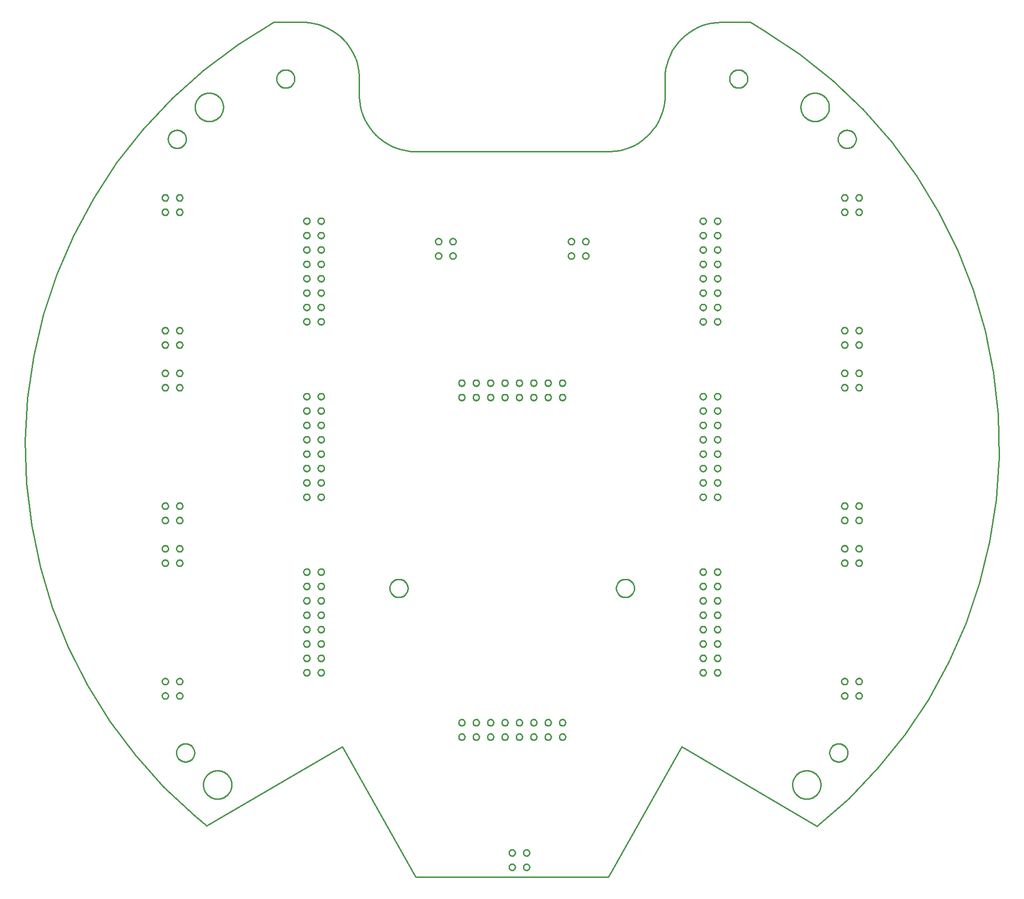
<source format=gbr>
G04 EAGLE Gerber RS-274X export*
G75*
%MOMM*%
%FSLAX34Y34*%
%LPD*%
%IN*%
%IPPOS*%
%AMOC8*
5,1,8,0,0,1.08239X$1,22.5*%
G01*
%ADD10C,0.254000*%


D10*
X-539516Y-669718D02*
X-300000Y-530000D01*
X-170000Y-760000D01*
X170000Y-760000D01*
X300000Y-530000D01*
X538673Y-670396D01*
X595052Y-620896D01*
X646903Y-566671D01*
X693830Y-508133D01*
X735476Y-445728D01*
X771525Y-379931D01*
X801702Y-311242D01*
X825778Y-240184D01*
X843569Y-167299D01*
X854940Y-93140D01*
X859804Y-18272D01*
X858125Y56735D01*
X849915Y131310D01*
X835236Y204885D01*
X814201Y276901D01*
X786969Y346810D01*
X753748Y414080D01*
X714790Y478198D01*
X670392Y538677D01*
X620893Y595056D01*
X566667Y646906D01*
X508129Y693833D01*
X445724Y735479D01*
X420833Y750000D01*
X369663Y750000D01*
X360947Y749619D01*
X352298Y748480D01*
X343780Y746591D01*
X335460Y743968D01*
X327400Y740629D01*
X319662Y736600D01*
X312304Y731912D01*
X305383Y726601D01*
X298951Y720706D01*
X293057Y714274D01*
X287746Y707352D01*
X283059Y699994D01*
X279031Y692255D01*
X275693Y684195D01*
X273070Y675874D01*
X271182Y667357D01*
X270043Y658707D01*
X269832Y655800D01*
X269832Y615800D01*
X268946Y607121D01*
X267307Y598552D01*
X264928Y590158D01*
X261826Y582004D01*
X258025Y574151D01*
X253554Y566660D01*
X248447Y559586D01*
X242743Y552985D01*
X236486Y546905D01*
X229722Y541395D01*
X222504Y536494D01*
X214887Y532242D01*
X206927Y528669D01*
X198687Y525804D01*
X190228Y523668D01*
X181616Y522277D01*
X172914Y521643D01*
X170000Y521600D01*
X-170000Y521600D01*
X-178716Y521981D01*
X-187366Y523120D01*
X-195883Y525009D01*
X-204203Y527633D01*
X-212263Y530972D01*
X-220002Y535000D01*
X-227360Y539688D01*
X-234281Y544999D01*
X-240713Y550894D01*
X-246606Y557326D01*
X-251917Y564248D01*
X-256604Y571606D01*
X-260632Y579345D01*
X-263971Y587405D01*
X-266594Y595726D01*
X-268482Y604243D01*
X-269620Y612893D01*
X-269832Y615800D01*
X-269832Y655800D01*
X-270718Y664479D01*
X-272356Y673048D01*
X-274736Y681442D01*
X-277838Y689596D01*
X-281639Y697449D01*
X-286109Y704940D01*
X-291216Y712014D01*
X-296920Y718615D01*
X-303177Y724695D01*
X-309941Y730205D01*
X-317159Y735106D01*
X-324777Y739358D01*
X-332736Y742931D01*
X-340976Y745796D01*
X-349435Y747932D01*
X-358048Y749323D01*
X-366749Y749957D01*
X-369663Y750000D01*
X-420833Y750000D01*
X-484598Y710469D01*
X-544675Y665532D01*
X-600607Y615529D01*
X-651969Y560842D01*
X-698368Y501886D01*
X-739453Y439111D01*
X-774910Y372993D01*
X-804470Y304038D01*
X-827907Y232768D01*
X-845044Y159727D01*
X-855749Y85470D01*
X-859942Y10562D01*
X-857590Y-64425D01*
X-848712Y-138923D01*
X-833374Y-212363D01*
X-811694Y-284187D01*
X-783837Y-353848D01*
X-750014Y-420816D01*
X-710484Y-484581D01*
X-665546Y-544659D01*
X-615543Y-600591D01*
X-560856Y-651952D01*
X-539516Y-669718D01*
X-537412Y-579036D02*
X-536366Y-578102D01*
X-535269Y-577227D01*
X-534125Y-576415D01*
X-532937Y-575669D01*
X-531709Y-574990D01*
X-530445Y-574381D01*
X-529149Y-573845D01*
X-527825Y-573381D01*
X-526477Y-572993D01*
X-525109Y-572681D01*
X-523726Y-572446D01*
X-522332Y-572289D01*
X-520931Y-572210D01*
X-519529Y-572210D01*
X-518128Y-572289D01*
X-516734Y-572446D01*
X-515351Y-572681D01*
X-513983Y-572993D01*
X-512635Y-573381D01*
X-511311Y-573845D01*
X-510015Y-574381D01*
X-508751Y-574990D01*
X-507523Y-575669D01*
X-506335Y-576415D01*
X-505191Y-577227D01*
X-504094Y-578102D01*
X-503048Y-579036D01*
X-502056Y-580028D01*
X-501122Y-581074D01*
X-500247Y-582171D01*
X-499435Y-583315D01*
X-498689Y-584503D01*
X-498010Y-585731D01*
X-497401Y-586995D01*
X-496865Y-588291D01*
X-496401Y-589615D01*
X-496013Y-590963D01*
X-495701Y-592331D01*
X-495466Y-593714D01*
X-495309Y-595108D01*
X-495230Y-596509D01*
X-495230Y-597911D01*
X-495309Y-599312D01*
X-495466Y-600706D01*
X-495701Y-602089D01*
X-496013Y-603457D01*
X-496401Y-604805D01*
X-496865Y-606129D01*
X-497401Y-607425D01*
X-498010Y-608689D01*
X-498689Y-609917D01*
X-499435Y-611105D01*
X-500247Y-612249D01*
X-501122Y-613346D01*
X-502056Y-614392D01*
X-503048Y-615384D01*
X-504094Y-616318D01*
X-505191Y-617193D01*
X-506335Y-618005D01*
X-507523Y-618751D01*
X-508751Y-619430D01*
X-510015Y-620039D01*
X-511311Y-620575D01*
X-512635Y-621039D01*
X-513983Y-621427D01*
X-515351Y-621739D01*
X-516734Y-621974D01*
X-518128Y-622131D01*
X-519529Y-622210D01*
X-520931Y-622210D01*
X-522332Y-622131D01*
X-523726Y-621974D01*
X-525109Y-621739D01*
X-526477Y-621427D01*
X-527825Y-621039D01*
X-529149Y-620575D01*
X-530445Y-620039D01*
X-531709Y-619430D01*
X-532937Y-618751D01*
X-534125Y-618005D01*
X-535269Y-617193D01*
X-536366Y-616318D01*
X-537412Y-615384D01*
X-538404Y-614392D01*
X-539338Y-613346D01*
X-540213Y-612249D01*
X-541025Y-611105D01*
X-541771Y-609917D01*
X-542450Y-608689D01*
X-543059Y-607425D01*
X-543595Y-606129D01*
X-544059Y-604805D01*
X-544447Y-603457D01*
X-544759Y-602089D01*
X-544994Y-600706D01*
X-545151Y-599312D01*
X-545230Y-597911D01*
X-545230Y-596509D01*
X-545151Y-595108D01*
X-544994Y-593714D01*
X-544759Y-592331D01*
X-544447Y-590963D01*
X-544059Y-589615D01*
X-543595Y-588291D01*
X-543059Y-586995D01*
X-542450Y-585731D01*
X-541771Y-584503D01*
X-541025Y-583315D01*
X-540213Y-582171D01*
X-539338Y-581074D01*
X-538404Y-580028D01*
X-537412Y-579036D01*
X-587742Y-528957D02*
X-586954Y-528267D01*
X-586123Y-527629D01*
X-585252Y-527047D01*
X-584345Y-526523D01*
X-583405Y-526060D01*
X-582438Y-525659D01*
X-581446Y-525322D01*
X-580434Y-525051D01*
X-579406Y-524847D01*
X-578368Y-524710D01*
X-577322Y-524641D01*
X-576275Y-524641D01*
X-575229Y-524710D01*
X-574191Y-524847D01*
X-573163Y-525051D01*
X-572151Y-525322D01*
X-571160Y-525659D01*
X-570192Y-526060D01*
X-569252Y-526523D01*
X-568345Y-527047D01*
X-567474Y-527629D01*
X-566643Y-528267D01*
X-565855Y-528957D01*
X-565114Y-529698D01*
X-564424Y-530486D01*
X-563786Y-531317D01*
X-563204Y-532188D01*
X-562680Y-533095D01*
X-562217Y-534035D01*
X-561816Y-535002D01*
X-561479Y-535994D01*
X-561208Y-537006D01*
X-561004Y-538034D01*
X-560867Y-539072D01*
X-560799Y-540118D01*
X-560799Y-541165D01*
X-560867Y-542211D01*
X-561004Y-543249D01*
X-561208Y-544277D01*
X-561479Y-545289D01*
X-561816Y-546280D01*
X-562217Y-547248D01*
X-562680Y-548188D01*
X-563204Y-549095D01*
X-563786Y-549966D01*
X-564424Y-550797D01*
X-565114Y-551585D01*
X-565855Y-552326D01*
X-566643Y-553016D01*
X-567474Y-553654D01*
X-568345Y-554236D01*
X-569252Y-554760D01*
X-570192Y-555223D01*
X-571160Y-555624D01*
X-572151Y-555961D01*
X-573163Y-556232D01*
X-574191Y-556436D01*
X-575229Y-556573D01*
X-576275Y-556641D01*
X-577322Y-556641D01*
X-578368Y-556573D01*
X-579406Y-556436D01*
X-580434Y-556232D01*
X-581446Y-555961D01*
X-582438Y-555624D01*
X-583405Y-555223D01*
X-584345Y-554760D01*
X-585252Y-554236D01*
X-586123Y-553654D01*
X-586954Y-553016D01*
X-587742Y-552326D01*
X-588483Y-551585D01*
X-589173Y-550797D01*
X-589811Y-549966D01*
X-590393Y-549095D01*
X-590917Y-548188D01*
X-591380Y-547248D01*
X-591781Y-546280D01*
X-592118Y-545289D01*
X-592389Y-544277D01*
X-592593Y-543249D01*
X-592730Y-542211D01*
X-592799Y-541165D01*
X-592799Y-540118D01*
X-592730Y-539072D01*
X-592593Y-538034D01*
X-592389Y-537006D01*
X-592118Y-535994D01*
X-591781Y-535002D01*
X-591380Y-534035D01*
X-590917Y-533095D01*
X-590393Y-532188D01*
X-589811Y-531317D01*
X-589173Y-530486D01*
X-588483Y-529698D01*
X-587742Y-528957D01*
X552182Y581826D02*
X551136Y580892D01*
X550039Y580017D01*
X548895Y579205D01*
X547707Y578459D01*
X546479Y577780D01*
X545215Y577171D01*
X543919Y576635D01*
X542595Y576171D01*
X541247Y575783D01*
X539879Y575471D01*
X538496Y575236D01*
X537102Y575079D01*
X535701Y575000D01*
X534299Y575000D01*
X532898Y575079D01*
X531504Y575236D01*
X530121Y575471D01*
X528753Y575783D01*
X527405Y576171D01*
X526081Y576635D01*
X524785Y577171D01*
X523521Y577780D01*
X522293Y578459D01*
X521105Y579205D01*
X519961Y580017D01*
X518864Y580892D01*
X517818Y581826D01*
X516826Y582818D01*
X515892Y583864D01*
X515017Y584961D01*
X514205Y586105D01*
X513459Y587293D01*
X512780Y588521D01*
X512171Y589785D01*
X511635Y591081D01*
X511171Y592405D01*
X510783Y593753D01*
X510471Y595121D01*
X510236Y596504D01*
X510079Y597898D01*
X510000Y599299D01*
X510000Y600701D01*
X510079Y602102D01*
X510236Y603496D01*
X510471Y604879D01*
X510783Y606247D01*
X511171Y607595D01*
X511635Y608919D01*
X512171Y610215D01*
X512780Y611479D01*
X513459Y612707D01*
X514205Y613895D01*
X515017Y615039D01*
X515892Y616136D01*
X516826Y617182D01*
X517818Y618174D01*
X518864Y619108D01*
X519961Y619983D01*
X521105Y620795D01*
X522293Y621541D01*
X523521Y622220D01*
X524785Y622829D01*
X526081Y623365D01*
X527405Y623829D01*
X528753Y624217D01*
X530121Y624529D01*
X531504Y624764D01*
X532898Y624921D01*
X534299Y625000D01*
X535701Y625000D01*
X537102Y624921D01*
X538496Y624764D01*
X539879Y624529D01*
X541247Y624217D01*
X542595Y623829D01*
X543919Y623365D01*
X545215Y622829D01*
X546479Y622220D01*
X547707Y621541D01*
X548895Y620795D01*
X550039Y619983D01*
X551136Y619108D01*
X552182Y618174D01*
X553174Y617182D01*
X554108Y616136D01*
X554983Y615039D01*
X555795Y613895D01*
X556541Y612707D01*
X557220Y611479D01*
X557829Y610215D01*
X558365Y608919D01*
X558829Y607595D01*
X559217Y606247D01*
X559529Y604879D01*
X559764Y603496D01*
X559921Y602102D01*
X560000Y600701D01*
X560000Y599299D01*
X559921Y597898D01*
X559764Y596504D01*
X559529Y595121D01*
X559217Y593753D01*
X558829Y592405D01*
X558365Y591081D01*
X557829Y589785D01*
X557220Y588521D01*
X556541Y587293D01*
X555795Y586105D01*
X554983Y584961D01*
X554108Y583864D01*
X553174Y582818D01*
X552182Y581826D01*
X602512Y531747D02*
X601724Y531057D01*
X600893Y530419D01*
X600022Y529837D01*
X599115Y529313D01*
X598175Y528850D01*
X597208Y528449D01*
X596216Y528112D01*
X595204Y527841D01*
X594176Y527637D01*
X593138Y527500D01*
X592092Y527431D01*
X591045Y527431D01*
X589999Y527500D01*
X588961Y527637D01*
X587933Y527841D01*
X586921Y528112D01*
X585930Y528449D01*
X584962Y528850D01*
X584022Y529313D01*
X583115Y529837D01*
X582244Y530419D01*
X581413Y531057D01*
X580625Y531747D01*
X579884Y532488D01*
X579194Y533276D01*
X578556Y534107D01*
X577974Y534978D01*
X577450Y535885D01*
X576987Y536825D01*
X576586Y537792D01*
X576249Y538784D01*
X575978Y539796D01*
X575774Y540824D01*
X575637Y541862D01*
X575569Y542908D01*
X575569Y543955D01*
X575637Y545001D01*
X575774Y546039D01*
X575978Y547067D01*
X576249Y548079D01*
X576586Y549070D01*
X576987Y550038D01*
X577450Y550978D01*
X577974Y551885D01*
X578556Y552756D01*
X579194Y553587D01*
X579884Y554375D01*
X580625Y555116D01*
X581413Y555806D01*
X582244Y556444D01*
X583115Y557026D01*
X584022Y557550D01*
X584962Y558013D01*
X585930Y558414D01*
X586921Y558751D01*
X587933Y559022D01*
X588961Y559226D01*
X589999Y559363D01*
X591045Y559431D01*
X592092Y559431D01*
X593138Y559363D01*
X594176Y559226D01*
X595204Y559022D01*
X596216Y558751D01*
X597208Y558414D01*
X598175Y558013D01*
X599115Y557550D01*
X600022Y557026D01*
X600893Y556444D01*
X601724Y555806D01*
X602512Y555116D01*
X603253Y554375D01*
X603943Y553587D01*
X604581Y552756D01*
X605163Y551885D01*
X605687Y550978D01*
X606150Y550038D01*
X606551Y549070D01*
X606888Y548079D01*
X607159Y547067D01*
X607363Y546039D01*
X607500Y545001D01*
X607569Y543955D01*
X607569Y542908D01*
X607500Y541862D01*
X607363Y540824D01*
X607159Y539796D01*
X606888Y538784D01*
X606551Y537792D01*
X606150Y536825D01*
X605687Y535885D01*
X605163Y534978D01*
X604581Y534107D01*
X603943Y533276D01*
X603253Y532488D01*
X602512Y531747D01*
X-553174Y582818D02*
X-554108Y583864D01*
X-554983Y584961D01*
X-555795Y586105D01*
X-556541Y587293D01*
X-557220Y588521D01*
X-557829Y589785D01*
X-558365Y591081D01*
X-558829Y592405D01*
X-559217Y593753D01*
X-559529Y595121D01*
X-559764Y596504D01*
X-559921Y597898D01*
X-560000Y599299D01*
X-560000Y600701D01*
X-559921Y602102D01*
X-559764Y603496D01*
X-559529Y604879D01*
X-559217Y606247D01*
X-558829Y607595D01*
X-558365Y608919D01*
X-557829Y610215D01*
X-557220Y611479D01*
X-556541Y612707D01*
X-555795Y613895D01*
X-554983Y615039D01*
X-554108Y616136D01*
X-553174Y617182D01*
X-552182Y618174D01*
X-551136Y619108D01*
X-550039Y619983D01*
X-548895Y620795D01*
X-547707Y621541D01*
X-546479Y622220D01*
X-545215Y622829D01*
X-543919Y623365D01*
X-542595Y623829D01*
X-541247Y624217D01*
X-539879Y624529D01*
X-538496Y624764D01*
X-537102Y624921D01*
X-535701Y625000D01*
X-534299Y625000D01*
X-532898Y624921D01*
X-531504Y624764D01*
X-530121Y624529D01*
X-528753Y624217D01*
X-527405Y623829D01*
X-526081Y623365D01*
X-524785Y622829D01*
X-523521Y622220D01*
X-522293Y621541D01*
X-521105Y620795D01*
X-519961Y619983D01*
X-518864Y619108D01*
X-517818Y618174D01*
X-516826Y617182D01*
X-515892Y616136D01*
X-515017Y615039D01*
X-514205Y613895D01*
X-513459Y612707D01*
X-512780Y611479D01*
X-512171Y610215D01*
X-511635Y608919D01*
X-511171Y607595D01*
X-510783Y606247D01*
X-510471Y604879D01*
X-510236Y603496D01*
X-510079Y602102D01*
X-510000Y600701D01*
X-510000Y599299D01*
X-510079Y597898D01*
X-510236Y596504D01*
X-510471Y595121D01*
X-510783Y593753D01*
X-511171Y592405D01*
X-511635Y591081D01*
X-512171Y589785D01*
X-512780Y588521D01*
X-513459Y587293D01*
X-514205Y586105D01*
X-515017Y584961D01*
X-515892Y583864D01*
X-516826Y582818D01*
X-517818Y581826D01*
X-518864Y580892D01*
X-519961Y580017D01*
X-521105Y579205D01*
X-522293Y578459D01*
X-523521Y577780D01*
X-524785Y577171D01*
X-526081Y576635D01*
X-527405Y576171D01*
X-528753Y575783D01*
X-530121Y575471D01*
X-531504Y575236D01*
X-532898Y575079D01*
X-534299Y575000D01*
X-535701Y575000D01*
X-537102Y575079D01*
X-538496Y575236D01*
X-539879Y575471D01*
X-541247Y575783D01*
X-542595Y576171D01*
X-543919Y576635D01*
X-545215Y577171D01*
X-546479Y577780D01*
X-547707Y578459D01*
X-548895Y579205D01*
X-550039Y580017D01*
X-551136Y580892D01*
X-552182Y581826D01*
X-553174Y582818D01*
X-603253Y532488D02*
X-603943Y533276D01*
X-604581Y534107D01*
X-605163Y534978D01*
X-605687Y535885D01*
X-606150Y536825D01*
X-606551Y537792D01*
X-606888Y538784D01*
X-607159Y539796D01*
X-607363Y540824D01*
X-607500Y541862D01*
X-607569Y542908D01*
X-607569Y543955D01*
X-607500Y545001D01*
X-607363Y546039D01*
X-607159Y547067D01*
X-606888Y548079D01*
X-606551Y549070D01*
X-606150Y550038D01*
X-605687Y550978D01*
X-605163Y551885D01*
X-604581Y552756D01*
X-603943Y553587D01*
X-603253Y554375D01*
X-602512Y555116D01*
X-601724Y555806D01*
X-600893Y556444D01*
X-600022Y557026D01*
X-599115Y557550D01*
X-598175Y558013D01*
X-597208Y558414D01*
X-596216Y558751D01*
X-595204Y559022D01*
X-594176Y559226D01*
X-593138Y559363D01*
X-592092Y559431D01*
X-591045Y559431D01*
X-589999Y559363D01*
X-588961Y559226D01*
X-587933Y559022D01*
X-586921Y558751D01*
X-585930Y558414D01*
X-584962Y558013D01*
X-584022Y557550D01*
X-583115Y557026D01*
X-582244Y556444D01*
X-581413Y555806D01*
X-580625Y555116D01*
X-579884Y554375D01*
X-579194Y553587D01*
X-578556Y552756D01*
X-577974Y551885D01*
X-577450Y550978D01*
X-576987Y550038D01*
X-576586Y549070D01*
X-576249Y548079D01*
X-575978Y547067D01*
X-575774Y546039D01*
X-575637Y545001D01*
X-575569Y543955D01*
X-575569Y542908D01*
X-575637Y541862D01*
X-575774Y540824D01*
X-575978Y539796D01*
X-576249Y538784D01*
X-576586Y537792D01*
X-576987Y536825D01*
X-577450Y535885D01*
X-577974Y534978D01*
X-578556Y534107D01*
X-579194Y533276D01*
X-579884Y532488D01*
X-580625Y531747D01*
X-581413Y531057D01*
X-582244Y530419D01*
X-583115Y529837D01*
X-584022Y529313D01*
X-584962Y528850D01*
X-585930Y528449D01*
X-586921Y528112D01*
X-587933Y527841D01*
X-588961Y527637D01*
X-589999Y527500D01*
X-591045Y527431D01*
X-592092Y527431D01*
X-593138Y527500D01*
X-594176Y527637D01*
X-595204Y527841D01*
X-596216Y528112D01*
X-597208Y528449D01*
X-598175Y528850D01*
X-599115Y529313D01*
X-600022Y529837D01*
X-600893Y530419D01*
X-601724Y531057D01*
X-602512Y531747D01*
X-603253Y532488D01*
X538404Y-580028D02*
X539338Y-581074D01*
X540213Y-582171D01*
X541025Y-583315D01*
X541771Y-584503D01*
X542450Y-585731D01*
X543059Y-586995D01*
X543595Y-588291D01*
X544059Y-589615D01*
X544447Y-590963D01*
X544759Y-592331D01*
X544994Y-593714D01*
X545151Y-595108D01*
X545230Y-596509D01*
X545230Y-597911D01*
X545151Y-599312D01*
X544994Y-600706D01*
X544759Y-602089D01*
X544447Y-603457D01*
X544059Y-604805D01*
X543595Y-606129D01*
X543059Y-607425D01*
X542450Y-608689D01*
X541771Y-609917D01*
X541025Y-611105D01*
X540213Y-612249D01*
X539338Y-613346D01*
X538404Y-614392D01*
X537412Y-615384D01*
X536366Y-616318D01*
X535269Y-617193D01*
X534125Y-618005D01*
X532937Y-618751D01*
X531709Y-619430D01*
X530445Y-620039D01*
X529149Y-620575D01*
X527825Y-621039D01*
X526477Y-621427D01*
X525109Y-621739D01*
X523726Y-621974D01*
X522332Y-622131D01*
X520931Y-622210D01*
X519529Y-622210D01*
X518128Y-622131D01*
X516734Y-621974D01*
X515351Y-621739D01*
X513983Y-621427D01*
X512635Y-621039D01*
X511311Y-620575D01*
X510015Y-620039D01*
X508751Y-619430D01*
X507523Y-618751D01*
X506335Y-618005D01*
X505191Y-617193D01*
X504094Y-616318D01*
X503048Y-615384D01*
X502056Y-614392D01*
X501122Y-613346D01*
X500247Y-612249D01*
X499435Y-611105D01*
X498689Y-609917D01*
X498010Y-608689D01*
X497401Y-607425D01*
X496865Y-606129D01*
X496401Y-604805D01*
X496013Y-603457D01*
X495701Y-602089D01*
X495466Y-600706D01*
X495309Y-599312D01*
X495230Y-597911D01*
X495230Y-596509D01*
X495309Y-595108D01*
X495466Y-593714D01*
X495701Y-592331D01*
X496013Y-590963D01*
X496401Y-589615D01*
X496865Y-588291D01*
X497401Y-586995D01*
X498010Y-585731D01*
X498689Y-584503D01*
X499435Y-583315D01*
X500247Y-582171D01*
X501122Y-581074D01*
X502056Y-580028D01*
X503048Y-579036D01*
X504094Y-578102D01*
X505191Y-577227D01*
X506335Y-576415D01*
X507523Y-575669D01*
X508751Y-574990D01*
X510015Y-574381D01*
X511311Y-573845D01*
X512635Y-573381D01*
X513983Y-572993D01*
X515351Y-572681D01*
X516734Y-572446D01*
X518128Y-572289D01*
X519529Y-572210D01*
X520931Y-572210D01*
X522332Y-572289D01*
X523726Y-572446D01*
X525109Y-572681D01*
X526477Y-572993D01*
X527825Y-573381D01*
X529149Y-573845D01*
X530445Y-574381D01*
X531709Y-574990D01*
X532937Y-575669D01*
X534125Y-576415D01*
X535269Y-577227D01*
X536366Y-578102D01*
X537412Y-579036D01*
X538404Y-580028D01*
X588483Y-529698D02*
X589173Y-530486D01*
X589811Y-531317D01*
X590393Y-532188D01*
X590917Y-533095D01*
X591380Y-534035D01*
X591781Y-535002D01*
X592118Y-535994D01*
X592389Y-537006D01*
X592593Y-538034D01*
X592730Y-539072D01*
X592799Y-540118D01*
X592799Y-541165D01*
X592730Y-542211D01*
X592593Y-543249D01*
X592389Y-544277D01*
X592118Y-545289D01*
X591781Y-546280D01*
X591380Y-547248D01*
X590917Y-548188D01*
X590393Y-549095D01*
X589811Y-549966D01*
X589173Y-550797D01*
X588483Y-551585D01*
X587742Y-552326D01*
X586954Y-553016D01*
X586123Y-553654D01*
X585252Y-554236D01*
X584345Y-554760D01*
X583405Y-555223D01*
X582438Y-555624D01*
X581446Y-555961D01*
X580434Y-556232D01*
X579406Y-556436D01*
X578368Y-556573D01*
X577322Y-556641D01*
X576275Y-556641D01*
X575229Y-556573D01*
X574191Y-556436D01*
X573163Y-556232D01*
X572151Y-555961D01*
X571160Y-555624D01*
X570192Y-555223D01*
X569252Y-554760D01*
X568345Y-554236D01*
X567474Y-553654D01*
X566643Y-553016D01*
X565855Y-552326D01*
X565114Y-551585D01*
X564424Y-550797D01*
X563786Y-549966D01*
X563204Y-549095D01*
X562680Y-548188D01*
X562217Y-547248D01*
X561816Y-546280D01*
X561479Y-545289D01*
X561208Y-544277D01*
X561004Y-543249D01*
X560867Y-542211D01*
X560799Y-541165D01*
X560799Y-540118D01*
X560867Y-539072D01*
X561004Y-538034D01*
X561208Y-537006D01*
X561479Y-535994D01*
X561816Y-535002D01*
X562217Y-534035D01*
X562680Y-533095D01*
X563204Y-532188D01*
X563786Y-531317D01*
X564424Y-530486D01*
X565114Y-529698D01*
X565855Y-528957D01*
X566643Y-528267D01*
X567474Y-527629D01*
X568345Y-527047D01*
X569252Y-526523D01*
X570192Y-526060D01*
X571160Y-525659D01*
X572151Y-525322D01*
X573163Y-525051D01*
X574191Y-524847D01*
X575229Y-524710D01*
X576275Y-524641D01*
X577322Y-524641D01*
X578368Y-524710D01*
X579406Y-524847D01*
X580434Y-525051D01*
X581446Y-525322D01*
X582438Y-525659D01*
X583405Y-526060D01*
X584345Y-526523D01*
X585252Y-527047D01*
X586123Y-527629D01*
X586954Y-528267D01*
X587742Y-528957D01*
X588483Y-529698D01*
X587609Y434500D02*
X588223Y434569D01*
X588825Y434707D01*
X589408Y434911D01*
X589965Y435179D01*
X590488Y435507D01*
X590971Y435893D01*
X591408Y436329D01*
X591793Y436812D01*
X592121Y437335D01*
X592389Y437892D01*
X592593Y438475D01*
X592731Y439077D01*
X592800Y439691D01*
X592800Y440309D01*
X592731Y440923D01*
X592593Y441525D01*
X592389Y442108D01*
X592121Y442665D01*
X591793Y443188D01*
X591408Y443671D01*
X590971Y444108D01*
X590488Y444493D01*
X589965Y444821D01*
X589408Y445089D01*
X588825Y445293D01*
X588223Y445431D01*
X587609Y445500D01*
X586991Y445500D01*
X586377Y445431D01*
X585775Y445293D01*
X585192Y445089D01*
X584635Y444821D01*
X584112Y444493D01*
X583629Y444108D01*
X583193Y443671D01*
X582807Y443188D01*
X582479Y442665D01*
X582211Y442108D01*
X582007Y441525D01*
X581869Y440923D01*
X581800Y440309D01*
X581800Y439691D01*
X581869Y439077D01*
X582007Y438475D01*
X582211Y437892D01*
X582479Y437335D01*
X582807Y436812D01*
X583193Y436329D01*
X583629Y435893D01*
X584112Y435507D01*
X584635Y435179D01*
X585192Y434911D01*
X585775Y434707D01*
X586377Y434569D01*
X586991Y434500D01*
X587609Y434500D01*
X613009Y434500D02*
X613623Y434569D01*
X614225Y434707D01*
X614808Y434911D01*
X615365Y435179D01*
X615888Y435507D01*
X616371Y435893D01*
X616808Y436329D01*
X617193Y436812D01*
X617521Y437335D01*
X617789Y437892D01*
X617993Y438475D01*
X618131Y439077D01*
X618200Y439691D01*
X618200Y440309D01*
X618131Y440923D01*
X617993Y441525D01*
X617789Y442108D01*
X617521Y442665D01*
X617193Y443188D01*
X616808Y443671D01*
X616371Y444108D01*
X615888Y444493D01*
X615365Y444821D01*
X614808Y445089D01*
X614225Y445293D01*
X613623Y445431D01*
X613009Y445500D01*
X612391Y445500D01*
X611777Y445431D01*
X611175Y445293D01*
X610592Y445089D01*
X610035Y444821D01*
X609512Y444493D01*
X609029Y444108D01*
X608593Y443671D01*
X608207Y443188D01*
X607879Y442665D01*
X607611Y442108D01*
X607407Y441525D01*
X607269Y440923D01*
X607200Y440309D01*
X607200Y439691D01*
X607269Y439077D01*
X607407Y438475D01*
X607611Y437892D01*
X607879Y437335D01*
X608207Y436812D01*
X608593Y436329D01*
X609029Y435893D01*
X609512Y435507D01*
X610035Y435179D01*
X610592Y434911D01*
X611175Y434707D01*
X611777Y434569D01*
X612391Y434500D01*
X613009Y434500D01*
X587609Y409100D02*
X588223Y409169D01*
X588825Y409307D01*
X589408Y409511D01*
X589965Y409779D01*
X590488Y410107D01*
X590971Y410493D01*
X591408Y410929D01*
X591793Y411412D01*
X592121Y411935D01*
X592389Y412492D01*
X592593Y413075D01*
X592731Y413677D01*
X592800Y414291D01*
X592800Y414909D01*
X592731Y415523D01*
X592593Y416125D01*
X592389Y416708D01*
X592121Y417265D01*
X591793Y417788D01*
X591408Y418271D01*
X590971Y418708D01*
X590488Y419093D01*
X589965Y419421D01*
X589408Y419689D01*
X588825Y419893D01*
X588223Y420031D01*
X587609Y420100D01*
X586991Y420100D01*
X586377Y420031D01*
X585775Y419893D01*
X585192Y419689D01*
X584635Y419421D01*
X584112Y419093D01*
X583629Y418708D01*
X583193Y418271D01*
X582807Y417788D01*
X582479Y417265D01*
X582211Y416708D01*
X582007Y416125D01*
X581869Y415523D01*
X581800Y414909D01*
X581800Y414291D01*
X581869Y413677D01*
X582007Y413075D01*
X582211Y412492D01*
X582479Y411935D01*
X582807Y411412D01*
X583193Y410929D01*
X583629Y410493D01*
X584112Y410107D01*
X584635Y409779D01*
X585192Y409511D01*
X585775Y409307D01*
X586377Y409169D01*
X586991Y409100D01*
X587609Y409100D01*
X613009Y409100D02*
X613623Y409169D01*
X614225Y409307D01*
X614808Y409511D01*
X615365Y409779D01*
X615888Y410107D01*
X616371Y410493D01*
X616808Y410929D01*
X617193Y411412D01*
X617521Y411935D01*
X617789Y412492D01*
X617993Y413075D01*
X618131Y413677D01*
X618200Y414291D01*
X618200Y414909D01*
X618131Y415523D01*
X617993Y416125D01*
X617789Y416708D01*
X617521Y417265D01*
X617193Y417788D01*
X616808Y418271D01*
X616371Y418708D01*
X615888Y419093D01*
X615365Y419421D01*
X614808Y419689D01*
X614225Y419893D01*
X613623Y420031D01*
X613009Y420100D01*
X612391Y420100D01*
X611777Y420031D01*
X611175Y419893D01*
X610592Y419689D01*
X610035Y419421D01*
X609512Y419093D01*
X609029Y418708D01*
X608593Y418271D01*
X608207Y417788D01*
X607879Y417265D01*
X607611Y416708D01*
X607407Y416125D01*
X607269Y415523D01*
X607200Y414909D01*
X607200Y414291D01*
X607269Y413677D01*
X607407Y413075D01*
X607611Y412492D01*
X607879Y411935D01*
X608207Y411412D01*
X608593Y410929D01*
X609029Y410493D01*
X609512Y410107D01*
X610035Y409779D01*
X610592Y409511D01*
X611175Y409307D01*
X611777Y409169D01*
X612391Y409100D01*
X613009Y409100D01*
X612391Y185500D02*
X611777Y185431D01*
X611175Y185293D01*
X610592Y185089D01*
X610035Y184821D01*
X609512Y184493D01*
X609029Y184108D01*
X608593Y183671D01*
X608207Y183188D01*
X607879Y182665D01*
X607611Y182108D01*
X607407Y181525D01*
X607269Y180923D01*
X607200Y180309D01*
X607200Y179691D01*
X607269Y179077D01*
X607407Y178475D01*
X607611Y177892D01*
X607879Y177335D01*
X608207Y176812D01*
X608593Y176329D01*
X609029Y175893D01*
X609512Y175507D01*
X610035Y175179D01*
X610592Y174911D01*
X611175Y174707D01*
X611777Y174569D01*
X612391Y174500D01*
X613009Y174500D01*
X613623Y174569D01*
X614225Y174707D01*
X614808Y174911D01*
X615365Y175179D01*
X615888Y175507D01*
X616371Y175893D01*
X616808Y176329D01*
X617193Y176812D01*
X617521Y177335D01*
X617789Y177892D01*
X617993Y178475D01*
X618131Y179077D01*
X618200Y179691D01*
X618200Y180309D01*
X618131Y180923D01*
X617993Y181525D01*
X617789Y182108D01*
X617521Y182665D01*
X617193Y183188D01*
X616808Y183671D01*
X616371Y184108D01*
X615888Y184493D01*
X615365Y184821D01*
X614808Y185089D01*
X614225Y185293D01*
X613623Y185431D01*
X613009Y185500D01*
X612391Y185500D01*
X586991Y185500D02*
X586377Y185431D01*
X585775Y185293D01*
X585192Y185089D01*
X584635Y184821D01*
X584112Y184493D01*
X583629Y184108D01*
X583193Y183671D01*
X582807Y183188D01*
X582479Y182665D01*
X582211Y182108D01*
X582007Y181525D01*
X581869Y180923D01*
X581800Y180309D01*
X581800Y179691D01*
X581869Y179077D01*
X582007Y178475D01*
X582211Y177892D01*
X582479Y177335D01*
X582807Y176812D01*
X583193Y176329D01*
X583629Y175893D01*
X584112Y175507D01*
X584635Y175179D01*
X585192Y174911D01*
X585775Y174707D01*
X586377Y174569D01*
X586991Y174500D01*
X587609Y174500D01*
X588223Y174569D01*
X588825Y174707D01*
X589408Y174911D01*
X589965Y175179D01*
X590488Y175507D01*
X590971Y175893D01*
X591408Y176329D01*
X591793Y176812D01*
X592121Y177335D01*
X592389Y177892D01*
X592593Y178475D01*
X592731Y179077D01*
X592800Y179691D01*
X592800Y180309D01*
X592731Y180923D01*
X592593Y181525D01*
X592389Y182108D01*
X592121Y182665D01*
X591793Y183188D01*
X591408Y183671D01*
X590971Y184108D01*
X590488Y184493D01*
X589965Y184821D01*
X589408Y185089D01*
X588825Y185293D01*
X588223Y185431D01*
X587609Y185500D01*
X586991Y185500D01*
X612391Y210900D02*
X611777Y210831D01*
X611175Y210693D01*
X610592Y210489D01*
X610035Y210221D01*
X609512Y209893D01*
X609029Y209508D01*
X608593Y209071D01*
X608207Y208588D01*
X607879Y208065D01*
X607611Y207508D01*
X607407Y206925D01*
X607269Y206323D01*
X607200Y205709D01*
X607200Y205091D01*
X607269Y204477D01*
X607407Y203875D01*
X607611Y203292D01*
X607879Y202735D01*
X608207Y202212D01*
X608593Y201729D01*
X609029Y201293D01*
X609512Y200907D01*
X610035Y200579D01*
X610592Y200311D01*
X611175Y200107D01*
X611777Y199969D01*
X612391Y199900D01*
X613009Y199900D01*
X613623Y199969D01*
X614225Y200107D01*
X614808Y200311D01*
X615365Y200579D01*
X615888Y200907D01*
X616371Y201293D01*
X616808Y201729D01*
X617193Y202212D01*
X617521Y202735D01*
X617789Y203292D01*
X617993Y203875D01*
X618131Y204477D01*
X618200Y205091D01*
X618200Y205709D01*
X618131Y206323D01*
X617993Y206925D01*
X617789Y207508D01*
X617521Y208065D01*
X617193Y208588D01*
X616808Y209071D01*
X616371Y209508D01*
X615888Y209893D01*
X615365Y210221D01*
X614808Y210489D01*
X614225Y210693D01*
X613623Y210831D01*
X613009Y210900D01*
X612391Y210900D01*
X586991Y210900D02*
X586377Y210831D01*
X585775Y210693D01*
X585192Y210489D01*
X584635Y210221D01*
X584112Y209893D01*
X583629Y209508D01*
X583193Y209071D01*
X582807Y208588D01*
X582479Y208065D01*
X582211Y207508D01*
X582007Y206925D01*
X581869Y206323D01*
X581800Y205709D01*
X581800Y205091D01*
X581869Y204477D01*
X582007Y203875D01*
X582211Y203292D01*
X582479Y202735D01*
X582807Y202212D01*
X583193Y201729D01*
X583629Y201293D01*
X584112Y200907D01*
X584635Y200579D01*
X585192Y200311D01*
X585775Y200107D01*
X586377Y199969D01*
X586991Y199900D01*
X587609Y199900D01*
X588223Y199969D01*
X588825Y200107D01*
X589408Y200311D01*
X589965Y200579D01*
X590488Y200907D01*
X590971Y201293D01*
X591408Y201729D01*
X591793Y202212D01*
X592121Y202735D01*
X592389Y203292D01*
X592593Y203875D01*
X592731Y204477D01*
X592800Y205091D01*
X592800Y205709D01*
X592731Y206323D01*
X592593Y206925D01*
X592389Y207508D01*
X592121Y208065D01*
X591793Y208588D01*
X591408Y209071D01*
X590971Y209508D01*
X590488Y209893D01*
X589965Y210221D01*
X589408Y210489D01*
X588825Y210693D01*
X588223Y210831D01*
X587609Y210900D01*
X586991Y210900D01*
X587609Y124500D02*
X588223Y124569D01*
X588825Y124707D01*
X589408Y124911D01*
X589965Y125179D01*
X590488Y125507D01*
X590971Y125893D01*
X591408Y126329D01*
X591793Y126812D01*
X592121Y127335D01*
X592389Y127892D01*
X592593Y128475D01*
X592731Y129077D01*
X592800Y129691D01*
X592800Y130309D01*
X592731Y130923D01*
X592593Y131525D01*
X592389Y132108D01*
X592121Y132665D01*
X591793Y133188D01*
X591408Y133671D01*
X590971Y134108D01*
X590488Y134493D01*
X589965Y134821D01*
X589408Y135089D01*
X588825Y135293D01*
X588223Y135431D01*
X587609Y135500D01*
X586991Y135500D01*
X586377Y135431D01*
X585775Y135293D01*
X585192Y135089D01*
X584635Y134821D01*
X584112Y134493D01*
X583629Y134108D01*
X583193Y133671D01*
X582807Y133188D01*
X582479Y132665D01*
X582211Y132108D01*
X582007Y131525D01*
X581869Y130923D01*
X581800Y130309D01*
X581800Y129691D01*
X581869Y129077D01*
X582007Y128475D01*
X582211Y127892D01*
X582479Y127335D01*
X582807Y126812D01*
X583193Y126329D01*
X583629Y125893D01*
X584112Y125507D01*
X584635Y125179D01*
X585192Y124911D01*
X585775Y124707D01*
X586377Y124569D01*
X586991Y124500D01*
X587609Y124500D01*
X613009Y124500D02*
X613623Y124569D01*
X614225Y124707D01*
X614808Y124911D01*
X615365Y125179D01*
X615888Y125507D01*
X616371Y125893D01*
X616808Y126329D01*
X617193Y126812D01*
X617521Y127335D01*
X617789Y127892D01*
X617993Y128475D01*
X618131Y129077D01*
X618200Y129691D01*
X618200Y130309D01*
X618131Y130923D01*
X617993Y131525D01*
X617789Y132108D01*
X617521Y132665D01*
X617193Y133188D01*
X616808Y133671D01*
X616371Y134108D01*
X615888Y134493D01*
X615365Y134821D01*
X614808Y135089D01*
X614225Y135293D01*
X613623Y135431D01*
X613009Y135500D01*
X612391Y135500D01*
X611777Y135431D01*
X611175Y135293D01*
X610592Y135089D01*
X610035Y134821D01*
X609512Y134493D01*
X609029Y134108D01*
X608593Y133671D01*
X608207Y133188D01*
X607879Y132665D01*
X607611Y132108D01*
X607407Y131525D01*
X607269Y130923D01*
X607200Y130309D01*
X607200Y129691D01*
X607269Y129077D01*
X607407Y128475D01*
X607611Y127892D01*
X607879Y127335D01*
X608207Y126812D01*
X608593Y126329D01*
X609029Y125893D01*
X609512Y125507D01*
X610035Y125179D01*
X610592Y124911D01*
X611175Y124707D01*
X611777Y124569D01*
X612391Y124500D01*
X613009Y124500D01*
X587609Y99100D02*
X588223Y99169D01*
X588825Y99307D01*
X589408Y99511D01*
X589965Y99779D01*
X590488Y100107D01*
X590971Y100493D01*
X591408Y100929D01*
X591793Y101412D01*
X592121Y101935D01*
X592389Y102492D01*
X592593Y103075D01*
X592731Y103677D01*
X592800Y104291D01*
X592800Y104909D01*
X592731Y105523D01*
X592593Y106125D01*
X592389Y106708D01*
X592121Y107265D01*
X591793Y107788D01*
X591408Y108271D01*
X590971Y108708D01*
X590488Y109093D01*
X589965Y109421D01*
X589408Y109689D01*
X588825Y109893D01*
X588223Y110031D01*
X587609Y110100D01*
X586991Y110100D01*
X586377Y110031D01*
X585775Y109893D01*
X585192Y109689D01*
X584635Y109421D01*
X584112Y109093D01*
X583629Y108708D01*
X583193Y108271D01*
X582807Y107788D01*
X582479Y107265D01*
X582211Y106708D01*
X582007Y106125D01*
X581869Y105523D01*
X581800Y104909D01*
X581800Y104291D01*
X581869Y103677D01*
X582007Y103075D01*
X582211Y102492D01*
X582479Y101935D01*
X582807Y101412D01*
X583193Y100929D01*
X583629Y100493D01*
X584112Y100107D01*
X584635Y99779D01*
X585192Y99511D01*
X585775Y99307D01*
X586377Y99169D01*
X586991Y99100D01*
X587609Y99100D01*
X613009Y99100D02*
X613623Y99169D01*
X614225Y99307D01*
X614808Y99511D01*
X615365Y99779D01*
X615888Y100107D01*
X616371Y100493D01*
X616808Y100929D01*
X617193Y101412D01*
X617521Y101935D01*
X617789Y102492D01*
X617993Y103075D01*
X618131Y103677D01*
X618200Y104291D01*
X618200Y104909D01*
X618131Y105523D01*
X617993Y106125D01*
X617789Y106708D01*
X617521Y107265D01*
X617193Y107788D01*
X616808Y108271D01*
X616371Y108708D01*
X615888Y109093D01*
X615365Y109421D01*
X614808Y109689D01*
X614225Y109893D01*
X613623Y110031D01*
X613009Y110100D01*
X612391Y110100D01*
X611777Y110031D01*
X611175Y109893D01*
X610592Y109689D01*
X610035Y109421D01*
X609512Y109093D01*
X609029Y108708D01*
X608593Y108271D01*
X608207Y107788D01*
X607879Y107265D01*
X607611Y106708D01*
X607407Y106125D01*
X607269Y105523D01*
X607200Y104909D01*
X607200Y104291D01*
X607269Y103677D01*
X607407Y103075D01*
X607611Y102492D01*
X607879Y101935D01*
X608207Y101412D01*
X608593Y100929D01*
X609029Y100493D01*
X609512Y100107D01*
X610035Y99779D01*
X610592Y99511D01*
X611175Y99307D01*
X611777Y99169D01*
X612391Y99100D01*
X613009Y99100D01*
X612391Y-124500D02*
X611777Y-124569D01*
X611175Y-124707D01*
X610592Y-124911D01*
X610035Y-125179D01*
X609512Y-125507D01*
X609029Y-125893D01*
X608593Y-126329D01*
X608207Y-126812D01*
X607879Y-127335D01*
X607611Y-127892D01*
X607407Y-128475D01*
X607269Y-129077D01*
X607200Y-129691D01*
X607200Y-130309D01*
X607269Y-130923D01*
X607407Y-131525D01*
X607611Y-132108D01*
X607879Y-132665D01*
X608207Y-133188D01*
X608593Y-133671D01*
X609029Y-134108D01*
X609512Y-134493D01*
X610035Y-134821D01*
X610592Y-135089D01*
X611175Y-135293D01*
X611777Y-135431D01*
X612391Y-135500D01*
X613009Y-135500D01*
X613623Y-135431D01*
X614225Y-135293D01*
X614808Y-135089D01*
X615365Y-134821D01*
X615888Y-134493D01*
X616371Y-134108D01*
X616808Y-133671D01*
X617193Y-133188D01*
X617521Y-132665D01*
X617789Y-132108D01*
X617993Y-131525D01*
X618131Y-130923D01*
X618200Y-130309D01*
X618200Y-129691D01*
X618131Y-129077D01*
X617993Y-128475D01*
X617789Y-127892D01*
X617521Y-127335D01*
X617193Y-126812D01*
X616808Y-126329D01*
X616371Y-125893D01*
X615888Y-125507D01*
X615365Y-125179D01*
X614808Y-124911D01*
X614225Y-124707D01*
X613623Y-124569D01*
X613009Y-124500D01*
X612391Y-124500D01*
X586991Y-124500D02*
X586377Y-124569D01*
X585775Y-124707D01*
X585192Y-124911D01*
X584635Y-125179D01*
X584112Y-125507D01*
X583629Y-125893D01*
X583193Y-126329D01*
X582807Y-126812D01*
X582479Y-127335D01*
X582211Y-127892D01*
X582007Y-128475D01*
X581869Y-129077D01*
X581800Y-129691D01*
X581800Y-130309D01*
X581869Y-130923D01*
X582007Y-131525D01*
X582211Y-132108D01*
X582479Y-132665D01*
X582807Y-133188D01*
X583193Y-133671D01*
X583629Y-134108D01*
X584112Y-134493D01*
X584635Y-134821D01*
X585192Y-135089D01*
X585775Y-135293D01*
X586377Y-135431D01*
X586991Y-135500D01*
X587609Y-135500D01*
X588223Y-135431D01*
X588825Y-135293D01*
X589408Y-135089D01*
X589965Y-134821D01*
X590488Y-134493D01*
X590971Y-134108D01*
X591408Y-133671D01*
X591793Y-133188D01*
X592121Y-132665D01*
X592389Y-132108D01*
X592593Y-131525D01*
X592731Y-130923D01*
X592800Y-130309D01*
X592800Y-129691D01*
X592731Y-129077D01*
X592593Y-128475D01*
X592389Y-127892D01*
X592121Y-127335D01*
X591793Y-126812D01*
X591408Y-126329D01*
X590971Y-125893D01*
X590488Y-125507D01*
X589965Y-125179D01*
X589408Y-124911D01*
X588825Y-124707D01*
X588223Y-124569D01*
X587609Y-124500D01*
X586991Y-124500D01*
X612391Y-99100D02*
X611777Y-99169D01*
X611175Y-99307D01*
X610592Y-99511D01*
X610035Y-99779D01*
X609512Y-100107D01*
X609029Y-100493D01*
X608593Y-100929D01*
X608207Y-101412D01*
X607879Y-101935D01*
X607611Y-102492D01*
X607407Y-103075D01*
X607269Y-103677D01*
X607200Y-104291D01*
X607200Y-104909D01*
X607269Y-105523D01*
X607407Y-106125D01*
X607611Y-106708D01*
X607879Y-107265D01*
X608207Y-107788D01*
X608593Y-108271D01*
X609029Y-108708D01*
X609512Y-109093D01*
X610035Y-109421D01*
X610592Y-109689D01*
X611175Y-109893D01*
X611777Y-110031D01*
X612391Y-110100D01*
X613009Y-110100D01*
X613623Y-110031D01*
X614225Y-109893D01*
X614808Y-109689D01*
X615365Y-109421D01*
X615888Y-109093D01*
X616371Y-108708D01*
X616808Y-108271D01*
X617193Y-107788D01*
X617521Y-107265D01*
X617789Y-106708D01*
X617993Y-106125D01*
X618131Y-105523D01*
X618200Y-104909D01*
X618200Y-104291D01*
X618131Y-103677D01*
X617993Y-103075D01*
X617789Y-102492D01*
X617521Y-101935D01*
X617193Y-101412D01*
X616808Y-100929D01*
X616371Y-100493D01*
X615888Y-100107D01*
X615365Y-99779D01*
X614808Y-99511D01*
X614225Y-99307D01*
X613623Y-99169D01*
X613009Y-99100D01*
X612391Y-99100D01*
X586991Y-99100D02*
X586377Y-99169D01*
X585775Y-99307D01*
X585192Y-99511D01*
X584635Y-99779D01*
X584112Y-100107D01*
X583629Y-100493D01*
X583193Y-100929D01*
X582807Y-101412D01*
X582479Y-101935D01*
X582211Y-102492D01*
X582007Y-103075D01*
X581869Y-103677D01*
X581800Y-104291D01*
X581800Y-104909D01*
X581869Y-105523D01*
X582007Y-106125D01*
X582211Y-106708D01*
X582479Y-107265D01*
X582807Y-107788D01*
X583193Y-108271D01*
X583629Y-108708D01*
X584112Y-109093D01*
X584635Y-109421D01*
X585192Y-109689D01*
X585775Y-109893D01*
X586377Y-110031D01*
X586991Y-110100D01*
X587609Y-110100D01*
X588223Y-110031D01*
X588825Y-109893D01*
X589408Y-109689D01*
X589965Y-109421D01*
X590488Y-109093D01*
X590971Y-108708D01*
X591408Y-108271D01*
X591793Y-107788D01*
X592121Y-107265D01*
X592389Y-106708D01*
X592593Y-106125D01*
X592731Y-105523D01*
X592800Y-104909D01*
X592800Y-104291D01*
X592731Y-103677D01*
X592593Y-103075D01*
X592389Y-102492D01*
X592121Y-101935D01*
X591793Y-101412D01*
X591408Y-100929D01*
X590971Y-100493D01*
X590488Y-100107D01*
X589965Y-99779D01*
X589408Y-99511D01*
X588825Y-99307D01*
X588223Y-99169D01*
X587609Y-99100D01*
X586991Y-99100D01*
X587609Y-185500D02*
X588223Y-185431D01*
X588825Y-185293D01*
X589408Y-185089D01*
X589965Y-184821D01*
X590488Y-184493D01*
X590971Y-184108D01*
X591408Y-183671D01*
X591793Y-183188D01*
X592121Y-182665D01*
X592389Y-182108D01*
X592593Y-181525D01*
X592731Y-180923D01*
X592800Y-180309D01*
X592800Y-179691D01*
X592731Y-179077D01*
X592593Y-178475D01*
X592389Y-177892D01*
X592121Y-177335D01*
X591793Y-176812D01*
X591408Y-176329D01*
X590971Y-175893D01*
X590488Y-175507D01*
X589965Y-175179D01*
X589408Y-174911D01*
X588825Y-174707D01*
X588223Y-174569D01*
X587609Y-174500D01*
X586991Y-174500D01*
X586377Y-174569D01*
X585775Y-174707D01*
X585192Y-174911D01*
X584635Y-175179D01*
X584112Y-175507D01*
X583629Y-175893D01*
X583193Y-176329D01*
X582807Y-176812D01*
X582479Y-177335D01*
X582211Y-177892D01*
X582007Y-178475D01*
X581869Y-179077D01*
X581800Y-179691D01*
X581800Y-180309D01*
X581869Y-180923D01*
X582007Y-181525D01*
X582211Y-182108D01*
X582479Y-182665D01*
X582807Y-183188D01*
X583193Y-183671D01*
X583629Y-184108D01*
X584112Y-184493D01*
X584635Y-184821D01*
X585192Y-185089D01*
X585775Y-185293D01*
X586377Y-185431D01*
X586991Y-185500D01*
X587609Y-185500D01*
X613009Y-185500D02*
X613623Y-185431D01*
X614225Y-185293D01*
X614808Y-185089D01*
X615365Y-184821D01*
X615888Y-184493D01*
X616371Y-184108D01*
X616808Y-183671D01*
X617193Y-183188D01*
X617521Y-182665D01*
X617789Y-182108D01*
X617993Y-181525D01*
X618131Y-180923D01*
X618200Y-180309D01*
X618200Y-179691D01*
X618131Y-179077D01*
X617993Y-178475D01*
X617789Y-177892D01*
X617521Y-177335D01*
X617193Y-176812D01*
X616808Y-176329D01*
X616371Y-175893D01*
X615888Y-175507D01*
X615365Y-175179D01*
X614808Y-174911D01*
X614225Y-174707D01*
X613623Y-174569D01*
X613009Y-174500D01*
X612391Y-174500D01*
X611777Y-174569D01*
X611175Y-174707D01*
X610592Y-174911D01*
X610035Y-175179D01*
X609512Y-175507D01*
X609029Y-175893D01*
X608593Y-176329D01*
X608207Y-176812D01*
X607879Y-177335D01*
X607611Y-177892D01*
X607407Y-178475D01*
X607269Y-179077D01*
X607200Y-179691D01*
X607200Y-180309D01*
X607269Y-180923D01*
X607407Y-181525D01*
X607611Y-182108D01*
X607879Y-182665D01*
X608207Y-183188D01*
X608593Y-183671D01*
X609029Y-184108D01*
X609512Y-184493D01*
X610035Y-184821D01*
X610592Y-185089D01*
X611175Y-185293D01*
X611777Y-185431D01*
X612391Y-185500D01*
X613009Y-185500D01*
X587609Y-210900D02*
X588223Y-210831D01*
X588825Y-210693D01*
X589408Y-210489D01*
X589965Y-210221D01*
X590488Y-209893D01*
X590971Y-209508D01*
X591408Y-209071D01*
X591793Y-208588D01*
X592121Y-208065D01*
X592389Y-207508D01*
X592593Y-206925D01*
X592731Y-206323D01*
X592800Y-205709D01*
X592800Y-205091D01*
X592731Y-204477D01*
X592593Y-203875D01*
X592389Y-203292D01*
X592121Y-202735D01*
X591793Y-202212D01*
X591408Y-201729D01*
X590971Y-201293D01*
X590488Y-200907D01*
X589965Y-200579D01*
X589408Y-200311D01*
X588825Y-200107D01*
X588223Y-199969D01*
X587609Y-199900D01*
X586991Y-199900D01*
X586377Y-199969D01*
X585775Y-200107D01*
X585192Y-200311D01*
X584635Y-200579D01*
X584112Y-200907D01*
X583629Y-201293D01*
X583193Y-201729D01*
X582807Y-202212D01*
X582479Y-202735D01*
X582211Y-203292D01*
X582007Y-203875D01*
X581869Y-204477D01*
X581800Y-205091D01*
X581800Y-205709D01*
X581869Y-206323D01*
X582007Y-206925D01*
X582211Y-207508D01*
X582479Y-208065D01*
X582807Y-208588D01*
X583193Y-209071D01*
X583629Y-209508D01*
X584112Y-209893D01*
X584635Y-210221D01*
X585192Y-210489D01*
X585775Y-210693D01*
X586377Y-210831D01*
X586991Y-210900D01*
X587609Y-210900D01*
X613009Y-210900D02*
X613623Y-210831D01*
X614225Y-210693D01*
X614808Y-210489D01*
X615365Y-210221D01*
X615888Y-209893D01*
X616371Y-209508D01*
X616808Y-209071D01*
X617193Y-208588D01*
X617521Y-208065D01*
X617789Y-207508D01*
X617993Y-206925D01*
X618131Y-206323D01*
X618200Y-205709D01*
X618200Y-205091D01*
X618131Y-204477D01*
X617993Y-203875D01*
X617789Y-203292D01*
X617521Y-202735D01*
X617193Y-202212D01*
X616808Y-201729D01*
X616371Y-201293D01*
X615888Y-200907D01*
X615365Y-200579D01*
X614808Y-200311D01*
X614225Y-200107D01*
X613623Y-199969D01*
X613009Y-199900D01*
X612391Y-199900D01*
X611777Y-199969D01*
X611175Y-200107D01*
X610592Y-200311D01*
X610035Y-200579D01*
X609512Y-200907D01*
X609029Y-201293D01*
X608593Y-201729D01*
X608207Y-202212D01*
X607879Y-202735D01*
X607611Y-203292D01*
X607407Y-203875D01*
X607269Y-204477D01*
X607200Y-205091D01*
X607200Y-205709D01*
X607269Y-206323D01*
X607407Y-206925D01*
X607611Y-207508D01*
X607879Y-208065D01*
X608207Y-208588D01*
X608593Y-209071D01*
X609029Y-209508D01*
X609512Y-209893D01*
X610035Y-210221D01*
X610592Y-210489D01*
X611175Y-210693D01*
X611777Y-210831D01*
X612391Y-210900D01*
X613009Y-210900D01*
X612391Y-434500D02*
X611777Y-434569D01*
X611175Y-434707D01*
X610592Y-434911D01*
X610035Y-435179D01*
X609512Y-435507D01*
X609029Y-435893D01*
X608593Y-436329D01*
X608207Y-436812D01*
X607879Y-437335D01*
X607611Y-437892D01*
X607407Y-438475D01*
X607269Y-439077D01*
X607200Y-439691D01*
X607200Y-440309D01*
X607269Y-440923D01*
X607407Y-441525D01*
X607611Y-442108D01*
X607879Y-442665D01*
X608207Y-443188D01*
X608593Y-443671D01*
X609029Y-444108D01*
X609512Y-444493D01*
X610035Y-444821D01*
X610592Y-445089D01*
X611175Y-445293D01*
X611777Y-445431D01*
X612391Y-445500D01*
X613009Y-445500D01*
X613623Y-445431D01*
X614225Y-445293D01*
X614808Y-445089D01*
X615365Y-444821D01*
X615888Y-444493D01*
X616371Y-444108D01*
X616808Y-443671D01*
X617193Y-443188D01*
X617521Y-442665D01*
X617789Y-442108D01*
X617993Y-441525D01*
X618131Y-440923D01*
X618200Y-440309D01*
X618200Y-439691D01*
X618131Y-439077D01*
X617993Y-438475D01*
X617789Y-437892D01*
X617521Y-437335D01*
X617193Y-436812D01*
X616808Y-436329D01*
X616371Y-435893D01*
X615888Y-435507D01*
X615365Y-435179D01*
X614808Y-434911D01*
X614225Y-434707D01*
X613623Y-434569D01*
X613009Y-434500D01*
X612391Y-434500D01*
X586991Y-434500D02*
X586377Y-434569D01*
X585775Y-434707D01*
X585192Y-434911D01*
X584635Y-435179D01*
X584112Y-435507D01*
X583629Y-435893D01*
X583193Y-436329D01*
X582807Y-436812D01*
X582479Y-437335D01*
X582211Y-437892D01*
X582007Y-438475D01*
X581869Y-439077D01*
X581800Y-439691D01*
X581800Y-440309D01*
X581869Y-440923D01*
X582007Y-441525D01*
X582211Y-442108D01*
X582479Y-442665D01*
X582807Y-443188D01*
X583193Y-443671D01*
X583629Y-444108D01*
X584112Y-444493D01*
X584635Y-444821D01*
X585192Y-445089D01*
X585775Y-445293D01*
X586377Y-445431D01*
X586991Y-445500D01*
X587609Y-445500D01*
X588223Y-445431D01*
X588825Y-445293D01*
X589408Y-445089D01*
X589965Y-444821D01*
X590488Y-444493D01*
X590971Y-444108D01*
X591408Y-443671D01*
X591793Y-443188D01*
X592121Y-442665D01*
X592389Y-442108D01*
X592593Y-441525D01*
X592731Y-440923D01*
X592800Y-440309D01*
X592800Y-439691D01*
X592731Y-439077D01*
X592593Y-438475D01*
X592389Y-437892D01*
X592121Y-437335D01*
X591793Y-436812D01*
X591408Y-436329D01*
X590971Y-435893D01*
X590488Y-435507D01*
X589965Y-435179D01*
X589408Y-434911D01*
X588825Y-434707D01*
X588223Y-434569D01*
X587609Y-434500D01*
X586991Y-434500D01*
X612391Y-409100D02*
X611777Y-409169D01*
X611175Y-409307D01*
X610592Y-409511D01*
X610035Y-409779D01*
X609512Y-410107D01*
X609029Y-410493D01*
X608593Y-410929D01*
X608207Y-411412D01*
X607879Y-411935D01*
X607611Y-412492D01*
X607407Y-413075D01*
X607269Y-413677D01*
X607200Y-414291D01*
X607200Y-414909D01*
X607269Y-415523D01*
X607407Y-416125D01*
X607611Y-416708D01*
X607879Y-417265D01*
X608207Y-417788D01*
X608593Y-418271D01*
X609029Y-418708D01*
X609512Y-419093D01*
X610035Y-419421D01*
X610592Y-419689D01*
X611175Y-419893D01*
X611777Y-420031D01*
X612391Y-420100D01*
X613009Y-420100D01*
X613623Y-420031D01*
X614225Y-419893D01*
X614808Y-419689D01*
X615365Y-419421D01*
X615888Y-419093D01*
X616371Y-418708D01*
X616808Y-418271D01*
X617193Y-417788D01*
X617521Y-417265D01*
X617789Y-416708D01*
X617993Y-416125D01*
X618131Y-415523D01*
X618200Y-414909D01*
X618200Y-414291D01*
X618131Y-413677D01*
X617993Y-413075D01*
X617789Y-412492D01*
X617521Y-411935D01*
X617193Y-411412D01*
X616808Y-410929D01*
X616371Y-410493D01*
X615888Y-410107D01*
X615365Y-409779D01*
X614808Y-409511D01*
X614225Y-409307D01*
X613623Y-409169D01*
X613009Y-409100D01*
X612391Y-409100D01*
X586991Y-409100D02*
X586377Y-409169D01*
X585775Y-409307D01*
X585192Y-409511D01*
X584635Y-409779D01*
X584112Y-410107D01*
X583629Y-410493D01*
X583193Y-410929D01*
X582807Y-411412D01*
X582479Y-411935D01*
X582211Y-412492D01*
X582007Y-413075D01*
X581869Y-413677D01*
X581800Y-414291D01*
X581800Y-414909D01*
X581869Y-415523D01*
X582007Y-416125D01*
X582211Y-416708D01*
X582479Y-417265D01*
X582807Y-417788D01*
X583193Y-418271D01*
X583629Y-418708D01*
X584112Y-419093D01*
X584635Y-419421D01*
X585192Y-419689D01*
X585775Y-419893D01*
X586377Y-420031D01*
X586991Y-420100D01*
X587609Y-420100D01*
X588223Y-420031D01*
X588825Y-419893D01*
X589408Y-419689D01*
X589965Y-419421D01*
X590488Y-419093D01*
X590971Y-418708D01*
X591408Y-418271D01*
X591793Y-417788D01*
X592121Y-417265D01*
X592389Y-416708D01*
X592593Y-416125D01*
X592731Y-415523D01*
X592800Y-414909D01*
X592800Y-414291D01*
X592731Y-413677D01*
X592593Y-413075D01*
X592389Y-412492D01*
X592121Y-411935D01*
X591793Y-411412D01*
X591408Y-410929D01*
X590971Y-410493D01*
X590488Y-410107D01*
X589965Y-409779D01*
X589408Y-409511D01*
X588825Y-409307D01*
X588223Y-409169D01*
X587609Y-409100D01*
X586991Y-409100D01*
X-587609Y-434500D02*
X-588223Y-434569D01*
X-588825Y-434707D01*
X-589408Y-434911D01*
X-589965Y-435179D01*
X-590488Y-435507D01*
X-590971Y-435893D01*
X-591408Y-436329D01*
X-591793Y-436812D01*
X-592121Y-437335D01*
X-592389Y-437892D01*
X-592593Y-438475D01*
X-592731Y-439077D01*
X-592800Y-439691D01*
X-592800Y-440309D01*
X-592731Y-440923D01*
X-592593Y-441525D01*
X-592389Y-442108D01*
X-592121Y-442665D01*
X-591793Y-443188D01*
X-591408Y-443671D01*
X-590971Y-444108D01*
X-590488Y-444493D01*
X-589965Y-444821D01*
X-589408Y-445089D01*
X-588825Y-445293D01*
X-588223Y-445431D01*
X-587609Y-445500D01*
X-586991Y-445500D01*
X-586377Y-445431D01*
X-585775Y-445293D01*
X-585192Y-445089D01*
X-584635Y-444821D01*
X-584112Y-444493D01*
X-583629Y-444108D01*
X-583193Y-443671D01*
X-582807Y-443188D01*
X-582479Y-442665D01*
X-582211Y-442108D01*
X-582007Y-441525D01*
X-581869Y-440923D01*
X-581800Y-440309D01*
X-581800Y-439691D01*
X-581869Y-439077D01*
X-582007Y-438475D01*
X-582211Y-437892D01*
X-582479Y-437335D01*
X-582807Y-436812D01*
X-583193Y-436329D01*
X-583629Y-435893D01*
X-584112Y-435507D01*
X-584635Y-435179D01*
X-585192Y-434911D01*
X-585775Y-434707D01*
X-586377Y-434569D01*
X-586991Y-434500D01*
X-587609Y-434500D01*
X-613009Y-434500D02*
X-613623Y-434569D01*
X-614225Y-434707D01*
X-614808Y-434911D01*
X-615365Y-435179D01*
X-615888Y-435507D01*
X-616371Y-435893D01*
X-616808Y-436329D01*
X-617193Y-436812D01*
X-617521Y-437335D01*
X-617789Y-437892D01*
X-617993Y-438475D01*
X-618131Y-439077D01*
X-618200Y-439691D01*
X-618200Y-440309D01*
X-618131Y-440923D01*
X-617993Y-441525D01*
X-617789Y-442108D01*
X-617521Y-442665D01*
X-617193Y-443188D01*
X-616808Y-443671D01*
X-616371Y-444108D01*
X-615888Y-444493D01*
X-615365Y-444821D01*
X-614808Y-445089D01*
X-614225Y-445293D01*
X-613623Y-445431D01*
X-613009Y-445500D01*
X-612391Y-445500D01*
X-611777Y-445431D01*
X-611175Y-445293D01*
X-610592Y-445089D01*
X-610035Y-444821D01*
X-609512Y-444493D01*
X-609029Y-444108D01*
X-608593Y-443671D01*
X-608207Y-443188D01*
X-607879Y-442665D01*
X-607611Y-442108D01*
X-607407Y-441525D01*
X-607269Y-440923D01*
X-607200Y-440309D01*
X-607200Y-439691D01*
X-607269Y-439077D01*
X-607407Y-438475D01*
X-607611Y-437892D01*
X-607879Y-437335D01*
X-608207Y-436812D01*
X-608593Y-436329D01*
X-609029Y-435893D01*
X-609512Y-435507D01*
X-610035Y-435179D01*
X-610592Y-434911D01*
X-611175Y-434707D01*
X-611777Y-434569D01*
X-612391Y-434500D01*
X-613009Y-434500D01*
X-587609Y-409100D02*
X-588223Y-409169D01*
X-588825Y-409307D01*
X-589408Y-409511D01*
X-589965Y-409779D01*
X-590488Y-410107D01*
X-590971Y-410493D01*
X-591408Y-410929D01*
X-591793Y-411412D01*
X-592121Y-411935D01*
X-592389Y-412492D01*
X-592593Y-413075D01*
X-592731Y-413677D01*
X-592800Y-414291D01*
X-592800Y-414909D01*
X-592731Y-415523D01*
X-592593Y-416125D01*
X-592389Y-416708D01*
X-592121Y-417265D01*
X-591793Y-417788D01*
X-591408Y-418271D01*
X-590971Y-418708D01*
X-590488Y-419093D01*
X-589965Y-419421D01*
X-589408Y-419689D01*
X-588825Y-419893D01*
X-588223Y-420031D01*
X-587609Y-420100D01*
X-586991Y-420100D01*
X-586377Y-420031D01*
X-585775Y-419893D01*
X-585192Y-419689D01*
X-584635Y-419421D01*
X-584112Y-419093D01*
X-583629Y-418708D01*
X-583193Y-418271D01*
X-582807Y-417788D01*
X-582479Y-417265D01*
X-582211Y-416708D01*
X-582007Y-416125D01*
X-581869Y-415523D01*
X-581800Y-414909D01*
X-581800Y-414291D01*
X-581869Y-413677D01*
X-582007Y-413075D01*
X-582211Y-412492D01*
X-582479Y-411935D01*
X-582807Y-411412D01*
X-583193Y-410929D01*
X-583629Y-410493D01*
X-584112Y-410107D01*
X-584635Y-409779D01*
X-585192Y-409511D01*
X-585775Y-409307D01*
X-586377Y-409169D01*
X-586991Y-409100D01*
X-587609Y-409100D01*
X-613009Y-409100D02*
X-613623Y-409169D01*
X-614225Y-409307D01*
X-614808Y-409511D01*
X-615365Y-409779D01*
X-615888Y-410107D01*
X-616371Y-410493D01*
X-616808Y-410929D01*
X-617193Y-411412D01*
X-617521Y-411935D01*
X-617789Y-412492D01*
X-617993Y-413075D01*
X-618131Y-413677D01*
X-618200Y-414291D01*
X-618200Y-414909D01*
X-618131Y-415523D01*
X-617993Y-416125D01*
X-617789Y-416708D01*
X-617521Y-417265D01*
X-617193Y-417788D01*
X-616808Y-418271D01*
X-616371Y-418708D01*
X-615888Y-419093D01*
X-615365Y-419421D01*
X-614808Y-419689D01*
X-614225Y-419893D01*
X-613623Y-420031D01*
X-613009Y-420100D01*
X-612391Y-420100D01*
X-611777Y-420031D01*
X-611175Y-419893D01*
X-610592Y-419689D01*
X-610035Y-419421D01*
X-609512Y-419093D01*
X-609029Y-418708D01*
X-608593Y-418271D01*
X-608207Y-417788D01*
X-607879Y-417265D01*
X-607611Y-416708D01*
X-607407Y-416125D01*
X-607269Y-415523D01*
X-607200Y-414909D01*
X-607200Y-414291D01*
X-607269Y-413677D01*
X-607407Y-413075D01*
X-607611Y-412492D01*
X-607879Y-411935D01*
X-608207Y-411412D01*
X-608593Y-410929D01*
X-609029Y-410493D01*
X-609512Y-410107D01*
X-610035Y-409779D01*
X-610592Y-409511D01*
X-611175Y-409307D01*
X-611777Y-409169D01*
X-612391Y-409100D01*
X-613009Y-409100D01*
X-612391Y-185500D02*
X-611777Y-185431D01*
X-611175Y-185293D01*
X-610592Y-185089D01*
X-610035Y-184821D01*
X-609512Y-184493D01*
X-609029Y-184108D01*
X-608593Y-183671D01*
X-608207Y-183188D01*
X-607879Y-182665D01*
X-607611Y-182108D01*
X-607407Y-181525D01*
X-607269Y-180923D01*
X-607200Y-180309D01*
X-607200Y-179691D01*
X-607269Y-179077D01*
X-607407Y-178475D01*
X-607611Y-177892D01*
X-607879Y-177335D01*
X-608207Y-176812D01*
X-608593Y-176329D01*
X-609029Y-175893D01*
X-609512Y-175507D01*
X-610035Y-175179D01*
X-610592Y-174911D01*
X-611175Y-174707D01*
X-611777Y-174569D01*
X-612391Y-174500D01*
X-613009Y-174500D01*
X-613623Y-174569D01*
X-614225Y-174707D01*
X-614808Y-174911D01*
X-615365Y-175179D01*
X-615888Y-175507D01*
X-616371Y-175893D01*
X-616808Y-176329D01*
X-617193Y-176812D01*
X-617521Y-177335D01*
X-617789Y-177892D01*
X-617993Y-178475D01*
X-618131Y-179077D01*
X-618200Y-179691D01*
X-618200Y-180309D01*
X-618131Y-180923D01*
X-617993Y-181525D01*
X-617789Y-182108D01*
X-617521Y-182665D01*
X-617193Y-183188D01*
X-616808Y-183671D01*
X-616371Y-184108D01*
X-615888Y-184493D01*
X-615365Y-184821D01*
X-614808Y-185089D01*
X-614225Y-185293D01*
X-613623Y-185431D01*
X-613009Y-185500D01*
X-612391Y-185500D01*
X-586991Y-185500D02*
X-586377Y-185431D01*
X-585775Y-185293D01*
X-585192Y-185089D01*
X-584635Y-184821D01*
X-584112Y-184493D01*
X-583629Y-184108D01*
X-583193Y-183671D01*
X-582807Y-183188D01*
X-582479Y-182665D01*
X-582211Y-182108D01*
X-582007Y-181525D01*
X-581869Y-180923D01*
X-581800Y-180309D01*
X-581800Y-179691D01*
X-581869Y-179077D01*
X-582007Y-178475D01*
X-582211Y-177892D01*
X-582479Y-177335D01*
X-582807Y-176812D01*
X-583193Y-176329D01*
X-583629Y-175893D01*
X-584112Y-175507D01*
X-584635Y-175179D01*
X-585192Y-174911D01*
X-585775Y-174707D01*
X-586377Y-174569D01*
X-586991Y-174500D01*
X-587609Y-174500D01*
X-588223Y-174569D01*
X-588825Y-174707D01*
X-589408Y-174911D01*
X-589965Y-175179D01*
X-590488Y-175507D01*
X-590971Y-175893D01*
X-591408Y-176329D01*
X-591793Y-176812D01*
X-592121Y-177335D01*
X-592389Y-177892D01*
X-592593Y-178475D01*
X-592731Y-179077D01*
X-592800Y-179691D01*
X-592800Y-180309D01*
X-592731Y-180923D01*
X-592593Y-181525D01*
X-592389Y-182108D01*
X-592121Y-182665D01*
X-591793Y-183188D01*
X-591408Y-183671D01*
X-590971Y-184108D01*
X-590488Y-184493D01*
X-589965Y-184821D01*
X-589408Y-185089D01*
X-588825Y-185293D01*
X-588223Y-185431D01*
X-587609Y-185500D01*
X-586991Y-185500D01*
X-612391Y-210900D02*
X-611777Y-210831D01*
X-611175Y-210693D01*
X-610592Y-210489D01*
X-610035Y-210221D01*
X-609512Y-209893D01*
X-609029Y-209508D01*
X-608593Y-209071D01*
X-608207Y-208588D01*
X-607879Y-208065D01*
X-607611Y-207508D01*
X-607407Y-206925D01*
X-607269Y-206323D01*
X-607200Y-205709D01*
X-607200Y-205091D01*
X-607269Y-204477D01*
X-607407Y-203875D01*
X-607611Y-203292D01*
X-607879Y-202735D01*
X-608207Y-202212D01*
X-608593Y-201729D01*
X-609029Y-201293D01*
X-609512Y-200907D01*
X-610035Y-200579D01*
X-610592Y-200311D01*
X-611175Y-200107D01*
X-611777Y-199969D01*
X-612391Y-199900D01*
X-613009Y-199900D01*
X-613623Y-199969D01*
X-614225Y-200107D01*
X-614808Y-200311D01*
X-615365Y-200579D01*
X-615888Y-200907D01*
X-616371Y-201293D01*
X-616808Y-201729D01*
X-617193Y-202212D01*
X-617521Y-202735D01*
X-617789Y-203292D01*
X-617993Y-203875D01*
X-618131Y-204477D01*
X-618200Y-205091D01*
X-618200Y-205709D01*
X-618131Y-206323D01*
X-617993Y-206925D01*
X-617789Y-207508D01*
X-617521Y-208065D01*
X-617193Y-208588D01*
X-616808Y-209071D01*
X-616371Y-209508D01*
X-615888Y-209893D01*
X-615365Y-210221D01*
X-614808Y-210489D01*
X-614225Y-210693D01*
X-613623Y-210831D01*
X-613009Y-210900D01*
X-612391Y-210900D01*
X-586991Y-210900D02*
X-586377Y-210831D01*
X-585775Y-210693D01*
X-585192Y-210489D01*
X-584635Y-210221D01*
X-584112Y-209893D01*
X-583629Y-209508D01*
X-583193Y-209071D01*
X-582807Y-208588D01*
X-582479Y-208065D01*
X-582211Y-207508D01*
X-582007Y-206925D01*
X-581869Y-206323D01*
X-581800Y-205709D01*
X-581800Y-205091D01*
X-581869Y-204477D01*
X-582007Y-203875D01*
X-582211Y-203292D01*
X-582479Y-202735D01*
X-582807Y-202212D01*
X-583193Y-201729D01*
X-583629Y-201293D01*
X-584112Y-200907D01*
X-584635Y-200579D01*
X-585192Y-200311D01*
X-585775Y-200107D01*
X-586377Y-199969D01*
X-586991Y-199900D01*
X-587609Y-199900D01*
X-588223Y-199969D01*
X-588825Y-200107D01*
X-589408Y-200311D01*
X-589965Y-200579D01*
X-590488Y-200907D01*
X-590971Y-201293D01*
X-591408Y-201729D01*
X-591793Y-202212D01*
X-592121Y-202735D01*
X-592389Y-203292D01*
X-592593Y-203875D01*
X-592731Y-204477D01*
X-592800Y-205091D01*
X-592800Y-205709D01*
X-592731Y-206323D01*
X-592593Y-206925D01*
X-592389Y-207508D01*
X-592121Y-208065D01*
X-591793Y-208588D01*
X-591408Y-209071D01*
X-590971Y-209508D01*
X-590488Y-209893D01*
X-589965Y-210221D01*
X-589408Y-210489D01*
X-588825Y-210693D01*
X-588223Y-210831D01*
X-587609Y-210900D01*
X-586991Y-210900D01*
X-587609Y-124500D02*
X-588223Y-124569D01*
X-588825Y-124707D01*
X-589408Y-124911D01*
X-589965Y-125179D01*
X-590488Y-125507D01*
X-590971Y-125893D01*
X-591408Y-126329D01*
X-591793Y-126812D01*
X-592121Y-127335D01*
X-592389Y-127892D01*
X-592593Y-128475D01*
X-592731Y-129077D01*
X-592800Y-129691D01*
X-592800Y-130309D01*
X-592731Y-130923D01*
X-592593Y-131525D01*
X-592389Y-132108D01*
X-592121Y-132665D01*
X-591793Y-133188D01*
X-591408Y-133671D01*
X-590971Y-134108D01*
X-590488Y-134493D01*
X-589965Y-134821D01*
X-589408Y-135089D01*
X-588825Y-135293D01*
X-588223Y-135431D01*
X-587609Y-135500D01*
X-586991Y-135500D01*
X-586377Y-135431D01*
X-585775Y-135293D01*
X-585192Y-135089D01*
X-584635Y-134821D01*
X-584112Y-134493D01*
X-583629Y-134108D01*
X-583193Y-133671D01*
X-582807Y-133188D01*
X-582479Y-132665D01*
X-582211Y-132108D01*
X-582007Y-131525D01*
X-581869Y-130923D01*
X-581800Y-130309D01*
X-581800Y-129691D01*
X-581869Y-129077D01*
X-582007Y-128475D01*
X-582211Y-127892D01*
X-582479Y-127335D01*
X-582807Y-126812D01*
X-583193Y-126329D01*
X-583629Y-125893D01*
X-584112Y-125507D01*
X-584635Y-125179D01*
X-585192Y-124911D01*
X-585775Y-124707D01*
X-586377Y-124569D01*
X-586991Y-124500D01*
X-587609Y-124500D01*
X-613009Y-124500D02*
X-613623Y-124569D01*
X-614225Y-124707D01*
X-614808Y-124911D01*
X-615365Y-125179D01*
X-615888Y-125507D01*
X-616371Y-125893D01*
X-616808Y-126329D01*
X-617193Y-126812D01*
X-617521Y-127335D01*
X-617789Y-127892D01*
X-617993Y-128475D01*
X-618131Y-129077D01*
X-618200Y-129691D01*
X-618200Y-130309D01*
X-618131Y-130923D01*
X-617993Y-131525D01*
X-617789Y-132108D01*
X-617521Y-132665D01*
X-617193Y-133188D01*
X-616808Y-133671D01*
X-616371Y-134108D01*
X-615888Y-134493D01*
X-615365Y-134821D01*
X-614808Y-135089D01*
X-614225Y-135293D01*
X-613623Y-135431D01*
X-613009Y-135500D01*
X-612391Y-135500D01*
X-611777Y-135431D01*
X-611175Y-135293D01*
X-610592Y-135089D01*
X-610035Y-134821D01*
X-609512Y-134493D01*
X-609029Y-134108D01*
X-608593Y-133671D01*
X-608207Y-133188D01*
X-607879Y-132665D01*
X-607611Y-132108D01*
X-607407Y-131525D01*
X-607269Y-130923D01*
X-607200Y-130309D01*
X-607200Y-129691D01*
X-607269Y-129077D01*
X-607407Y-128475D01*
X-607611Y-127892D01*
X-607879Y-127335D01*
X-608207Y-126812D01*
X-608593Y-126329D01*
X-609029Y-125893D01*
X-609512Y-125507D01*
X-610035Y-125179D01*
X-610592Y-124911D01*
X-611175Y-124707D01*
X-611777Y-124569D01*
X-612391Y-124500D01*
X-613009Y-124500D01*
X-587609Y-99100D02*
X-588223Y-99169D01*
X-588825Y-99307D01*
X-589408Y-99511D01*
X-589965Y-99779D01*
X-590488Y-100107D01*
X-590971Y-100493D01*
X-591408Y-100929D01*
X-591793Y-101412D01*
X-592121Y-101935D01*
X-592389Y-102492D01*
X-592593Y-103075D01*
X-592731Y-103677D01*
X-592800Y-104291D01*
X-592800Y-104909D01*
X-592731Y-105523D01*
X-592593Y-106125D01*
X-592389Y-106708D01*
X-592121Y-107265D01*
X-591793Y-107788D01*
X-591408Y-108271D01*
X-590971Y-108708D01*
X-590488Y-109093D01*
X-589965Y-109421D01*
X-589408Y-109689D01*
X-588825Y-109893D01*
X-588223Y-110031D01*
X-587609Y-110100D01*
X-586991Y-110100D01*
X-586377Y-110031D01*
X-585775Y-109893D01*
X-585192Y-109689D01*
X-584635Y-109421D01*
X-584112Y-109093D01*
X-583629Y-108708D01*
X-583193Y-108271D01*
X-582807Y-107788D01*
X-582479Y-107265D01*
X-582211Y-106708D01*
X-582007Y-106125D01*
X-581869Y-105523D01*
X-581800Y-104909D01*
X-581800Y-104291D01*
X-581869Y-103677D01*
X-582007Y-103075D01*
X-582211Y-102492D01*
X-582479Y-101935D01*
X-582807Y-101412D01*
X-583193Y-100929D01*
X-583629Y-100493D01*
X-584112Y-100107D01*
X-584635Y-99779D01*
X-585192Y-99511D01*
X-585775Y-99307D01*
X-586377Y-99169D01*
X-586991Y-99100D01*
X-587609Y-99100D01*
X-613009Y-99100D02*
X-613623Y-99169D01*
X-614225Y-99307D01*
X-614808Y-99511D01*
X-615365Y-99779D01*
X-615888Y-100107D01*
X-616371Y-100493D01*
X-616808Y-100929D01*
X-617193Y-101412D01*
X-617521Y-101935D01*
X-617789Y-102492D01*
X-617993Y-103075D01*
X-618131Y-103677D01*
X-618200Y-104291D01*
X-618200Y-104909D01*
X-618131Y-105523D01*
X-617993Y-106125D01*
X-617789Y-106708D01*
X-617521Y-107265D01*
X-617193Y-107788D01*
X-616808Y-108271D01*
X-616371Y-108708D01*
X-615888Y-109093D01*
X-615365Y-109421D01*
X-614808Y-109689D01*
X-614225Y-109893D01*
X-613623Y-110031D01*
X-613009Y-110100D01*
X-612391Y-110100D01*
X-611777Y-110031D01*
X-611175Y-109893D01*
X-610592Y-109689D01*
X-610035Y-109421D01*
X-609512Y-109093D01*
X-609029Y-108708D01*
X-608593Y-108271D01*
X-608207Y-107788D01*
X-607879Y-107265D01*
X-607611Y-106708D01*
X-607407Y-106125D01*
X-607269Y-105523D01*
X-607200Y-104909D01*
X-607200Y-104291D01*
X-607269Y-103677D01*
X-607407Y-103075D01*
X-607611Y-102492D01*
X-607879Y-101935D01*
X-608207Y-101412D01*
X-608593Y-100929D01*
X-609029Y-100493D01*
X-609512Y-100107D01*
X-610035Y-99779D01*
X-610592Y-99511D01*
X-611175Y-99307D01*
X-611777Y-99169D01*
X-612391Y-99100D01*
X-613009Y-99100D01*
X-612391Y124500D02*
X-611777Y124569D01*
X-611175Y124707D01*
X-610592Y124911D01*
X-610035Y125179D01*
X-609512Y125507D01*
X-609029Y125893D01*
X-608593Y126329D01*
X-608207Y126812D01*
X-607879Y127335D01*
X-607611Y127892D01*
X-607407Y128475D01*
X-607269Y129077D01*
X-607200Y129691D01*
X-607200Y130309D01*
X-607269Y130923D01*
X-607407Y131525D01*
X-607611Y132108D01*
X-607879Y132665D01*
X-608207Y133188D01*
X-608593Y133671D01*
X-609029Y134108D01*
X-609512Y134493D01*
X-610035Y134821D01*
X-610592Y135089D01*
X-611175Y135293D01*
X-611777Y135431D01*
X-612391Y135500D01*
X-613009Y135500D01*
X-613623Y135431D01*
X-614225Y135293D01*
X-614808Y135089D01*
X-615365Y134821D01*
X-615888Y134493D01*
X-616371Y134108D01*
X-616808Y133671D01*
X-617193Y133188D01*
X-617521Y132665D01*
X-617789Y132108D01*
X-617993Y131525D01*
X-618131Y130923D01*
X-618200Y130309D01*
X-618200Y129691D01*
X-618131Y129077D01*
X-617993Y128475D01*
X-617789Y127892D01*
X-617521Y127335D01*
X-617193Y126812D01*
X-616808Y126329D01*
X-616371Y125893D01*
X-615888Y125507D01*
X-615365Y125179D01*
X-614808Y124911D01*
X-614225Y124707D01*
X-613623Y124569D01*
X-613009Y124500D01*
X-612391Y124500D01*
X-586991Y124500D02*
X-586377Y124569D01*
X-585775Y124707D01*
X-585192Y124911D01*
X-584635Y125179D01*
X-584112Y125507D01*
X-583629Y125893D01*
X-583193Y126329D01*
X-582807Y126812D01*
X-582479Y127335D01*
X-582211Y127892D01*
X-582007Y128475D01*
X-581869Y129077D01*
X-581800Y129691D01*
X-581800Y130309D01*
X-581869Y130923D01*
X-582007Y131525D01*
X-582211Y132108D01*
X-582479Y132665D01*
X-582807Y133188D01*
X-583193Y133671D01*
X-583629Y134108D01*
X-584112Y134493D01*
X-584635Y134821D01*
X-585192Y135089D01*
X-585775Y135293D01*
X-586377Y135431D01*
X-586991Y135500D01*
X-587609Y135500D01*
X-588223Y135431D01*
X-588825Y135293D01*
X-589408Y135089D01*
X-589965Y134821D01*
X-590488Y134493D01*
X-590971Y134108D01*
X-591408Y133671D01*
X-591793Y133188D01*
X-592121Y132665D01*
X-592389Y132108D01*
X-592593Y131525D01*
X-592731Y130923D01*
X-592800Y130309D01*
X-592800Y129691D01*
X-592731Y129077D01*
X-592593Y128475D01*
X-592389Y127892D01*
X-592121Y127335D01*
X-591793Y126812D01*
X-591408Y126329D01*
X-590971Y125893D01*
X-590488Y125507D01*
X-589965Y125179D01*
X-589408Y124911D01*
X-588825Y124707D01*
X-588223Y124569D01*
X-587609Y124500D01*
X-586991Y124500D01*
X-612391Y99100D02*
X-611777Y99169D01*
X-611175Y99307D01*
X-610592Y99511D01*
X-610035Y99779D01*
X-609512Y100107D01*
X-609029Y100493D01*
X-608593Y100929D01*
X-608207Y101412D01*
X-607879Y101935D01*
X-607611Y102492D01*
X-607407Y103075D01*
X-607269Y103677D01*
X-607200Y104291D01*
X-607200Y104909D01*
X-607269Y105523D01*
X-607407Y106125D01*
X-607611Y106708D01*
X-607879Y107265D01*
X-608207Y107788D01*
X-608593Y108271D01*
X-609029Y108708D01*
X-609512Y109093D01*
X-610035Y109421D01*
X-610592Y109689D01*
X-611175Y109893D01*
X-611777Y110031D01*
X-612391Y110100D01*
X-613009Y110100D01*
X-613623Y110031D01*
X-614225Y109893D01*
X-614808Y109689D01*
X-615365Y109421D01*
X-615888Y109093D01*
X-616371Y108708D01*
X-616808Y108271D01*
X-617193Y107788D01*
X-617521Y107265D01*
X-617789Y106708D01*
X-617993Y106125D01*
X-618131Y105523D01*
X-618200Y104909D01*
X-618200Y104291D01*
X-618131Y103677D01*
X-617993Y103075D01*
X-617789Y102492D01*
X-617521Y101935D01*
X-617193Y101412D01*
X-616808Y100929D01*
X-616371Y100493D01*
X-615888Y100107D01*
X-615365Y99779D01*
X-614808Y99511D01*
X-614225Y99307D01*
X-613623Y99169D01*
X-613009Y99100D01*
X-612391Y99100D01*
X-586991Y99100D02*
X-586377Y99169D01*
X-585775Y99307D01*
X-585192Y99511D01*
X-584635Y99779D01*
X-584112Y100107D01*
X-583629Y100493D01*
X-583193Y100929D01*
X-582807Y101412D01*
X-582479Y101935D01*
X-582211Y102492D01*
X-582007Y103075D01*
X-581869Y103677D01*
X-581800Y104291D01*
X-581800Y104909D01*
X-581869Y105523D01*
X-582007Y106125D01*
X-582211Y106708D01*
X-582479Y107265D01*
X-582807Y107788D01*
X-583193Y108271D01*
X-583629Y108708D01*
X-584112Y109093D01*
X-584635Y109421D01*
X-585192Y109689D01*
X-585775Y109893D01*
X-586377Y110031D01*
X-586991Y110100D01*
X-587609Y110100D01*
X-588223Y110031D01*
X-588825Y109893D01*
X-589408Y109689D01*
X-589965Y109421D01*
X-590488Y109093D01*
X-590971Y108708D01*
X-591408Y108271D01*
X-591793Y107788D01*
X-592121Y107265D01*
X-592389Y106708D01*
X-592593Y106125D01*
X-592731Y105523D01*
X-592800Y104909D01*
X-592800Y104291D01*
X-592731Y103677D01*
X-592593Y103075D01*
X-592389Y102492D01*
X-592121Y101935D01*
X-591793Y101412D01*
X-591408Y100929D01*
X-590971Y100493D01*
X-590488Y100107D01*
X-589965Y99779D01*
X-589408Y99511D01*
X-588825Y99307D01*
X-588223Y99169D01*
X-587609Y99100D01*
X-586991Y99100D01*
X-587609Y185500D02*
X-588223Y185431D01*
X-588825Y185293D01*
X-589408Y185089D01*
X-589965Y184821D01*
X-590488Y184493D01*
X-590971Y184108D01*
X-591408Y183671D01*
X-591793Y183188D01*
X-592121Y182665D01*
X-592389Y182108D01*
X-592593Y181525D01*
X-592731Y180923D01*
X-592800Y180309D01*
X-592800Y179691D01*
X-592731Y179077D01*
X-592593Y178475D01*
X-592389Y177892D01*
X-592121Y177335D01*
X-591793Y176812D01*
X-591408Y176329D01*
X-590971Y175893D01*
X-590488Y175507D01*
X-589965Y175179D01*
X-589408Y174911D01*
X-588825Y174707D01*
X-588223Y174569D01*
X-587609Y174500D01*
X-586991Y174500D01*
X-586377Y174569D01*
X-585775Y174707D01*
X-585192Y174911D01*
X-584635Y175179D01*
X-584112Y175507D01*
X-583629Y175893D01*
X-583193Y176329D01*
X-582807Y176812D01*
X-582479Y177335D01*
X-582211Y177892D01*
X-582007Y178475D01*
X-581869Y179077D01*
X-581800Y179691D01*
X-581800Y180309D01*
X-581869Y180923D01*
X-582007Y181525D01*
X-582211Y182108D01*
X-582479Y182665D01*
X-582807Y183188D01*
X-583193Y183671D01*
X-583629Y184108D01*
X-584112Y184493D01*
X-584635Y184821D01*
X-585192Y185089D01*
X-585775Y185293D01*
X-586377Y185431D01*
X-586991Y185500D01*
X-587609Y185500D01*
X-613009Y185500D02*
X-613623Y185431D01*
X-614225Y185293D01*
X-614808Y185089D01*
X-615365Y184821D01*
X-615888Y184493D01*
X-616371Y184108D01*
X-616808Y183671D01*
X-617193Y183188D01*
X-617521Y182665D01*
X-617789Y182108D01*
X-617993Y181525D01*
X-618131Y180923D01*
X-618200Y180309D01*
X-618200Y179691D01*
X-618131Y179077D01*
X-617993Y178475D01*
X-617789Y177892D01*
X-617521Y177335D01*
X-617193Y176812D01*
X-616808Y176329D01*
X-616371Y175893D01*
X-615888Y175507D01*
X-615365Y175179D01*
X-614808Y174911D01*
X-614225Y174707D01*
X-613623Y174569D01*
X-613009Y174500D01*
X-612391Y174500D01*
X-611777Y174569D01*
X-611175Y174707D01*
X-610592Y174911D01*
X-610035Y175179D01*
X-609512Y175507D01*
X-609029Y175893D01*
X-608593Y176329D01*
X-608207Y176812D01*
X-607879Y177335D01*
X-607611Y177892D01*
X-607407Y178475D01*
X-607269Y179077D01*
X-607200Y179691D01*
X-607200Y180309D01*
X-607269Y180923D01*
X-607407Y181525D01*
X-607611Y182108D01*
X-607879Y182665D01*
X-608207Y183188D01*
X-608593Y183671D01*
X-609029Y184108D01*
X-609512Y184493D01*
X-610035Y184821D01*
X-610592Y185089D01*
X-611175Y185293D01*
X-611777Y185431D01*
X-612391Y185500D01*
X-613009Y185500D01*
X-587609Y210900D02*
X-588223Y210831D01*
X-588825Y210693D01*
X-589408Y210489D01*
X-589965Y210221D01*
X-590488Y209893D01*
X-590971Y209508D01*
X-591408Y209071D01*
X-591793Y208588D01*
X-592121Y208065D01*
X-592389Y207508D01*
X-592593Y206925D01*
X-592731Y206323D01*
X-592800Y205709D01*
X-592800Y205091D01*
X-592731Y204477D01*
X-592593Y203875D01*
X-592389Y203292D01*
X-592121Y202735D01*
X-591793Y202212D01*
X-591408Y201729D01*
X-590971Y201293D01*
X-590488Y200907D01*
X-589965Y200579D01*
X-589408Y200311D01*
X-588825Y200107D01*
X-588223Y199969D01*
X-587609Y199900D01*
X-586991Y199900D01*
X-586377Y199969D01*
X-585775Y200107D01*
X-585192Y200311D01*
X-584635Y200579D01*
X-584112Y200907D01*
X-583629Y201293D01*
X-583193Y201729D01*
X-582807Y202212D01*
X-582479Y202735D01*
X-582211Y203292D01*
X-582007Y203875D01*
X-581869Y204477D01*
X-581800Y205091D01*
X-581800Y205709D01*
X-581869Y206323D01*
X-582007Y206925D01*
X-582211Y207508D01*
X-582479Y208065D01*
X-582807Y208588D01*
X-583193Y209071D01*
X-583629Y209508D01*
X-584112Y209893D01*
X-584635Y210221D01*
X-585192Y210489D01*
X-585775Y210693D01*
X-586377Y210831D01*
X-586991Y210900D01*
X-587609Y210900D01*
X-613009Y210900D02*
X-613623Y210831D01*
X-614225Y210693D01*
X-614808Y210489D01*
X-615365Y210221D01*
X-615888Y209893D01*
X-616371Y209508D01*
X-616808Y209071D01*
X-617193Y208588D01*
X-617521Y208065D01*
X-617789Y207508D01*
X-617993Y206925D01*
X-618131Y206323D01*
X-618200Y205709D01*
X-618200Y205091D01*
X-618131Y204477D01*
X-617993Y203875D01*
X-617789Y203292D01*
X-617521Y202735D01*
X-617193Y202212D01*
X-616808Y201729D01*
X-616371Y201293D01*
X-615888Y200907D01*
X-615365Y200579D01*
X-614808Y200311D01*
X-614225Y200107D01*
X-613623Y199969D01*
X-613009Y199900D01*
X-612391Y199900D01*
X-611777Y199969D01*
X-611175Y200107D01*
X-610592Y200311D01*
X-610035Y200579D01*
X-609512Y200907D01*
X-609029Y201293D01*
X-608593Y201729D01*
X-608207Y202212D01*
X-607879Y202735D01*
X-607611Y203292D01*
X-607407Y203875D01*
X-607269Y204477D01*
X-607200Y205091D01*
X-607200Y205709D01*
X-607269Y206323D01*
X-607407Y206925D01*
X-607611Y207508D01*
X-607879Y208065D01*
X-608207Y208588D01*
X-608593Y209071D01*
X-609029Y209508D01*
X-609512Y209893D01*
X-610035Y210221D01*
X-610592Y210489D01*
X-611175Y210693D01*
X-611777Y210831D01*
X-612391Y210900D01*
X-613009Y210900D01*
X-612391Y434500D02*
X-611777Y434569D01*
X-611175Y434707D01*
X-610592Y434911D01*
X-610035Y435179D01*
X-609512Y435507D01*
X-609029Y435893D01*
X-608593Y436329D01*
X-608207Y436812D01*
X-607879Y437335D01*
X-607611Y437892D01*
X-607407Y438475D01*
X-607269Y439077D01*
X-607200Y439691D01*
X-607200Y440309D01*
X-607269Y440923D01*
X-607407Y441525D01*
X-607611Y442108D01*
X-607879Y442665D01*
X-608207Y443188D01*
X-608593Y443671D01*
X-609029Y444108D01*
X-609512Y444493D01*
X-610035Y444821D01*
X-610592Y445089D01*
X-611175Y445293D01*
X-611777Y445431D01*
X-612391Y445500D01*
X-613009Y445500D01*
X-613623Y445431D01*
X-614225Y445293D01*
X-614808Y445089D01*
X-615365Y444821D01*
X-615888Y444493D01*
X-616371Y444108D01*
X-616808Y443671D01*
X-617193Y443188D01*
X-617521Y442665D01*
X-617789Y442108D01*
X-617993Y441525D01*
X-618131Y440923D01*
X-618200Y440309D01*
X-618200Y439691D01*
X-618131Y439077D01*
X-617993Y438475D01*
X-617789Y437892D01*
X-617521Y437335D01*
X-617193Y436812D01*
X-616808Y436329D01*
X-616371Y435893D01*
X-615888Y435507D01*
X-615365Y435179D01*
X-614808Y434911D01*
X-614225Y434707D01*
X-613623Y434569D01*
X-613009Y434500D01*
X-612391Y434500D01*
X-586991Y434500D02*
X-586377Y434569D01*
X-585775Y434707D01*
X-585192Y434911D01*
X-584635Y435179D01*
X-584112Y435507D01*
X-583629Y435893D01*
X-583193Y436329D01*
X-582807Y436812D01*
X-582479Y437335D01*
X-582211Y437892D01*
X-582007Y438475D01*
X-581869Y439077D01*
X-581800Y439691D01*
X-581800Y440309D01*
X-581869Y440923D01*
X-582007Y441525D01*
X-582211Y442108D01*
X-582479Y442665D01*
X-582807Y443188D01*
X-583193Y443671D01*
X-583629Y444108D01*
X-584112Y444493D01*
X-584635Y444821D01*
X-585192Y445089D01*
X-585775Y445293D01*
X-586377Y445431D01*
X-586991Y445500D01*
X-587609Y445500D01*
X-588223Y445431D01*
X-588825Y445293D01*
X-589408Y445089D01*
X-589965Y444821D01*
X-590488Y444493D01*
X-590971Y444108D01*
X-591408Y443671D01*
X-591793Y443188D01*
X-592121Y442665D01*
X-592389Y442108D01*
X-592593Y441525D01*
X-592731Y440923D01*
X-592800Y440309D01*
X-592800Y439691D01*
X-592731Y439077D01*
X-592593Y438475D01*
X-592389Y437892D01*
X-592121Y437335D01*
X-591793Y436812D01*
X-591408Y436329D01*
X-590971Y435893D01*
X-590488Y435507D01*
X-589965Y435179D01*
X-589408Y434911D01*
X-588825Y434707D01*
X-588223Y434569D01*
X-587609Y434500D01*
X-586991Y434500D01*
X-612391Y409100D02*
X-611777Y409169D01*
X-611175Y409307D01*
X-610592Y409511D01*
X-610035Y409779D01*
X-609512Y410107D01*
X-609029Y410493D01*
X-608593Y410929D01*
X-608207Y411412D01*
X-607879Y411935D01*
X-607611Y412492D01*
X-607407Y413075D01*
X-607269Y413677D01*
X-607200Y414291D01*
X-607200Y414909D01*
X-607269Y415523D01*
X-607407Y416125D01*
X-607611Y416708D01*
X-607879Y417265D01*
X-608207Y417788D01*
X-608593Y418271D01*
X-609029Y418708D01*
X-609512Y419093D01*
X-610035Y419421D01*
X-610592Y419689D01*
X-611175Y419893D01*
X-611777Y420031D01*
X-612391Y420100D01*
X-613009Y420100D01*
X-613623Y420031D01*
X-614225Y419893D01*
X-614808Y419689D01*
X-615365Y419421D01*
X-615888Y419093D01*
X-616371Y418708D01*
X-616808Y418271D01*
X-617193Y417788D01*
X-617521Y417265D01*
X-617789Y416708D01*
X-617993Y416125D01*
X-618131Y415523D01*
X-618200Y414909D01*
X-618200Y414291D01*
X-618131Y413677D01*
X-617993Y413075D01*
X-617789Y412492D01*
X-617521Y411935D01*
X-617193Y411412D01*
X-616808Y410929D01*
X-616371Y410493D01*
X-615888Y410107D01*
X-615365Y409779D01*
X-614808Y409511D01*
X-614225Y409307D01*
X-613623Y409169D01*
X-613009Y409100D01*
X-612391Y409100D01*
X-586991Y409100D02*
X-586377Y409169D01*
X-585775Y409307D01*
X-585192Y409511D01*
X-584635Y409779D01*
X-584112Y410107D01*
X-583629Y410493D01*
X-583193Y410929D01*
X-582807Y411412D01*
X-582479Y411935D01*
X-582211Y412492D01*
X-582007Y413075D01*
X-581869Y413677D01*
X-581800Y414291D01*
X-581800Y414909D01*
X-581869Y415523D01*
X-582007Y416125D01*
X-582211Y416708D01*
X-582479Y417265D01*
X-582807Y417788D01*
X-583193Y418271D01*
X-583629Y418708D01*
X-584112Y419093D01*
X-584635Y419421D01*
X-585192Y419689D01*
X-585775Y419893D01*
X-586377Y420031D01*
X-586991Y420100D01*
X-587609Y420100D01*
X-588223Y420031D01*
X-588825Y419893D01*
X-589408Y419689D01*
X-589965Y419421D01*
X-590488Y419093D01*
X-590971Y418708D01*
X-591408Y418271D01*
X-591793Y417788D01*
X-592121Y417265D01*
X-592389Y416708D01*
X-592593Y416125D01*
X-592731Y415523D01*
X-592800Y414909D01*
X-592800Y414291D01*
X-592731Y413677D01*
X-592593Y413075D01*
X-592389Y412492D01*
X-592121Y411935D01*
X-591793Y411412D01*
X-591408Y410929D01*
X-590971Y410493D01*
X-590488Y410107D01*
X-589965Y409779D01*
X-589408Y409511D01*
X-588825Y409307D01*
X-588223Y409169D01*
X-587609Y409100D01*
X-586991Y409100D01*
X-124500Y337609D02*
X-124569Y338223D01*
X-124707Y338825D01*
X-124911Y339408D01*
X-125179Y339965D01*
X-125507Y340488D01*
X-125893Y340971D01*
X-126329Y341408D01*
X-126812Y341793D01*
X-127335Y342121D01*
X-127892Y342389D01*
X-128475Y342593D01*
X-129077Y342731D01*
X-129691Y342800D01*
X-130309Y342800D01*
X-130923Y342731D01*
X-131525Y342593D01*
X-132108Y342389D01*
X-132665Y342121D01*
X-133188Y341793D01*
X-133671Y341408D01*
X-134108Y340971D01*
X-134493Y340488D01*
X-134821Y339965D01*
X-135089Y339408D01*
X-135293Y338825D01*
X-135431Y338223D01*
X-135500Y337609D01*
X-135500Y336991D01*
X-135431Y336377D01*
X-135293Y335775D01*
X-135089Y335192D01*
X-134821Y334635D01*
X-134493Y334112D01*
X-134108Y333629D01*
X-133671Y333193D01*
X-133188Y332807D01*
X-132665Y332479D01*
X-132108Y332211D01*
X-131525Y332007D01*
X-130923Y331869D01*
X-130309Y331800D01*
X-129691Y331800D01*
X-129077Y331869D01*
X-128475Y332007D01*
X-127892Y332211D01*
X-127335Y332479D01*
X-126812Y332807D01*
X-126329Y333193D01*
X-125893Y333629D01*
X-125507Y334112D01*
X-125179Y334635D01*
X-124911Y335192D01*
X-124707Y335775D01*
X-124569Y336377D01*
X-124500Y336991D01*
X-124500Y337609D01*
X-124500Y363009D02*
X-124569Y363623D01*
X-124707Y364225D01*
X-124911Y364808D01*
X-125179Y365365D01*
X-125507Y365888D01*
X-125893Y366371D01*
X-126329Y366808D01*
X-126812Y367193D01*
X-127335Y367521D01*
X-127892Y367789D01*
X-128475Y367993D01*
X-129077Y368131D01*
X-129691Y368200D01*
X-130309Y368200D01*
X-130923Y368131D01*
X-131525Y367993D01*
X-132108Y367789D01*
X-132665Y367521D01*
X-133188Y367193D01*
X-133671Y366808D01*
X-134108Y366371D01*
X-134493Y365888D01*
X-134821Y365365D01*
X-135089Y364808D01*
X-135293Y364225D01*
X-135431Y363623D01*
X-135500Y363009D01*
X-135500Y362391D01*
X-135431Y361777D01*
X-135293Y361175D01*
X-135089Y360592D01*
X-134821Y360035D01*
X-134493Y359512D01*
X-134108Y359029D01*
X-133671Y358593D01*
X-133188Y358207D01*
X-132665Y357879D01*
X-132108Y357611D01*
X-131525Y357407D01*
X-130923Y357269D01*
X-130309Y357200D01*
X-129691Y357200D01*
X-129077Y357269D01*
X-128475Y357407D01*
X-127892Y357611D01*
X-127335Y357879D01*
X-126812Y358207D01*
X-126329Y358593D01*
X-125893Y359029D01*
X-125507Y359512D01*
X-125179Y360035D01*
X-124911Y360592D01*
X-124707Y361175D01*
X-124569Y361777D01*
X-124500Y362391D01*
X-124500Y363009D01*
X-99100Y337609D02*
X-99169Y338223D01*
X-99307Y338825D01*
X-99511Y339408D01*
X-99779Y339965D01*
X-100107Y340488D01*
X-100493Y340971D01*
X-100929Y341408D01*
X-101412Y341793D01*
X-101935Y342121D01*
X-102492Y342389D01*
X-103075Y342593D01*
X-103677Y342731D01*
X-104291Y342800D01*
X-104909Y342800D01*
X-105523Y342731D01*
X-106125Y342593D01*
X-106708Y342389D01*
X-107265Y342121D01*
X-107788Y341793D01*
X-108271Y341408D01*
X-108708Y340971D01*
X-109093Y340488D01*
X-109421Y339965D01*
X-109689Y339408D01*
X-109893Y338825D01*
X-110031Y338223D01*
X-110100Y337609D01*
X-110100Y336991D01*
X-110031Y336377D01*
X-109893Y335775D01*
X-109689Y335192D01*
X-109421Y334635D01*
X-109093Y334112D01*
X-108708Y333629D01*
X-108271Y333193D01*
X-107788Y332807D01*
X-107265Y332479D01*
X-106708Y332211D01*
X-106125Y332007D01*
X-105523Y331869D01*
X-104909Y331800D01*
X-104291Y331800D01*
X-103677Y331869D01*
X-103075Y332007D01*
X-102492Y332211D01*
X-101935Y332479D01*
X-101412Y332807D01*
X-100929Y333193D01*
X-100493Y333629D01*
X-100107Y334112D01*
X-99779Y334635D01*
X-99511Y335192D01*
X-99307Y335775D01*
X-99169Y336377D01*
X-99100Y336991D01*
X-99100Y337609D01*
X-99100Y363009D02*
X-99169Y363623D01*
X-99307Y364225D01*
X-99511Y364808D01*
X-99779Y365365D01*
X-100107Y365888D01*
X-100493Y366371D01*
X-100929Y366808D01*
X-101412Y367193D01*
X-101935Y367521D01*
X-102492Y367789D01*
X-103075Y367993D01*
X-103677Y368131D01*
X-104291Y368200D01*
X-104909Y368200D01*
X-105523Y368131D01*
X-106125Y367993D01*
X-106708Y367789D01*
X-107265Y367521D01*
X-107788Y367193D01*
X-108271Y366808D01*
X-108708Y366371D01*
X-109093Y365888D01*
X-109421Y365365D01*
X-109689Y364808D01*
X-109893Y364225D01*
X-110031Y363623D01*
X-110100Y363009D01*
X-110100Y362391D01*
X-110031Y361777D01*
X-109893Y361175D01*
X-109689Y360592D01*
X-109421Y360035D01*
X-109093Y359512D01*
X-108708Y359029D01*
X-108271Y358593D01*
X-107788Y358207D01*
X-107265Y357879D01*
X-106708Y357611D01*
X-106125Y357407D01*
X-105523Y357269D01*
X-104909Y357200D01*
X-104291Y357200D01*
X-103677Y357269D01*
X-103075Y357407D01*
X-102492Y357611D01*
X-101935Y357879D01*
X-101412Y358207D01*
X-100929Y358593D01*
X-100493Y359029D01*
X-100107Y359512D01*
X-99779Y360035D01*
X-99511Y360592D01*
X-99307Y361175D01*
X-99169Y361777D01*
X-99100Y362391D01*
X-99100Y363009D01*
X124500Y362391D02*
X124569Y361777D01*
X124707Y361175D01*
X124911Y360592D01*
X125179Y360035D01*
X125507Y359512D01*
X125893Y359029D01*
X126329Y358593D01*
X126812Y358207D01*
X127335Y357879D01*
X127892Y357611D01*
X128475Y357407D01*
X129077Y357269D01*
X129691Y357200D01*
X130309Y357200D01*
X130923Y357269D01*
X131525Y357407D01*
X132108Y357611D01*
X132665Y357879D01*
X133188Y358207D01*
X133671Y358593D01*
X134108Y359029D01*
X134493Y359512D01*
X134821Y360035D01*
X135089Y360592D01*
X135293Y361175D01*
X135431Y361777D01*
X135500Y362391D01*
X135500Y363009D01*
X135431Y363623D01*
X135293Y364225D01*
X135089Y364808D01*
X134821Y365365D01*
X134493Y365888D01*
X134108Y366371D01*
X133671Y366808D01*
X133188Y367193D01*
X132665Y367521D01*
X132108Y367789D01*
X131525Y367993D01*
X130923Y368131D01*
X130309Y368200D01*
X129691Y368200D01*
X129077Y368131D01*
X128475Y367993D01*
X127892Y367789D01*
X127335Y367521D01*
X126812Y367193D01*
X126329Y366808D01*
X125893Y366371D01*
X125507Y365888D01*
X125179Y365365D01*
X124911Y364808D01*
X124707Y364225D01*
X124569Y363623D01*
X124500Y363009D01*
X124500Y362391D01*
X124500Y336991D02*
X124569Y336377D01*
X124707Y335775D01*
X124911Y335192D01*
X125179Y334635D01*
X125507Y334112D01*
X125893Y333629D01*
X126329Y333193D01*
X126812Y332807D01*
X127335Y332479D01*
X127892Y332211D01*
X128475Y332007D01*
X129077Y331869D01*
X129691Y331800D01*
X130309Y331800D01*
X130923Y331869D01*
X131525Y332007D01*
X132108Y332211D01*
X132665Y332479D01*
X133188Y332807D01*
X133671Y333193D01*
X134108Y333629D01*
X134493Y334112D01*
X134821Y334635D01*
X135089Y335192D01*
X135293Y335775D01*
X135431Y336377D01*
X135500Y336991D01*
X135500Y337609D01*
X135431Y338223D01*
X135293Y338825D01*
X135089Y339408D01*
X134821Y339965D01*
X134493Y340488D01*
X134108Y340971D01*
X133671Y341408D01*
X133188Y341793D01*
X132665Y342121D01*
X132108Y342389D01*
X131525Y342593D01*
X130923Y342731D01*
X130309Y342800D01*
X129691Y342800D01*
X129077Y342731D01*
X128475Y342593D01*
X127892Y342389D01*
X127335Y342121D01*
X126812Y341793D01*
X126329Y341408D01*
X125893Y340971D01*
X125507Y340488D01*
X125179Y339965D01*
X124911Y339408D01*
X124707Y338825D01*
X124569Y338223D01*
X124500Y337609D01*
X124500Y336991D01*
X99100Y362391D02*
X99169Y361777D01*
X99307Y361175D01*
X99511Y360592D01*
X99779Y360035D01*
X100107Y359512D01*
X100493Y359029D01*
X100929Y358593D01*
X101412Y358207D01*
X101935Y357879D01*
X102492Y357611D01*
X103075Y357407D01*
X103677Y357269D01*
X104291Y357200D01*
X104909Y357200D01*
X105523Y357269D01*
X106125Y357407D01*
X106708Y357611D01*
X107265Y357879D01*
X107788Y358207D01*
X108271Y358593D01*
X108708Y359029D01*
X109093Y359512D01*
X109421Y360035D01*
X109689Y360592D01*
X109893Y361175D01*
X110031Y361777D01*
X110100Y362391D01*
X110100Y363009D01*
X110031Y363623D01*
X109893Y364225D01*
X109689Y364808D01*
X109421Y365365D01*
X109093Y365888D01*
X108708Y366371D01*
X108271Y366808D01*
X107788Y367193D01*
X107265Y367521D01*
X106708Y367789D01*
X106125Y367993D01*
X105523Y368131D01*
X104909Y368200D01*
X104291Y368200D01*
X103677Y368131D01*
X103075Y367993D01*
X102492Y367789D01*
X101935Y367521D01*
X101412Y367193D01*
X100929Y366808D01*
X100493Y366371D01*
X100107Y365888D01*
X99779Y365365D01*
X99511Y364808D01*
X99307Y364225D01*
X99169Y363623D01*
X99100Y363009D01*
X99100Y362391D01*
X99100Y336991D02*
X99169Y336377D01*
X99307Y335775D01*
X99511Y335192D01*
X99779Y334635D01*
X100107Y334112D01*
X100493Y333629D01*
X100929Y333193D01*
X101412Y332807D01*
X101935Y332479D01*
X102492Y332211D01*
X103075Y332007D01*
X103677Y331869D01*
X104291Y331800D01*
X104909Y331800D01*
X105523Y331869D01*
X106125Y332007D01*
X106708Y332211D01*
X107265Y332479D01*
X107788Y332807D01*
X108271Y333193D01*
X108708Y333629D01*
X109093Y334112D01*
X109421Y334635D01*
X109689Y335192D01*
X109893Y335775D01*
X110031Y336377D01*
X110100Y336991D01*
X110100Y337609D01*
X110031Y338223D01*
X109893Y338825D01*
X109689Y339408D01*
X109421Y339965D01*
X109093Y340488D01*
X108708Y340971D01*
X108271Y341408D01*
X107788Y341793D01*
X107265Y342121D01*
X106708Y342389D01*
X106125Y342593D01*
X105523Y342731D01*
X104909Y342800D01*
X104291Y342800D01*
X103677Y342731D01*
X103075Y342593D01*
X102492Y342389D01*
X101935Y342121D01*
X101412Y341793D01*
X100929Y341408D01*
X100493Y340971D01*
X100107Y340488D01*
X99779Y339965D01*
X99511Y339408D01*
X99307Y338825D01*
X99169Y338223D01*
X99100Y337609D01*
X99100Y336991D01*
X399476Y634000D02*
X398431Y634069D01*
X397392Y634205D01*
X396365Y634410D01*
X395353Y634681D01*
X394361Y635017D01*
X393393Y635418D01*
X392454Y635882D01*
X391546Y636406D01*
X390675Y636988D01*
X389844Y637625D01*
X389057Y638316D01*
X388316Y639057D01*
X387625Y639844D01*
X386988Y640675D01*
X386406Y641546D01*
X385882Y642454D01*
X385418Y643393D01*
X385017Y644361D01*
X384681Y645353D01*
X384410Y646365D01*
X384205Y647392D01*
X384069Y648431D01*
X384000Y649476D01*
X384000Y650524D01*
X384069Y651569D01*
X384205Y652608D01*
X384410Y653635D01*
X384681Y654647D01*
X385017Y655639D01*
X385418Y656607D01*
X385882Y657546D01*
X386406Y658454D01*
X386988Y659325D01*
X387625Y660156D01*
X388316Y660943D01*
X389057Y661684D01*
X389844Y662375D01*
X390675Y663013D01*
X391546Y663595D01*
X392454Y664118D01*
X393393Y664582D01*
X394361Y664983D01*
X395353Y665319D01*
X396365Y665590D01*
X397392Y665795D01*
X398431Y665932D01*
X399476Y666000D01*
X400524Y666000D01*
X401569Y665932D01*
X402608Y665795D01*
X403635Y665590D01*
X404647Y665319D01*
X405639Y664983D01*
X406607Y664582D01*
X407546Y664118D01*
X408454Y663595D01*
X409325Y663013D01*
X410156Y662375D01*
X410943Y661684D01*
X411684Y660943D01*
X412375Y660156D01*
X413013Y659325D01*
X413595Y658454D01*
X414118Y657546D01*
X414582Y656607D01*
X414983Y655639D01*
X415319Y654647D01*
X415590Y653635D01*
X415795Y652608D01*
X415932Y651569D01*
X416000Y650524D01*
X416000Y649476D01*
X415932Y648431D01*
X415795Y647392D01*
X415590Y646365D01*
X415319Y645353D01*
X414983Y644361D01*
X414582Y643393D01*
X414118Y642454D01*
X413595Y641546D01*
X413013Y640675D01*
X412375Y639844D01*
X411684Y639057D01*
X410943Y638316D01*
X410156Y637625D01*
X409325Y636988D01*
X408454Y636406D01*
X407546Y635882D01*
X406607Y635418D01*
X405639Y635017D01*
X404647Y634681D01*
X403635Y634410D01*
X402608Y634205D01*
X401569Y634069D01*
X400524Y634000D01*
X399476Y634000D01*
X-400524Y634000D02*
X-401569Y634069D01*
X-402608Y634205D01*
X-403635Y634410D01*
X-404647Y634681D01*
X-405639Y635017D01*
X-406607Y635418D01*
X-407546Y635882D01*
X-408454Y636406D01*
X-409325Y636988D01*
X-410156Y637625D01*
X-410943Y638316D01*
X-411684Y639057D01*
X-412375Y639844D01*
X-413013Y640675D01*
X-413595Y641546D01*
X-414118Y642454D01*
X-414582Y643393D01*
X-414983Y644361D01*
X-415319Y645353D01*
X-415590Y646365D01*
X-415795Y647392D01*
X-415932Y648431D01*
X-416000Y649476D01*
X-416000Y650524D01*
X-415932Y651569D01*
X-415795Y652608D01*
X-415590Y653635D01*
X-415319Y654647D01*
X-414983Y655639D01*
X-414582Y656607D01*
X-414118Y657546D01*
X-413595Y658454D01*
X-413013Y659325D01*
X-412375Y660156D01*
X-411684Y660943D01*
X-410943Y661684D01*
X-410156Y662375D01*
X-409325Y663013D01*
X-408454Y663595D01*
X-407546Y664118D01*
X-406607Y664582D01*
X-405639Y664983D01*
X-404647Y665319D01*
X-403635Y665590D01*
X-402608Y665795D01*
X-401569Y665932D01*
X-400524Y666000D01*
X-399476Y666000D01*
X-398431Y665932D01*
X-397392Y665795D01*
X-396365Y665590D01*
X-395353Y665319D01*
X-394361Y664983D01*
X-393393Y664582D01*
X-392454Y664118D01*
X-391546Y663595D01*
X-390675Y663013D01*
X-389844Y662375D01*
X-389057Y661684D01*
X-388316Y660943D01*
X-387625Y660156D01*
X-386988Y659325D01*
X-386406Y658454D01*
X-385882Y657546D01*
X-385418Y656607D01*
X-385017Y655639D01*
X-384681Y654647D01*
X-384410Y653635D01*
X-384205Y652608D01*
X-384069Y651569D01*
X-384000Y650524D01*
X-384000Y649476D01*
X-384069Y648431D01*
X-384205Y647392D01*
X-384410Y646365D01*
X-384681Y645353D01*
X-385017Y644361D01*
X-385418Y643393D01*
X-385882Y642454D01*
X-386406Y641546D01*
X-386988Y640675D01*
X-387625Y639844D01*
X-388316Y639057D01*
X-389057Y638316D01*
X-389844Y637625D01*
X-390675Y636988D01*
X-391546Y636406D01*
X-392454Y635882D01*
X-393393Y635418D01*
X-394361Y635017D01*
X-395353Y634681D01*
X-396365Y634410D01*
X-397392Y634205D01*
X-398431Y634069D01*
X-399476Y634000D01*
X-400524Y634000D01*
X199476Y-266000D02*
X198431Y-265932D01*
X197392Y-265795D01*
X196365Y-265590D01*
X195353Y-265319D01*
X194361Y-264983D01*
X193393Y-264582D01*
X192454Y-264118D01*
X191546Y-263595D01*
X190675Y-263013D01*
X189844Y-262375D01*
X189057Y-261684D01*
X188316Y-260943D01*
X187625Y-260156D01*
X186988Y-259325D01*
X186406Y-258454D01*
X185882Y-257546D01*
X185418Y-256607D01*
X185017Y-255639D01*
X184681Y-254647D01*
X184410Y-253635D01*
X184205Y-252608D01*
X184069Y-251569D01*
X184000Y-250524D01*
X184000Y-249476D01*
X184069Y-248431D01*
X184205Y-247392D01*
X184410Y-246365D01*
X184681Y-245353D01*
X185017Y-244361D01*
X185418Y-243393D01*
X185882Y-242454D01*
X186406Y-241546D01*
X186988Y-240675D01*
X187625Y-239844D01*
X188316Y-239057D01*
X189057Y-238316D01*
X189844Y-237625D01*
X190675Y-236988D01*
X191546Y-236406D01*
X192454Y-235882D01*
X193393Y-235418D01*
X194361Y-235017D01*
X195353Y-234681D01*
X196365Y-234410D01*
X197392Y-234205D01*
X198431Y-234069D01*
X199476Y-234000D01*
X200524Y-234000D01*
X201569Y-234069D01*
X202608Y-234205D01*
X203635Y-234410D01*
X204647Y-234681D01*
X205639Y-235017D01*
X206607Y-235418D01*
X207546Y-235882D01*
X208454Y-236406D01*
X209325Y-236988D01*
X210156Y-237625D01*
X210943Y-238316D01*
X211684Y-239057D01*
X212375Y-239844D01*
X213013Y-240675D01*
X213595Y-241546D01*
X214118Y-242454D01*
X214582Y-243393D01*
X214983Y-244361D01*
X215319Y-245353D01*
X215590Y-246365D01*
X215795Y-247392D01*
X215932Y-248431D01*
X216000Y-249476D01*
X216000Y-250524D01*
X215932Y-251569D01*
X215795Y-252608D01*
X215590Y-253635D01*
X215319Y-254647D01*
X214983Y-255639D01*
X214582Y-256607D01*
X214118Y-257546D01*
X213595Y-258454D01*
X213013Y-259325D01*
X212375Y-260156D01*
X211684Y-260943D01*
X210943Y-261684D01*
X210156Y-262375D01*
X209325Y-263013D01*
X208454Y-263595D01*
X207546Y-264118D01*
X206607Y-264582D01*
X205639Y-264983D01*
X204647Y-265319D01*
X203635Y-265590D01*
X202608Y-265795D01*
X201569Y-265932D01*
X200524Y-266000D01*
X199476Y-266000D01*
X-200524Y-266000D02*
X-201569Y-265932D01*
X-202608Y-265795D01*
X-203635Y-265590D01*
X-204647Y-265319D01*
X-205639Y-264983D01*
X-206607Y-264582D01*
X-207546Y-264118D01*
X-208454Y-263595D01*
X-209325Y-263013D01*
X-210156Y-262375D01*
X-210943Y-261684D01*
X-211684Y-260943D01*
X-212375Y-260156D01*
X-213013Y-259325D01*
X-213595Y-258454D01*
X-214118Y-257546D01*
X-214582Y-256607D01*
X-214983Y-255639D01*
X-215319Y-254647D01*
X-215590Y-253635D01*
X-215795Y-252608D01*
X-215932Y-251569D01*
X-216000Y-250524D01*
X-216000Y-249476D01*
X-215932Y-248431D01*
X-215795Y-247392D01*
X-215590Y-246365D01*
X-215319Y-245353D01*
X-214983Y-244361D01*
X-214582Y-243393D01*
X-214118Y-242454D01*
X-213595Y-241546D01*
X-213013Y-240675D01*
X-212375Y-239844D01*
X-211684Y-239057D01*
X-210943Y-238316D01*
X-210156Y-237625D01*
X-209325Y-236988D01*
X-208454Y-236406D01*
X-207546Y-235882D01*
X-206607Y-235418D01*
X-205639Y-235017D01*
X-204647Y-234681D01*
X-203635Y-234410D01*
X-202608Y-234205D01*
X-201569Y-234069D01*
X-200524Y-234000D01*
X-199476Y-234000D01*
X-198431Y-234069D01*
X-197392Y-234205D01*
X-196365Y-234410D01*
X-195353Y-234681D01*
X-194361Y-235017D01*
X-193393Y-235418D01*
X-192454Y-235882D01*
X-191546Y-236406D01*
X-190675Y-236988D01*
X-189844Y-237625D01*
X-189057Y-238316D01*
X-188316Y-239057D01*
X-187625Y-239844D01*
X-186988Y-240675D01*
X-186406Y-241546D01*
X-185882Y-242454D01*
X-185418Y-243393D01*
X-185017Y-244361D01*
X-184681Y-245353D01*
X-184410Y-246365D01*
X-184205Y-247392D01*
X-184069Y-248431D01*
X-184000Y-249476D01*
X-184000Y-250524D01*
X-184069Y-251569D01*
X-184205Y-252608D01*
X-184410Y-253635D01*
X-184681Y-254647D01*
X-185017Y-255639D01*
X-185418Y-256607D01*
X-185882Y-257546D01*
X-186406Y-258454D01*
X-186988Y-259325D01*
X-187625Y-260156D01*
X-188316Y-260943D01*
X-189057Y-261684D01*
X-189844Y-262375D01*
X-190675Y-263013D01*
X-191546Y-263595D01*
X-192454Y-264118D01*
X-193393Y-264582D01*
X-194361Y-264983D01*
X-195353Y-265319D01*
X-196365Y-265590D01*
X-197392Y-265795D01*
X-198431Y-265932D01*
X-199476Y-266000D01*
X-200524Y-266000D01*
X337609Y-226600D02*
X338223Y-226531D01*
X338825Y-226393D01*
X339408Y-226189D01*
X339965Y-225921D01*
X340488Y-225593D01*
X340971Y-225208D01*
X341408Y-224771D01*
X341793Y-224288D01*
X342121Y-223765D01*
X342389Y-223208D01*
X342593Y-222625D01*
X342731Y-222023D01*
X342800Y-221409D01*
X342800Y-220791D01*
X342731Y-220177D01*
X342593Y-219575D01*
X342389Y-218992D01*
X342121Y-218435D01*
X341793Y-217912D01*
X341408Y-217429D01*
X340971Y-216993D01*
X340488Y-216607D01*
X339965Y-216279D01*
X339408Y-216011D01*
X338825Y-215807D01*
X338223Y-215669D01*
X337609Y-215600D01*
X336991Y-215600D01*
X336377Y-215669D01*
X335775Y-215807D01*
X335192Y-216011D01*
X334635Y-216279D01*
X334112Y-216607D01*
X333629Y-216993D01*
X333193Y-217429D01*
X332807Y-217912D01*
X332479Y-218435D01*
X332211Y-218992D01*
X332007Y-219575D01*
X331869Y-220177D01*
X331800Y-220791D01*
X331800Y-221409D01*
X331869Y-222023D01*
X332007Y-222625D01*
X332211Y-223208D01*
X332479Y-223765D01*
X332807Y-224288D01*
X333193Y-224771D01*
X333629Y-225208D01*
X334112Y-225593D01*
X334635Y-225921D01*
X335192Y-226189D01*
X335775Y-226393D01*
X336377Y-226531D01*
X336991Y-226600D01*
X337609Y-226600D01*
X337609Y-252000D02*
X338223Y-251931D01*
X338825Y-251793D01*
X339408Y-251589D01*
X339965Y-251321D01*
X340488Y-250993D01*
X340971Y-250608D01*
X341408Y-250171D01*
X341793Y-249688D01*
X342121Y-249165D01*
X342389Y-248608D01*
X342593Y-248025D01*
X342731Y-247423D01*
X342800Y-246809D01*
X342800Y-246191D01*
X342731Y-245577D01*
X342593Y-244975D01*
X342389Y-244392D01*
X342121Y-243835D01*
X341793Y-243312D01*
X341408Y-242829D01*
X340971Y-242393D01*
X340488Y-242007D01*
X339965Y-241679D01*
X339408Y-241411D01*
X338825Y-241207D01*
X338223Y-241069D01*
X337609Y-241000D01*
X336991Y-241000D01*
X336377Y-241069D01*
X335775Y-241207D01*
X335192Y-241411D01*
X334635Y-241679D01*
X334112Y-242007D01*
X333629Y-242393D01*
X333193Y-242829D01*
X332807Y-243312D01*
X332479Y-243835D01*
X332211Y-244392D01*
X332007Y-244975D01*
X331869Y-245577D01*
X331800Y-246191D01*
X331800Y-246809D01*
X331869Y-247423D01*
X332007Y-248025D01*
X332211Y-248608D01*
X332479Y-249165D01*
X332807Y-249688D01*
X333193Y-250171D01*
X333629Y-250608D01*
X334112Y-250993D01*
X334635Y-251321D01*
X335192Y-251589D01*
X335775Y-251793D01*
X336377Y-251931D01*
X336991Y-252000D01*
X337609Y-252000D01*
X363009Y-252000D02*
X363623Y-251931D01*
X364225Y-251793D01*
X364808Y-251589D01*
X365365Y-251321D01*
X365888Y-250993D01*
X366371Y-250608D01*
X366808Y-250171D01*
X367193Y-249688D01*
X367521Y-249165D01*
X367789Y-248608D01*
X367993Y-248025D01*
X368131Y-247423D01*
X368200Y-246809D01*
X368200Y-246191D01*
X368131Y-245577D01*
X367993Y-244975D01*
X367789Y-244392D01*
X367521Y-243835D01*
X367193Y-243312D01*
X366808Y-242829D01*
X366371Y-242393D01*
X365888Y-242007D01*
X365365Y-241679D01*
X364808Y-241411D01*
X364225Y-241207D01*
X363623Y-241069D01*
X363009Y-241000D01*
X362391Y-241000D01*
X361777Y-241069D01*
X361175Y-241207D01*
X360592Y-241411D01*
X360035Y-241679D01*
X359512Y-242007D01*
X359029Y-242393D01*
X358593Y-242829D01*
X358207Y-243312D01*
X357879Y-243835D01*
X357611Y-244392D01*
X357407Y-244975D01*
X357269Y-245577D01*
X357200Y-246191D01*
X357200Y-246809D01*
X357269Y-247423D01*
X357407Y-248025D01*
X357611Y-248608D01*
X357879Y-249165D01*
X358207Y-249688D01*
X358593Y-250171D01*
X359029Y-250608D01*
X359512Y-250993D01*
X360035Y-251321D01*
X360592Y-251589D01*
X361175Y-251793D01*
X361777Y-251931D01*
X362391Y-252000D01*
X363009Y-252000D01*
X363009Y-226600D02*
X363623Y-226531D01*
X364225Y-226393D01*
X364808Y-226189D01*
X365365Y-225921D01*
X365888Y-225593D01*
X366371Y-225208D01*
X366808Y-224771D01*
X367193Y-224288D01*
X367521Y-223765D01*
X367789Y-223208D01*
X367993Y-222625D01*
X368131Y-222023D01*
X368200Y-221409D01*
X368200Y-220791D01*
X368131Y-220177D01*
X367993Y-219575D01*
X367789Y-218992D01*
X367521Y-218435D01*
X367193Y-217912D01*
X366808Y-217429D01*
X366371Y-216993D01*
X365888Y-216607D01*
X365365Y-216279D01*
X364808Y-216011D01*
X364225Y-215807D01*
X363623Y-215669D01*
X363009Y-215600D01*
X362391Y-215600D01*
X361777Y-215669D01*
X361175Y-215807D01*
X360592Y-216011D01*
X360035Y-216279D01*
X359512Y-216607D01*
X359029Y-216993D01*
X358593Y-217429D01*
X358207Y-217912D01*
X357879Y-218435D01*
X357611Y-218992D01*
X357407Y-219575D01*
X357269Y-220177D01*
X357200Y-220791D01*
X357200Y-221409D01*
X357269Y-222023D01*
X357407Y-222625D01*
X357611Y-223208D01*
X357879Y-223765D01*
X358207Y-224288D01*
X358593Y-224771D01*
X359029Y-225208D01*
X359512Y-225593D01*
X360035Y-225921D01*
X360592Y-226189D01*
X361175Y-226393D01*
X361777Y-226531D01*
X362391Y-226600D01*
X363009Y-226600D01*
X337609Y-277400D02*
X338223Y-277331D01*
X338825Y-277193D01*
X339408Y-276989D01*
X339965Y-276721D01*
X340488Y-276393D01*
X340971Y-276008D01*
X341408Y-275571D01*
X341793Y-275088D01*
X342121Y-274565D01*
X342389Y-274008D01*
X342593Y-273425D01*
X342731Y-272823D01*
X342800Y-272209D01*
X342800Y-271591D01*
X342731Y-270977D01*
X342593Y-270375D01*
X342389Y-269792D01*
X342121Y-269235D01*
X341793Y-268712D01*
X341408Y-268229D01*
X340971Y-267793D01*
X340488Y-267407D01*
X339965Y-267079D01*
X339408Y-266811D01*
X338825Y-266607D01*
X338223Y-266469D01*
X337609Y-266400D01*
X336991Y-266400D01*
X336377Y-266469D01*
X335775Y-266607D01*
X335192Y-266811D01*
X334635Y-267079D01*
X334112Y-267407D01*
X333629Y-267793D01*
X333193Y-268229D01*
X332807Y-268712D01*
X332479Y-269235D01*
X332211Y-269792D01*
X332007Y-270375D01*
X331869Y-270977D01*
X331800Y-271591D01*
X331800Y-272209D01*
X331869Y-272823D01*
X332007Y-273425D01*
X332211Y-274008D01*
X332479Y-274565D01*
X332807Y-275088D01*
X333193Y-275571D01*
X333629Y-276008D01*
X334112Y-276393D01*
X334635Y-276721D01*
X335192Y-276989D01*
X335775Y-277193D01*
X336377Y-277331D01*
X336991Y-277400D01*
X337609Y-277400D01*
X363009Y-277400D02*
X363623Y-277331D01*
X364225Y-277193D01*
X364808Y-276989D01*
X365365Y-276721D01*
X365888Y-276393D01*
X366371Y-276008D01*
X366808Y-275571D01*
X367193Y-275088D01*
X367521Y-274565D01*
X367789Y-274008D01*
X367993Y-273425D01*
X368131Y-272823D01*
X368200Y-272209D01*
X368200Y-271591D01*
X368131Y-270977D01*
X367993Y-270375D01*
X367789Y-269792D01*
X367521Y-269235D01*
X367193Y-268712D01*
X366808Y-268229D01*
X366371Y-267793D01*
X365888Y-267407D01*
X365365Y-267079D01*
X364808Y-266811D01*
X364225Y-266607D01*
X363623Y-266469D01*
X363009Y-266400D01*
X362391Y-266400D01*
X361777Y-266469D01*
X361175Y-266607D01*
X360592Y-266811D01*
X360035Y-267079D01*
X359512Y-267407D01*
X359029Y-267793D01*
X358593Y-268229D01*
X358207Y-268712D01*
X357879Y-269235D01*
X357611Y-269792D01*
X357407Y-270375D01*
X357269Y-270977D01*
X357200Y-271591D01*
X357200Y-272209D01*
X357269Y-272823D01*
X357407Y-273425D01*
X357611Y-274008D01*
X357879Y-274565D01*
X358207Y-275088D01*
X358593Y-275571D01*
X359029Y-276008D01*
X359512Y-276393D01*
X360035Y-276721D01*
X360592Y-276989D01*
X361175Y-277193D01*
X361777Y-277331D01*
X362391Y-277400D01*
X363009Y-277400D01*
X337609Y-302800D02*
X338223Y-302731D01*
X338825Y-302593D01*
X339408Y-302389D01*
X339965Y-302121D01*
X340488Y-301793D01*
X340971Y-301408D01*
X341408Y-300971D01*
X341793Y-300488D01*
X342121Y-299965D01*
X342389Y-299408D01*
X342593Y-298825D01*
X342731Y-298223D01*
X342800Y-297609D01*
X342800Y-296991D01*
X342731Y-296377D01*
X342593Y-295775D01*
X342389Y-295192D01*
X342121Y-294635D01*
X341793Y-294112D01*
X341408Y-293629D01*
X340971Y-293193D01*
X340488Y-292807D01*
X339965Y-292479D01*
X339408Y-292211D01*
X338825Y-292007D01*
X338223Y-291869D01*
X337609Y-291800D01*
X336991Y-291800D01*
X336377Y-291869D01*
X335775Y-292007D01*
X335192Y-292211D01*
X334635Y-292479D01*
X334112Y-292807D01*
X333629Y-293193D01*
X333193Y-293629D01*
X332807Y-294112D01*
X332479Y-294635D01*
X332211Y-295192D01*
X332007Y-295775D01*
X331869Y-296377D01*
X331800Y-296991D01*
X331800Y-297609D01*
X331869Y-298223D01*
X332007Y-298825D01*
X332211Y-299408D01*
X332479Y-299965D01*
X332807Y-300488D01*
X333193Y-300971D01*
X333629Y-301408D01*
X334112Y-301793D01*
X334635Y-302121D01*
X335192Y-302389D01*
X335775Y-302593D01*
X336377Y-302731D01*
X336991Y-302800D01*
X337609Y-302800D01*
X363009Y-302800D02*
X363623Y-302731D01*
X364225Y-302593D01*
X364808Y-302389D01*
X365365Y-302121D01*
X365888Y-301793D01*
X366371Y-301408D01*
X366808Y-300971D01*
X367193Y-300488D01*
X367521Y-299965D01*
X367789Y-299408D01*
X367993Y-298825D01*
X368131Y-298223D01*
X368200Y-297609D01*
X368200Y-296991D01*
X368131Y-296377D01*
X367993Y-295775D01*
X367789Y-295192D01*
X367521Y-294635D01*
X367193Y-294112D01*
X366808Y-293629D01*
X366371Y-293193D01*
X365888Y-292807D01*
X365365Y-292479D01*
X364808Y-292211D01*
X364225Y-292007D01*
X363623Y-291869D01*
X363009Y-291800D01*
X362391Y-291800D01*
X361777Y-291869D01*
X361175Y-292007D01*
X360592Y-292211D01*
X360035Y-292479D01*
X359512Y-292807D01*
X359029Y-293193D01*
X358593Y-293629D01*
X358207Y-294112D01*
X357879Y-294635D01*
X357611Y-295192D01*
X357407Y-295775D01*
X357269Y-296377D01*
X357200Y-296991D01*
X357200Y-297609D01*
X357269Y-298223D01*
X357407Y-298825D01*
X357611Y-299408D01*
X357879Y-299965D01*
X358207Y-300488D01*
X358593Y-300971D01*
X359029Y-301408D01*
X359512Y-301793D01*
X360035Y-302121D01*
X360592Y-302389D01*
X361175Y-302593D01*
X361777Y-302731D01*
X362391Y-302800D01*
X363009Y-302800D01*
X363009Y-328200D02*
X363623Y-328131D01*
X364225Y-327993D01*
X364808Y-327789D01*
X365365Y-327521D01*
X365888Y-327193D01*
X366371Y-326808D01*
X366808Y-326371D01*
X367193Y-325888D01*
X367521Y-325365D01*
X367789Y-324808D01*
X367993Y-324225D01*
X368131Y-323623D01*
X368200Y-323009D01*
X368200Y-322391D01*
X368131Y-321777D01*
X367993Y-321175D01*
X367789Y-320592D01*
X367521Y-320035D01*
X367193Y-319512D01*
X366808Y-319029D01*
X366371Y-318593D01*
X365888Y-318207D01*
X365365Y-317879D01*
X364808Y-317611D01*
X364225Y-317407D01*
X363623Y-317269D01*
X363009Y-317200D01*
X362391Y-317200D01*
X361777Y-317269D01*
X361175Y-317407D01*
X360592Y-317611D01*
X360035Y-317879D01*
X359512Y-318207D01*
X359029Y-318593D01*
X358593Y-319029D01*
X358207Y-319512D01*
X357879Y-320035D01*
X357611Y-320592D01*
X357407Y-321175D01*
X357269Y-321777D01*
X357200Y-322391D01*
X357200Y-323009D01*
X357269Y-323623D01*
X357407Y-324225D01*
X357611Y-324808D01*
X357879Y-325365D01*
X358207Y-325888D01*
X358593Y-326371D01*
X359029Y-326808D01*
X359512Y-327193D01*
X360035Y-327521D01*
X360592Y-327789D01*
X361175Y-327993D01*
X361777Y-328131D01*
X362391Y-328200D01*
X363009Y-328200D01*
X337609Y-328200D02*
X338223Y-328131D01*
X338825Y-327993D01*
X339408Y-327789D01*
X339965Y-327521D01*
X340488Y-327193D01*
X340971Y-326808D01*
X341408Y-326371D01*
X341793Y-325888D01*
X342121Y-325365D01*
X342389Y-324808D01*
X342593Y-324225D01*
X342731Y-323623D01*
X342800Y-323009D01*
X342800Y-322391D01*
X342731Y-321777D01*
X342593Y-321175D01*
X342389Y-320592D01*
X342121Y-320035D01*
X341793Y-319512D01*
X341408Y-319029D01*
X340971Y-318593D01*
X340488Y-318207D01*
X339965Y-317879D01*
X339408Y-317611D01*
X338825Y-317407D01*
X338223Y-317269D01*
X337609Y-317200D01*
X336991Y-317200D01*
X336377Y-317269D01*
X335775Y-317407D01*
X335192Y-317611D01*
X334635Y-317879D01*
X334112Y-318207D01*
X333629Y-318593D01*
X333193Y-319029D01*
X332807Y-319512D01*
X332479Y-320035D01*
X332211Y-320592D01*
X332007Y-321175D01*
X331869Y-321777D01*
X331800Y-322391D01*
X331800Y-323009D01*
X331869Y-323623D01*
X332007Y-324225D01*
X332211Y-324808D01*
X332479Y-325365D01*
X332807Y-325888D01*
X333193Y-326371D01*
X333629Y-326808D01*
X334112Y-327193D01*
X334635Y-327521D01*
X335192Y-327789D01*
X335775Y-327993D01*
X336377Y-328131D01*
X336991Y-328200D01*
X337609Y-328200D01*
X337609Y-353600D02*
X338223Y-353531D01*
X338825Y-353393D01*
X339408Y-353189D01*
X339965Y-352921D01*
X340488Y-352593D01*
X340971Y-352208D01*
X341408Y-351771D01*
X341793Y-351288D01*
X342121Y-350765D01*
X342389Y-350208D01*
X342593Y-349625D01*
X342731Y-349023D01*
X342800Y-348409D01*
X342800Y-347791D01*
X342731Y-347177D01*
X342593Y-346575D01*
X342389Y-345992D01*
X342121Y-345435D01*
X341793Y-344912D01*
X341408Y-344429D01*
X340971Y-343993D01*
X340488Y-343607D01*
X339965Y-343279D01*
X339408Y-343011D01*
X338825Y-342807D01*
X338223Y-342669D01*
X337609Y-342600D01*
X336991Y-342600D01*
X336377Y-342669D01*
X335775Y-342807D01*
X335192Y-343011D01*
X334635Y-343279D01*
X334112Y-343607D01*
X333629Y-343993D01*
X333193Y-344429D01*
X332807Y-344912D01*
X332479Y-345435D01*
X332211Y-345992D01*
X332007Y-346575D01*
X331869Y-347177D01*
X331800Y-347791D01*
X331800Y-348409D01*
X331869Y-349023D01*
X332007Y-349625D01*
X332211Y-350208D01*
X332479Y-350765D01*
X332807Y-351288D01*
X333193Y-351771D01*
X333629Y-352208D01*
X334112Y-352593D01*
X334635Y-352921D01*
X335192Y-353189D01*
X335775Y-353393D01*
X336377Y-353531D01*
X336991Y-353600D01*
X337609Y-353600D01*
X363009Y-353600D02*
X363623Y-353531D01*
X364225Y-353393D01*
X364808Y-353189D01*
X365365Y-352921D01*
X365888Y-352593D01*
X366371Y-352208D01*
X366808Y-351771D01*
X367193Y-351288D01*
X367521Y-350765D01*
X367789Y-350208D01*
X367993Y-349625D01*
X368131Y-349023D01*
X368200Y-348409D01*
X368200Y-347791D01*
X368131Y-347177D01*
X367993Y-346575D01*
X367789Y-345992D01*
X367521Y-345435D01*
X367193Y-344912D01*
X366808Y-344429D01*
X366371Y-343993D01*
X365888Y-343607D01*
X365365Y-343279D01*
X364808Y-343011D01*
X364225Y-342807D01*
X363623Y-342669D01*
X363009Y-342600D01*
X362391Y-342600D01*
X361777Y-342669D01*
X361175Y-342807D01*
X360592Y-343011D01*
X360035Y-343279D01*
X359512Y-343607D01*
X359029Y-343993D01*
X358593Y-344429D01*
X358207Y-344912D01*
X357879Y-345435D01*
X357611Y-345992D01*
X357407Y-346575D01*
X357269Y-347177D01*
X357200Y-347791D01*
X357200Y-348409D01*
X357269Y-349023D01*
X357407Y-349625D01*
X357611Y-350208D01*
X357879Y-350765D01*
X358207Y-351288D01*
X358593Y-351771D01*
X359029Y-352208D01*
X359512Y-352593D01*
X360035Y-352921D01*
X360592Y-353189D01*
X361175Y-353393D01*
X361777Y-353531D01*
X362391Y-353600D01*
X363009Y-353600D01*
X363009Y-379000D02*
X363623Y-378931D01*
X364225Y-378793D01*
X364808Y-378589D01*
X365365Y-378321D01*
X365888Y-377993D01*
X366371Y-377608D01*
X366808Y-377171D01*
X367193Y-376688D01*
X367521Y-376165D01*
X367789Y-375608D01*
X367993Y-375025D01*
X368131Y-374423D01*
X368200Y-373809D01*
X368200Y-373191D01*
X368131Y-372577D01*
X367993Y-371975D01*
X367789Y-371392D01*
X367521Y-370835D01*
X367193Y-370312D01*
X366808Y-369829D01*
X366371Y-369393D01*
X365888Y-369007D01*
X365365Y-368679D01*
X364808Y-368411D01*
X364225Y-368207D01*
X363623Y-368069D01*
X363009Y-368000D01*
X362391Y-368000D01*
X361777Y-368069D01*
X361175Y-368207D01*
X360592Y-368411D01*
X360035Y-368679D01*
X359512Y-369007D01*
X359029Y-369393D01*
X358593Y-369829D01*
X358207Y-370312D01*
X357879Y-370835D01*
X357611Y-371392D01*
X357407Y-371975D01*
X357269Y-372577D01*
X357200Y-373191D01*
X357200Y-373809D01*
X357269Y-374423D01*
X357407Y-375025D01*
X357611Y-375608D01*
X357879Y-376165D01*
X358207Y-376688D01*
X358593Y-377171D01*
X359029Y-377608D01*
X359512Y-377993D01*
X360035Y-378321D01*
X360592Y-378589D01*
X361175Y-378793D01*
X361777Y-378931D01*
X362391Y-379000D01*
X363009Y-379000D01*
X337609Y-379000D02*
X338223Y-378931D01*
X338825Y-378793D01*
X339408Y-378589D01*
X339965Y-378321D01*
X340488Y-377993D01*
X340971Y-377608D01*
X341408Y-377171D01*
X341793Y-376688D01*
X342121Y-376165D01*
X342389Y-375608D01*
X342593Y-375025D01*
X342731Y-374423D01*
X342800Y-373809D01*
X342800Y-373191D01*
X342731Y-372577D01*
X342593Y-371975D01*
X342389Y-371392D01*
X342121Y-370835D01*
X341793Y-370312D01*
X341408Y-369829D01*
X340971Y-369393D01*
X340488Y-369007D01*
X339965Y-368679D01*
X339408Y-368411D01*
X338825Y-368207D01*
X338223Y-368069D01*
X337609Y-368000D01*
X336991Y-368000D01*
X336377Y-368069D01*
X335775Y-368207D01*
X335192Y-368411D01*
X334635Y-368679D01*
X334112Y-369007D01*
X333629Y-369393D01*
X333193Y-369829D01*
X332807Y-370312D01*
X332479Y-370835D01*
X332211Y-371392D01*
X332007Y-371975D01*
X331869Y-372577D01*
X331800Y-373191D01*
X331800Y-373809D01*
X331869Y-374423D01*
X332007Y-375025D01*
X332211Y-375608D01*
X332479Y-376165D01*
X332807Y-376688D01*
X333193Y-377171D01*
X333629Y-377608D01*
X334112Y-377993D01*
X334635Y-378321D01*
X335192Y-378589D01*
X335775Y-378793D01*
X336377Y-378931D01*
X336991Y-379000D01*
X337609Y-379000D01*
X337609Y-404400D02*
X338223Y-404331D01*
X338825Y-404193D01*
X339408Y-403989D01*
X339965Y-403721D01*
X340488Y-403393D01*
X340971Y-403008D01*
X341408Y-402571D01*
X341793Y-402088D01*
X342121Y-401565D01*
X342389Y-401008D01*
X342593Y-400425D01*
X342731Y-399823D01*
X342800Y-399209D01*
X342800Y-398591D01*
X342731Y-397977D01*
X342593Y-397375D01*
X342389Y-396792D01*
X342121Y-396235D01*
X341793Y-395712D01*
X341408Y-395229D01*
X340971Y-394793D01*
X340488Y-394407D01*
X339965Y-394079D01*
X339408Y-393811D01*
X338825Y-393607D01*
X338223Y-393469D01*
X337609Y-393400D01*
X336991Y-393400D01*
X336377Y-393469D01*
X335775Y-393607D01*
X335192Y-393811D01*
X334635Y-394079D01*
X334112Y-394407D01*
X333629Y-394793D01*
X333193Y-395229D01*
X332807Y-395712D01*
X332479Y-396235D01*
X332211Y-396792D01*
X332007Y-397375D01*
X331869Y-397977D01*
X331800Y-398591D01*
X331800Y-399209D01*
X331869Y-399823D01*
X332007Y-400425D01*
X332211Y-401008D01*
X332479Y-401565D01*
X332807Y-402088D01*
X333193Y-402571D01*
X333629Y-403008D01*
X334112Y-403393D01*
X334635Y-403721D01*
X335192Y-403989D01*
X335775Y-404193D01*
X336377Y-404331D01*
X336991Y-404400D01*
X337609Y-404400D01*
X363009Y-404400D02*
X363623Y-404331D01*
X364225Y-404193D01*
X364808Y-403989D01*
X365365Y-403721D01*
X365888Y-403393D01*
X366371Y-403008D01*
X366808Y-402571D01*
X367193Y-402088D01*
X367521Y-401565D01*
X367789Y-401008D01*
X367993Y-400425D01*
X368131Y-399823D01*
X368200Y-399209D01*
X368200Y-398591D01*
X368131Y-397977D01*
X367993Y-397375D01*
X367789Y-396792D01*
X367521Y-396235D01*
X367193Y-395712D01*
X366808Y-395229D01*
X366371Y-394793D01*
X365888Y-394407D01*
X365365Y-394079D01*
X364808Y-393811D01*
X364225Y-393607D01*
X363623Y-393469D01*
X363009Y-393400D01*
X362391Y-393400D01*
X361777Y-393469D01*
X361175Y-393607D01*
X360592Y-393811D01*
X360035Y-394079D01*
X359512Y-394407D01*
X359029Y-394793D01*
X358593Y-395229D01*
X358207Y-395712D01*
X357879Y-396235D01*
X357611Y-396792D01*
X357407Y-397375D01*
X357269Y-397977D01*
X357200Y-398591D01*
X357200Y-399209D01*
X357269Y-399823D01*
X357407Y-400425D01*
X357611Y-401008D01*
X357879Y-401565D01*
X358207Y-402088D01*
X358593Y-402571D01*
X359029Y-403008D01*
X359512Y-403393D01*
X360035Y-403721D01*
X360592Y-403989D01*
X361175Y-404193D01*
X361777Y-404331D01*
X362391Y-404400D01*
X363009Y-404400D01*
X-337609Y-393400D02*
X-338223Y-393469D01*
X-338825Y-393607D01*
X-339408Y-393811D01*
X-339965Y-394079D01*
X-340488Y-394407D01*
X-340971Y-394793D01*
X-341408Y-395229D01*
X-341793Y-395712D01*
X-342121Y-396235D01*
X-342389Y-396792D01*
X-342593Y-397375D01*
X-342731Y-397977D01*
X-342800Y-398591D01*
X-342800Y-399209D01*
X-342731Y-399823D01*
X-342593Y-400425D01*
X-342389Y-401008D01*
X-342121Y-401565D01*
X-341793Y-402088D01*
X-341408Y-402571D01*
X-340971Y-403008D01*
X-340488Y-403393D01*
X-339965Y-403721D01*
X-339408Y-403989D01*
X-338825Y-404193D01*
X-338223Y-404331D01*
X-337609Y-404400D01*
X-336991Y-404400D01*
X-336377Y-404331D01*
X-335775Y-404193D01*
X-335192Y-403989D01*
X-334635Y-403721D01*
X-334112Y-403393D01*
X-333629Y-403008D01*
X-333193Y-402571D01*
X-332807Y-402088D01*
X-332479Y-401565D01*
X-332211Y-401008D01*
X-332007Y-400425D01*
X-331869Y-399823D01*
X-331800Y-399209D01*
X-331800Y-398591D01*
X-331869Y-397977D01*
X-332007Y-397375D01*
X-332211Y-396792D01*
X-332479Y-396235D01*
X-332807Y-395712D01*
X-333193Y-395229D01*
X-333629Y-394793D01*
X-334112Y-394407D01*
X-334635Y-394079D01*
X-335192Y-393811D01*
X-335775Y-393607D01*
X-336377Y-393469D01*
X-336991Y-393400D01*
X-337609Y-393400D01*
X-337609Y-368000D02*
X-338223Y-368069D01*
X-338825Y-368207D01*
X-339408Y-368411D01*
X-339965Y-368679D01*
X-340488Y-369007D01*
X-340971Y-369393D01*
X-341408Y-369829D01*
X-341793Y-370312D01*
X-342121Y-370835D01*
X-342389Y-371392D01*
X-342593Y-371975D01*
X-342731Y-372577D01*
X-342800Y-373191D01*
X-342800Y-373809D01*
X-342731Y-374423D01*
X-342593Y-375025D01*
X-342389Y-375608D01*
X-342121Y-376165D01*
X-341793Y-376688D01*
X-341408Y-377171D01*
X-340971Y-377608D01*
X-340488Y-377993D01*
X-339965Y-378321D01*
X-339408Y-378589D01*
X-338825Y-378793D01*
X-338223Y-378931D01*
X-337609Y-379000D01*
X-336991Y-379000D01*
X-336377Y-378931D01*
X-335775Y-378793D01*
X-335192Y-378589D01*
X-334635Y-378321D01*
X-334112Y-377993D01*
X-333629Y-377608D01*
X-333193Y-377171D01*
X-332807Y-376688D01*
X-332479Y-376165D01*
X-332211Y-375608D01*
X-332007Y-375025D01*
X-331869Y-374423D01*
X-331800Y-373809D01*
X-331800Y-373191D01*
X-331869Y-372577D01*
X-332007Y-371975D01*
X-332211Y-371392D01*
X-332479Y-370835D01*
X-332807Y-370312D01*
X-333193Y-369829D01*
X-333629Y-369393D01*
X-334112Y-369007D01*
X-334635Y-368679D01*
X-335192Y-368411D01*
X-335775Y-368207D01*
X-336377Y-368069D01*
X-336991Y-368000D01*
X-337609Y-368000D01*
X-363009Y-368000D02*
X-363623Y-368069D01*
X-364225Y-368207D01*
X-364808Y-368411D01*
X-365365Y-368679D01*
X-365888Y-369007D01*
X-366371Y-369393D01*
X-366808Y-369829D01*
X-367193Y-370312D01*
X-367521Y-370835D01*
X-367789Y-371392D01*
X-367993Y-371975D01*
X-368131Y-372577D01*
X-368200Y-373191D01*
X-368200Y-373809D01*
X-368131Y-374423D01*
X-367993Y-375025D01*
X-367789Y-375608D01*
X-367521Y-376165D01*
X-367193Y-376688D01*
X-366808Y-377171D01*
X-366371Y-377608D01*
X-365888Y-377993D01*
X-365365Y-378321D01*
X-364808Y-378589D01*
X-364225Y-378793D01*
X-363623Y-378931D01*
X-363009Y-379000D01*
X-362391Y-379000D01*
X-361777Y-378931D01*
X-361175Y-378793D01*
X-360592Y-378589D01*
X-360035Y-378321D01*
X-359512Y-377993D01*
X-359029Y-377608D01*
X-358593Y-377171D01*
X-358207Y-376688D01*
X-357879Y-376165D01*
X-357611Y-375608D01*
X-357407Y-375025D01*
X-357269Y-374423D01*
X-357200Y-373809D01*
X-357200Y-373191D01*
X-357269Y-372577D01*
X-357407Y-371975D01*
X-357611Y-371392D01*
X-357879Y-370835D01*
X-358207Y-370312D01*
X-358593Y-369829D01*
X-359029Y-369393D01*
X-359512Y-369007D01*
X-360035Y-368679D01*
X-360592Y-368411D01*
X-361175Y-368207D01*
X-361777Y-368069D01*
X-362391Y-368000D01*
X-363009Y-368000D01*
X-363009Y-393400D02*
X-363623Y-393469D01*
X-364225Y-393607D01*
X-364808Y-393811D01*
X-365365Y-394079D01*
X-365888Y-394407D01*
X-366371Y-394793D01*
X-366808Y-395229D01*
X-367193Y-395712D01*
X-367521Y-396235D01*
X-367789Y-396792D01*
X-367993Y-397375D01*
X-368131Y-397977D01*
X-368200Y-398591D01*
X-368200Y-399209D01*
X-368131Y-399823D01*
X-367993Y-400425D01*
X-367789Y-401008D01*
X-367521Y-401565D01*
X-367193Y-402088D01*
X-366808Y-402571D01*
X-366371Y-403008D01*
X-365888Y-403393D01*
X-365365Y-403721D01*
X-364808Y-403989D01*
X-364225Y-404193D01*
X-363623Y-404331D01*
X-363009Y-404400D01*
X-362391Y-404400D01*
X-361777Y-404331D01*
X-361175Y-404193D01*
X-360592Y-403989D01*
X-360035Y-403721D01*
X-359512Y-403393D01*
X-359029Y-403008D01*
X-358593Y-402571D01*
X-358207Y-402088D01*
X-357879Y-401565D01*
X-357611Y-401008D01*
X-357407Y-400425D01*
X-357269Y-399823D01*
X-357200Y-399209D01*
X-357200Y-398591D01*
X-357269Y-397977D01*
X-357407Y-397375D01*
X-357611Y-396792D01*
X-357879Y-396235D01*
X-358207Y-395712D01*
X-358593Y-395229D01*
X-359029Y-394793D01*
X-359512Y-394407D01*
X-360035Y-394079D01*
X-360592Y-393811D01*
X-361175Y-393607D01*
X-361777Y-393469D01*
X-362391Y-393400D01*
X-363009Y-393400D01*
X-337609Y-342600D02*
X-338223Y-342669D01*
X-338825Y-342807D01*
X-339408Y-343011D01*
X-339965Y-343279D01*
X-340488Y-343607D01*
X-340971Y-343993D01*
X-341408Y-344429D01*
X-341793Y-344912D01*
X-342121Y-345435D01*
X-342389Y-345992D01*
X-342593Y-346575D01*
X-342731Y-347177D01*
X-342800Y-347791D01*
X-342800Y-348409D01*
X-342731Y-349023D01*
X-342593Y-349625D01*
X-342389Y-350208D01*
X-342121Y-350765D01*
X-341793Y-351288D01*
X-341408Y-351771D01*
X-340971Y-352208D01*
X-340488Y-352593D01*
X-339965Y-352921D01*
X-339408Y-353189D01*
X-338825Y-353393D01*
X-338223Y-353531D01*
X-337609Y-353600D01*
X-336991Y-353600D01*
X-336377Y-353531D01*
X-335775Y-353393D01*
X-335192Y-353189D01*
X-334635Y-352921D01*
X-334112Y-352593D01*
X-333629Y-352208D01*
X-333193Y-351771D01*
X-332807Y-351288D01*
X-332479Y-350765D01*
X-332211Y-350208D01*
X-332007Y-349625D01*
X-331869Y-349023D01*
X-331800Y-348409D01*
X-331800Y-347791D01*
X-331869Y-347177D01*
X-332007Y-346575D01*
X-332211Y-345992D01*
X-332479Y-345435D01*
X-332807Y-344912D01*
X-333193Y-344429D01*
X-333629Y-343993D01*
X-334112Y-343607D01*
X-334635Y-343279D01*
X-335192Y-343011D01*
X-335775Y-342807D01*
X-336377Y-342669D01*
X-336991Y-342600D01*
X-337609Y-342600D01*
X-363009Y-342600D02*
X-363623Y-342669D01*
X-364225Y-342807D01*
X-364808Y-343011D01*
X-365365Y-343279D01*
X-365888Y-343607D01*
X-366371Y-343993D01*
X-366808Y-344429D01*
X-367193Y-344912D01*
X-367521Y-345435D01*
X-367789Y-345992D01*
X-367993Y-346575D01*
X-368131Y-347177D01*
X-368200Y-347791D01*
X-368200Y-348409D01*
X-368131Y-349023D01*
X-367993Y-349625D01*
X-367789Y-350208D01*
X-367521Y-350765D01*
X-367193Y-351288D01*
X-366808Y-351771D01*
X-366371Y-352208D01*
X-365888Y-352593D01*
X-365365Y-352921D01*
X-364808Y-353189D01*
X-364225Y-353393D01*
X-363623Y-353531D01*
X-363009Y-353600D01*
X-362391Y-353600D01*
X-361777Y-353531D01*
X-361175Y-353393D01*
X-360592Y-353189D01*
X-360035Y-352921D01*
X-359512Y-352593D01*
X-359029Y-352208D01*
X-358593Y-351771D01*
X-358207Y-351288D01*
X-357879Y-350765D01*
X-357611Y-350208D01*
X-357407Y-349625D01*
X-357269Y-349023D01*
X-357200Y-348409D01*
X-357200Y-347791D01*
X-357269Y-347177D01*
X-357407Y-346575D01*
X-357611Y-345992D01*
X-357879Y-345435D01*
X-358207Y-344912D01*
X-358593Y-344429D01*
X-359029Y-343993D01*
X-359512Y-343607D01*
X-360035Y-343279D01*
X-360592Y-343011D01*
X-361175Y-342807D01*
X-361777Y-342669D01*
X-362391Y-342600D01*
X-363009Y-342600D01*
X-337609Y-317200D02*
X-338223Y-317269D01*
X-338825Y-317407D01*
X-339408Y-317611D01*
X-339965Y-317879D01*
X-340488Y-318207D01*
X-340971Y-318593D01*
X-341408Y-319029D01*
X-341793Y-319512D01*
X-342121Y-320035D01*
X-342389Y-320592D01*
X-342593Y-321175D01*
X-342731Y-321777D01*
X-342800Y-322391D01*
X-342800Y-323009D01*
X-342731Y-323623D01*
X-342593Y-324225D01*
X-342389Y-324808D01*
X-342121Y-325365D01*
X-341793Y-325888D01*
X-341408Y-326371D01*
X-340971Y-326808D01*
X-340488Y-327193D01*
X-339965Y-327521D01*
X-339408Y-327789D01*
X-338825Y-327993D01*
X-338223Y-328131D01*
X-337609Y-328200D01*
X-336991Y-328200D01*
X-336377Y-328131D01*
X-335775Y-327993D01*
X-335192Y-327789D01*
X-334635Y-327521D01*
X-334112Y-327193D01*
X-333629Y-326808D01*
X-333193Y-326371D01*
X-332807Y-325888D01*
X-332479Y-325365D01*
X-332211Y-324808D01*
X-332007Y-324225D01*
X-331869Y-323623D01*
X-331800Y-323009D01*
X-331800Y-322391D01*
X-331869Y-321777D01*
X-332007Y-321175D01*
X-332211Y-320592D01*
X-332479Y-320035D01*
X-332807Y-319512D01*
X-333193Y-319029D01*
X-333629Y-318593D01*
X-334112Y-318207D01*
X-334635Y-317879D01*
X-335192Y-317611D01*
X-335775Y-317407D01*
X-336377Y-317269D01*
X-336991Y-317200D01*
X-337609Y-317200D01*
X-363009Y-317200D02*
X-363623Y-317269D01*
X-364225Y-317407D01*
X-364808Y-317611D01*
X-365365Y-317879D01*
X-365888Y-318207D01*
X-366371Y-318593D01*
X-366808Y-319029D01*
X-367193Y-319512D01*
X-367521Y-320035D01*
X-367789Y-320592D01*
X-367993Y-321175D01*
X-368131Y-321777D01*
X-368200Y-322391D01*
X-368200Y-323009D01*
X-368131Y-323623D01*
X-367993Y-324225D01*
X-367789Y-324808D01*
X-367521Y-325365D01*
X-367193Y-325888D01*
X-366808Y-326371D01*
X-366371Y-326808D01*
X-365888Y-327193D01*
X-365365Y-327521D01*
X-364808Y-327789D01*
X-364225Y-327993D01*
X-363623Y-328131D01*
X-363009Y-328200D01*
X-362391Y-328200D01*
X-361777Y-328131D01*
X-361175Y-327993D01*
X-360592Y-327789D01*
X-360035Y-327521D01*
X-359512Y-327193D01*
X-359029Y-326808D01*
X-358593Y-326371D01*
X-358207Y-325888D01*
X-357879Y-325365D01*
X-357611Y-324808D01*
X-357407Y-324225D01*
X-357269Y-323623D01*
X-357200Y-323009D01*
X-357200Y-322391D01*
X-357269Y-321777D01*
X-357407Y-321175D01*
X-357611Y-320592D01*
X-357879Y-320035D01*
X-358207Y-319512D01*
X-358593Y-319029D01*
X-359029Y-318593D01*
X-359512Y-318207D01*
X-360035Y-317879D01*
X-360592Y-317611D01*
X-361175Y-317407D01*
X-361777Y-317269D01*
X-362391Y-317200D01*
X-363009Y-317200D01*
X-363009Y-291800D02*
X-363623Y-291869D01*
X-364225Y-292007D01*
X-364808Y-292211D01*
X-365365Y-292479D01*
X-365888Y-292807D01*
X-366371Y-293193D01*
X-366808Y-293629D01*
X-367193Y-294112D01*
X-367521Y-294635D01*
X-367789Y-295192D01*
X-367993Y-295775D01*
X-368131Y-296377D01*
X-368200Y-296991D01*
X-368200Y-297609D01*
X-368131Y-298223D01*
X-367993Y-298825D01*
X-367789Y-299408D01*
X-367521Y-299965D01*
X-367193Y-300488D01*
X-366808Y-300971D01*
X-366371Y-301408D01*
X-365888Y-301793D01*
X-365365Y-302121D01*
X-364808Y-302389D01*
X-364225Y-302593D01*
X-363623Y-302731D01*
X-363009Y-302800D01*
X-362391Y-302800D01*
X-361777Y-302731D01*
X-361175Y-302593D01*
X-360592Y-302389D01*
X-360035Y-302121D01*
X-359512Y-301793D01*
X-359029Y-301408D01*
X-358593Y-300971D01*
X-358207Y-300488D01*
X-357879Y-299965D01*
X-357611Y-299408D01*
X-357407Y-298825D01*
X-357269Y-298223D01*
X-357200Y-297609D01*
X-357200Y-296991D01*
X-357269Y-296377D01*
X-357407Y-295775D01*
X-357611Y-295192D01*
X-357879Y-294635D01*
X-358207Y-294112D01*
X-358593Y-293629D01*
X-359029Y-293193D01*
X-359512Y-292807D01*
X-360035Y-292479D01*
X-360592Y-292211D01*
X-361175Y-292007D01*
X-361777Y-291869D01*
X-362391Y-291800D01*
X-363009Y-291800D01*
X-337609Y-291800D02*
X-338223Y-291869D01*
X-338825Y-292007D01*
X-339408Y-292211D01*
X-339965Y-292479D01*
X-340488Y-292807D01*
X-340971Y-293193D01*
X-341408Y-293629D01*
X-341793Y-294112D01*
X-342121Y-294635D01*
X-342389Y-295192D01*
X-342593Y-295775D01*
X-342731Y-296377D01*
X-342800Y-296991D01*
X-342800Y-297609D01*
X-342731Y-298223D01*
X-342593Y-298825D01*
X-342389Y-299408D01*
X-342121Y-299965D01*
X-341793Y-300488D01*
X-341408Y-300971D01*
X-340971Y-301408D01*
X-340488Y-301793D01*
X-339965Y-302121D01*
X-339408Y-302389D01*
X-338825Y-302593D01*
X-338223Y-302731D01*
X-337609Y-302800D01*
X-336991Y-302800D01*
X-336377Y-302731D01*
X-335775Y-302593D01*
X-335192Y-302389D01*
X-334635Y-302121D01*
X-334112Y-301793D01*
X-333629Y-301408D01*
X-333193Y-300971D01*
X-332807Y-300488D01*
X-332479Y-299965D01*
X-332211Y-299408D01*
X-332007Y-298825D01*
X-331869Y-298223D01*
X-331800Y-297609D01*
X-331800Y-296991D01*
X-331869Y-296377D01*
X-332007Y-295775D01*
X-332211Y-295192D01*
X-332479Y-294635D01*
X-332807Y-294112D01*
X-333193Y-293629D01*
X-333629Y-293193D01*
X-334112Y-292807D01*
X-334635Y-292479D01*
X-335192Y-292211D01*
X-335775Y-292007D01*
X-336377Y-291869D01*
X-336991Y-291800D01*
X-337609Y-291800D01*
X-337609Y-266400D02*
X-338223Y-266469D01*
X-338825Y-266607D01*
X-339408Y-266811D01*
X-339965Y-267079D01*
X-340488Y-267407D01*
X-340971Y-267793D01*
X-341408Y-268229D01*
X-341793Y-268712D01*
X-342121Y-269235D01*
X-342389Y-269792D01*
X-342593Y-270375D01*
X-342731Y-270977D01*
X-342800Y-271591D01*
X-342800Y-272209D01*
X-342731Y-272823D01*
X-342593Y-273425D01*
X-342389Y-274008D01*
X-342121Y-274565D01*
X-341793Y-275088D01*
X-341408Y-275571D01*
X-340971Y-276008D01*
X-340488Y-276393D01*
X-339965Y-276721D01*
X-339408Y-276989D01*
X-338825Y-277193D01*
X-338223Y-277331D01*
X-337609Y-277400D01*
X-336991Y-277400D01*
X-336377Y-277331D01*
X-335775Y-277193D01*
X-335192Y-276989D01*
X-334635Y-276721D01*
X-334112Y-276393D01*
X-333629Y-276008D01*
X-333193Y-275571D01*
X-332807Y-275088D01*
X-332479Y-274565D01*
X-332211Y-274008D01*
X-332007Y-273425D01*
X-331869Y-272823D01*
X-331800Y-272209D01*
X-331800Y-271591D01*
X-331869Y-270977D01*
X-332007Y-270375D01*
X-332211Y-269792D01*
X-332479Y-269235D01*
X-332807Y-268712D01*
X-333193Y-268229D01*
X-333629Y-267793D01*
X-334112Y-267407D01*
X-334635Y-267079D01*
X-335192Y-266811D01*
X-335775Y-266607D01*
X-336377Y-266469D01*
X-336991Y-266400D01*
X-337609Y-266400D01*
X-363009Y-266400D02*
X-363623Y-266469D01*
X-364225Y-266607D01*
X-364808Y-266811D01*
X-365365Y-267079D01*
X-365888Y-267407D01*
X-366371Y-267793D01*
X-366808Y-268229D01*
X-367193Y-268712D01*
X-367521Y-269235D01*
X-367789Y-269792D01*
X-367993Y-270375D01*
X-368131Y-270977D01*
X-368200Y-271591D01*
X-368200Y-272209D01*
X-368131Y-272823D01*
X-367993Y-273425D01*
X-367789Y-274008D01*
X-367521Y-274565D01*
X-367193Y-275088D01*
X-366808Y-275571D01*
X-366371Y-276008D01*
X-365888Y-276393D01*
X-365365Y-276721D01*
X-364808Y-276989D01*
X-364225Y-277193D01*
X-363623Y-277331D01*
X-363009Y-277400D01*
X-362391Y-277400D01*
X-361777Y-277331D01*
X-361175Y-277193D01*
X-360592Y-276989D01*
X-360035Y-276721D01*
X-359512Y-276393D01*
X-359029Y-276008D01*
X-358593Y-275571D01*
X-358207Y-275088D01*
X-357879Y-274565D01*
X-357611Y-274008D01*
X-357407Y-273425D01*
X-357269Y-272823D01*
X-357200Y-272209D01*
X-357200Y-271591D01*
X-357269Y-270977D01*
X-357407Y-270375D01*
X-357611Y-269792D01*
X-357879Y-269235D01*
X-358207Y-268712D01*
X-358593Y-268229D01*
X-359029Y-267793D01*
X-359512Y-267407D01*
X-360035Y-267079D01*
X-360592Y-266811D01*
X-361175Y-266607D01*
X-361777Y-266469D01*
X-362391Y-266400D01*
X-363009Y-266400D01*
X-363009Y-241000D02*
X-363623Y-241069D01*
X-364225Y-241207D01*
X-364808Y-241411D01*
X-365365Y-241679D01*
X-365888Y-242007D01*
X-366371Y-242393D01*
X-366808Y-242829D01*
X-367193Y-243312D01*
X-367521Y-243835D01*
X-367789Y-244392D01*
X-367993Y-244975D01*
X-368131Y-245577D01*
X-368200Y-246191D01*
X-368200Y-246809D01*
X-368131Y-247423D01*
X-367993Y-248025D01*
X-367789Y-248608D01*
X-367521Y-249165D01*
X-367193Y-249688D01*
X-366808Y-250171D01*
X-366371Y-250608D01*
X-365888Y-250993D01*
X-365365Y-251321D01*
X-364808Y-251589D01*
X-364225Y-251793D01*
X-363623Y-251931D01*
X-363009Y-252000D01*
X-362391Y-252000D01*
X-361777Y-251931D01*
X-361175Y-251793D01*
X-360592Y-251589D01*
X-360035Y-251321D01*
X-359512Y-250993D01*
X-359029Y-250608D01*
X-358593Y-250171D01*
X-358207Y-249688D01*
X-357879Y-249165D01*
X-357611Y-248608D01*
X-357407Y-248025D01*
X-357269Y-247423D01*
X-357200Y-246809D01*
X-357200Y-246191D01*
X-357269Y-245577D01*
X-357407Y-244975D01*
X-357611Y-244392D01*
X-357879Y-243835D01*
X-358207Y-243312D01*
X-358593Y-242829D01*
X-359029Y-242393D01*
X-359512Y-242007D01*
X-360035Y-241679D01*
X-360592Y-241411D01*
X-361175Y-241207D01*
X-361777Y-241069D01*
X-362391Y-241000D01*
X-363009Y-241000D01*
X-337609Y-241000D02*
X-338223Y-241069D01*
X-338825Y-241207D01*
X-339408Y-241411D01*
X-339965Y-241679D01*
X-340488Y-242007D01*
X-340971Y-242393D01*
X-341408Y-242829D01*
X-341793Y-243312D01*
X-342121Y-243835D01*
X-342389Y-244392D01*
X-342593Y-244975D01*
X-342731Y-245577D01*
X-342800Y-246191D01*
X-342800Y-246809D01*
X-342731Y-247423D01*
X-342593Y-248025D01*
X-342389Y-248608D01*
X-342121Y-249165D01*
X-341793Y-249688D01*
X-341408Y-250171D01*
X-340971Y-250608D01*
X-340488Y-250993D01*
X-339965Y-251321D01*
X-339408Y-251589D01*
X-338825Y-251793D01*
X-338223Y-251931D01*
X-337609Y-252000D01*
X-336991Y-252000D01*
X-336377Y-251931D01*
X-335775Y-251793D01*
X-335192Y-251589D01*
X-334635Y-251321D01*
X-334112Y-250993D01*
X-333629Y-250608D01*
X-333193Y-250171D01*
X-332807Y-249688D01*
X-332479Y-249165D01*
X-332211Y-248608D01*
X-332007Y-248025D01*
X-331869Y-247423D01*
X-331800Y-246809D01*
X-331800Y-246191D01*
X-331869Y-245577D01*
X-332007Y-244975D01*
X-332211Y-244392D01*
X-332479Y-243835D01*
X-332807Y-243312D01*
X-333193Y-242829D01*
X-333629Y-242393D01*
X-334112Y-242007D01*
X-334635Y-241679D01*
X-335192Y-241411D01*
X-335775Y-241207D01*
X-336377Y-241069D01*
X-336991Y-241000D01*
X-337609Y-241000D01*
X-337609Y-215600D02*
X-338223Y-215669D01*
X-338825Y-215807D01*
X-339408Y-216011D01*
X-339965Y-216279D01*
X-340488Y-216607D01*
X-340971Y-216993D01*
X-341408Y-217429D01*
X-341793Y-217912D01*
X-342121Y-218435D01*
X-342389Y-218992D01*
X-342593Y-219575D01*
X-342731Y-220177D01*
X-342800Y-220791D01*
X-342800Y-221409D01*
X-342731Y-222023D01*
X-342593Y-222625D01*
X-342389Y-223208D01*
X-342121Y-223765D01*
X-341793Y-224288D01*
X-341408Y-224771D01*
X-340971Y-225208D01*
X-340488Y-225593D01*
X-339965Y-225921D01*
X-339408Y-226189D01*
X-338825Y-226393D01*
X-338223Y-226531D01*
X-337609Y-226600D01*
X-336991Y-226600D01*
X-336377Y-226531D01*
X-335775Y-226393D01*
X-335192Y-226189D01*
X-334635Y-225921D01*
X-334112Y-225593D01*
X-333629Y-225208D01*
X-333193Y-224771D01*
X-332807Y-224288D01*
X-332479Y-223765D01*
X-332211Y-223208D01*
X-332007Y-222625D01*
X-331869Y-222023D01*
X-331800Y-221409D01*
X-331800Y-220791D01*
X-331869Y-220177D01*
X-332007Y-219575D01*
X-332211Y-218992D01*
X-332479Y-218435D01*
X-332807Y-217912D01*
X-333193Y-217429D01*
X-333629Y-216993D01*
X-334112Y-216607D01*
X-334635Y-216279D01*
X-335192Y-216011D01*
X-335775Y-215807D01*
X-336377Y-215669D01*
X-336991Y-215600D01*
X-337609Y-215600D01*
X-363009Y-215600D02*
X-363623Y-215669D01*
X-364225Y-215807D01*
X-364808Y-216011D01*
X-365365Y-216279D01*
X-365888Y-216607D01*
X-366371Y-216993D01*
X-366808Y-217429D01*
X-367193Y-217912D01*
X-367521Y-218435D01*
X-367789Y-218992D01*
X-367993Y-219575D01*
X-368131Y-220177D01*
X-368200Y-220791D01*
X-368200Y-221409D01*
X-368131Y-222023D01*
X-367993Y-222625D01*
X-367789Y-223208D01*
X-367521Y-223765D01*
X-367193Y-224288D01*
X-366808Y-224771D01*
X-366371Y-225208D01*
X-365888Y-225593D01*
X-365365Y-225921D01*
X-364808Y-226189D01*
X-364225Y-226393D01*
X-363623Y-226531D01*
X-363009Y-226600D01*
X-362391Y-226600D01*
X-361777Y-226531D01*
X-361175Y-226393D01*
X-360592Y-226189D01*
X-360035Y-225921D01*
X-359512Y-225593D01*
X-359029Y-225208D01*
X-358593Y-224771D01*
X-358207Y-224288D01*
X-357879Y-223765D01*
X-357611Y-223208D01*
X-357407Y-222625D01*
X-357269Y-222023D01*
X-357200Y-221409D01*
X-357200Y-220791D01*
X-357269Y-220177D01*
X-357407Y-219575D01*
X-357611Y-218992D01*
X-357879Y-218435D01*
X-358207Y-217912D01*
X-358593Y-217429D01*
X-359029Y-216993D01*
X-359512Y-216607D01*
X-360035Y-216279D01*
X-360592Y-216011D01*
X-361175Y-215807D01*
X-361777Y-215669D01*
X-362391Y-215600D01*
X-363009Y-215600D01*
X-337609Y-83400D02*
X-338223Y-83469D01*
X-338825Y-83607D01*
X-339408Y-83811D01*
X-339965Y-84079D01*
X-340488Y-84407D01*
X-340971Y-84793D01*
X-341408Y-85229D01*
X-341793Y-85712D01*
X-342121Y-86235D01*
X-342389Y-86792D01*
X-342593Y-87375D01*
X-342731Y-87977D01*
X-342800Y-88591D01*
X-342800Y-89209D01*
X-342731Y-89823D01*
X-342593Y-90425D01*
X-342389Y-91008D01*
X-342121Y-91565D01*
X-341793Y-92088D01*
X-341408Y-92571D01*
X-340971Y-93008D01*
X-340488Y-93393D01*
X-339965Y-93721D01*
X-339408Y-93989D01*
X-338825Y-94193D01*
X-338223Y-94331D01*
X-337609Y-94400D01*
X-336991Y-94400D01*
X-336377Y-94331D01*
X-335775Y-94193D01*
X-335192Y-93989D01*
X-334635Y-93721D01*
X-334112Y-93393D01*
X-333629Y-93008D01*
X-333193Y-92571D01*
X-332807Y-92088D01*
X-332479Y-91565D01*
X-332211Y-91008D01*
X-332007Y-90425D01*
X-331869Y-89823D01*
X-331800Y-89209D01*
X-331800Y-88591D01*
X-331869Y-87977D01*
X-332007Y-87375D01*
X-332211Y-86792D01*
X-332479Y-86235D01*
X-332807Y-85712D01*
X-333193Y-85229D01*
X-333629Y-84793D01*
X-334112Y-84407D01*
X-334635Y-84079D01*
X-335192Y-83811D01*
X-335775Y-83607D01*
X-336377Y-83469D01*
X-336991Y-83400D01*
X-337609Y-83400D01*
X-337609Y-58000D02*
X-338223Y-58069D01*
X-338825Y-58207D01*
X-339408Y-58411D01*
X-339965Y-58679D01*
X-340488Y-59007D01*
X-340971Y-59393D01*
X-341408Y-59829D01*
X-341793Y-60312D01*
X-342121Y-60835D01*
X-342389Y-61392D01*
X-342593Y-61975D01*
X-342731Y-62577D01*
X-342800Y-63191D01*
X-342800Y-63809D01*
X-342731Y-64423D01*
X-342593Y-65025D01*
X-342389Y-65608D01*
X-342121Y-66165D01*
X-341793Y-66688D01*
X-341408Y-67171D01*
X-340971Y-67608D01*
X-340488Y-67993D01*
X-339965Y-68321D01*
X-339408Y-68589D01*
X-338825Y-68793D01*
X-338223Y-68931D01*
X-337609Y-69000D01*
X-336991Y-69000D01*
X-336377Y-68931D01*
X-335775Y-68793D01*
X-335192Y-68589D01*
X-334635Y-68321D01*
X-334112Y-67993D01*
X-333629Y-67608D01*
X-333193Y-67171D01*
X-332807Y-66688D01*
X-332479Y-66165D01*
X-332211Y-65608D01*
X-332007Y-65025D01*
X-331869Y-64423D01*
X-331800Y-63809D01*
X-331800Y-63191D01*
X-331869Y-62577D01*
X-332007Y-61975D01*
X-332211Y-61392D01*
X-332479Y-60835D01*
X-332807Y-60312D01*
X-333193Y-59829D01*
X-333629Y-59393D01*
X-334112Y-59007D01*
X-334635Y-58679D01*
X-335192Y-58411D01*
X-335775Y-58207D01*
X-336377Y-58069D01*
X-336991Y-58000D01*
X-337609Y-58000D01*
X-363009Y-58000D02*
X-363623Y-58069D01*
X-364225Y-58207D01*
X-364808Y-58411D01*
X-365365Y-58679D01*
X-365888Y-59007D01*
X-366371Y-59393D01*
X-366808Y-59829D01*
X-367193Y-60312D01*
X-367521Y-60835D01*
X-367789Y-61392D01*
X-367993Y-61975D01*
X-368131Y-62577D01*
X-368200Y-63191D01*
X-368200Y-63809D01*
X-368131Y-64423D01*
X-367993Y-65025D01*
X-367789Y-65608D01*
X-367521Y-66165D01*
X-367193Y-66688D01*
X-366808Y-67171D01*
X-366371Y-67608D01*
X-365888Y-67993D01*
X-365365Y-68321D01*
X-364808Y-68589D01*
X-364225Y-68793D01*
X-363623Y-68931D01*
X-363009Y-69000D01*
X-362391Y-69000D01*
X-361777Y-68931D01*
X-361175Y-68793D01*
X-360592Y-68589D01*
X-360035Y-68321D01*
X-359512Y-67993D01*
X-359029Y-67608D01*
X-358593Y-67171D01*
X-358207Y-66688D01*
X-357879Y-66165D01*
X-357611Y-65608D01*
X-357407Y-65025D01*
X-357269Y-64423D01*
X-357200Y-63809D01*
X-357200Y-63191D01*
X-357269Y-62577D01*
X-357407Y-61975D01*
X-357611Y-61392D01*
X-357879Y-60835D01*
X-358207Y-60312D01*
X-358593Y-59829D01*
X-359029Y-59393D01*
X-359512Y-59007D01*
X-360035Y-58679D01*
X-360592Y-58411D01*
X-361175Y-58207D01*
X-361777Y-58069D01*
X-362391Y-58000D01*
X-363009Y-58000D01*
X-363009Y-83400D02*
X-363623Y-83469D01*
X-364225Y-83607D01*
X-364808Y-83811D01*
X-365365Y-84079D01*
X-365888Y-84407D01*
X-366371Y-84793D01*
X-366808Y-85229D01*
X-367193Y-85712D01*
X-367521Y-86235D01*
X-367789Y-86792D01*
X-367993Y-87375D01*
X-368131Y-87977D01*
X-368200Y-88591D01*
X-368200Y-89209D01*
X-368131Y-89823D01*
X-367993Y-90425D01*
X-367789Y-91008D01*
X-367521Y-91565D01*
X-367193Y-92088D01*
X-366808Y-92571D01*
X-366371Y-93008D01*
X-365888Y-93393D01*
X-365365Y-93721D01*
X-364808Y-93989D01*
X-364225Y-94193D01*
X-363623Y-94331D01*
X-363009Y-94400D01*
X-362391Y-94400D01*
X-361777Y-94331D01*
X-361175Y-94193D01*
X-360592Y-93989D01*
X-360035Y-93721D01*
X-359512Y-93393D01*
X-359029Y-93008D01*
X-358593Y-92571D01*
X-358207Y-92088D01*
X-357879Y-91565D01*
X-357611Y-91008D01*
X-357407Y-90425D01*
X-357269Y-89823D01*
X-357200Y-89209D01*
X-357200Y-88591D01*
X-357269Y-87977D01*
X-357407Y-87375D01*
X-357611Y-86792D01*
X-357879Y-86235D01*
X-358207Y-85712D01*
X-358593Y-85229D01*
X-359029Y-84793D01*
X-359512Y-84407D01*
X-360035Y-84079D01*
X-360592Y-83811D01*
X-361175Y-83607D01*
X-361777Y-83469D01*
X-362391Y-83400D01*
X-363009Y-83400D01*
X-337609Y-32600D02*
X-338223Y-32669D01*
X-338825Y-32807D01*
X-339408Y-33011D01*
X-339965Y-33279D01*
X-340488Y-33607D01*
X-340971Y-33993D01*
X-341408Y-34429D01*
X-341793Y-34912D01*
X-342121Y-35435D01*
X-342389Y-35992D01*
X-342593Y-36575D01*
X-342731Y-37177D01*
X-342800Y-37791D01*
X-342800Y-38409D01*
X-342731Y-39023D01*
X-342593Y-39625D01*
X-342389Y-40208D01*
X-342121Y-40765D01*
X-341793Y-41288D01*
X-341408Y-41771D01*
X-340971Y-42208D01*
X-340488Y-42593D01*
X-339965Y-42921D01*
X-339408Y-43189D01*
X-338825Y-43393D01*
X-338223Y-43531D01*
X-337609Y-43600D01*
X-336991Y-43600D01*
X-336377Y-43531D01*
X-335775Y-43393D01*
X-335192Y-43189D01*
X-334635Y-42921D01*
X-334112Y-42593D01*
X-333629Y-42208D01*
X-333193Y-41771D01*
X-332807Y-41288D01*
X-332479Y-40765D01*
X-332211Y-40208D01*
X-332007Y-39625D01*
X-331869Y-39023D01*
X-331800Y-38409D01*
X-331800Y-37791D01*
X-331869Y-37177D01*
X-332007Y-36575D01*
X-332211Y-35992D01*
X-332479Y-35435D01*
X-332807Y-34912D01*
X-333193Y-34429D01*
X-333629Y-33993D01*
X-334112Y-33607D01*
X-334635Y-33279D01*
X-335192Y-33011D01*
X-335775Y-32807D01*
X-336377Y-32669D01*
X-336991Y-32600D01*
X-337609Y-32600D01*
X-363009Y-32600D02*
X-363623Y-32669D01*
X-364225Y-32807D01*
X-364808Y-33011D01*
X-365365Y-33279D01*
X-365888Y-33607D01*
X-366371Y-33993D01*
X-366808Y-34429D01*
X-367193Y-34912D01*
X-367521Y-35435D01*
X-367789Y-35992D01*
X-367993Y-36575D01*
X-368131Y-37177D01*
X-368200Y-37791D01*
X-368200Y-38409D01*
X-368131Y-39023D01*
X-367993Y-39625D01*
X-367789Y-40208D01*
X-367521Y-40765D01*
X-367193Y-41288D01*
X-366808Y-41771D01*
X-366371Y-42208D01*
X-365888Y-42593D01*
X-365365Y-42921D01*
X-364808Y-43189D01*
X-364225Y-43393D01*
X-363623Y-43531D01*
X-363009Y-43600D01*
X-362391Y-43600D01*
X-361777Y-43531D01*
X-361175Y-43393D01*
X-360592Y-43189D01*
X-360035Y-42921D01*
X-359512Y-42593D01*
X-359029Y-42208D01*
X-358593Y-41771D01*
X-358207Y-41288D01*
X-357879Y-40765D01*
X-357611Y-40208D01*
X-357407Y-39625D01*
X-357269Y-39023D01*
X-357200Y-38409D01*
X-357200Y-37791D01*
X-357269Y-37177D01*
X-357407Y-36575D01*
X-357611Y-35992D01*
X-357879Y-35435D01*
X-358207Y-34912D01*
X-358593Y-34429D01*
X-359029Y-33993D01*
X-359512Y-33607D01*
X-360035Y-33279D01*
X-360592Y-33011D01*
X-361175Y-32807D01*
X-361777Y-32669D01*
X-362391Y-32600D01*
X-363009Y-32600D01*
X-337609Y-7200D02*
X-338223Y-7269D01*
X-338825Y-7407D01*
X-339408Y-7611D01*
X-339965Y-7879D01*
X-340488Y-8207D01*
X-340971Y-8593D01*
X-341408Y-9029D01*
X-341793Y-9512D01*
X-342121Y-10035D01*
X-342389Y-10592D01*
X-342593Y-11175D01*
X-342731Y-11777D01*
X-342800Y-12391D01*
X-342800Y-13009D01*
X-342731Y-13623D01*
X-342593Y-14225D01*
X-342389Y-14808D01*
X-342121Y-15365D01*
X-341793Y-15888D01*
X-341408Y-16371D01*
X-340971Y-16808D01*
X-340488Y-17193D01*
X-339965Y-17521D01*
X-339408Y-17789D01*
X-338825Y-17993D01*
X-338223Y-18131D01*
X-337609Y-18200D01*
X-336991Y-18200D01*
X-336377Y-18131D01*
X-335775Y-17993D01*
X-335192Y-17789D01*
X-334635Y-17521D01*
X-334112Y-17193D01*
X-333629Y-16808D01*
X-333193Y-16371D01*
X-332807Y-15888D01*
X-332479Y-15365D01*
X-332211Y-14808D01*
X-332007Y-14225D01*
X-331869Y-13623D01*
X-331800Y-13009D01*
X-331800Y-12391D01*
X-331869Y-11777D01*
X-332007Y-11175D01*
X-332211Y-10592D01*
X-332479Y-10035D01*
X-332807Y-9512D01*
X-333193Y-9029D01*
X-333629Y-8593D01*
X-334112Y-8207D01*
X-334635Y-7879D01*
X-335192Y-7611D01*
X-335775Y-7407D01*
X-336377Y-7269D01*
X-336991Y-7200D01*
X-337609Y-7200D01*
X-363009Y-7200D02*
X-363623Y-7269D01*
X-364225Y-7407D01*
X-364808Y-7611D01*
X-365365Y-7879D01*
X-365888Y-8207D01*
X-366371Y-8593D01*
X-366808Y-9029D01*
X-367193Y-9512D01*
X-367521Y-10035D01*
X-367789Y-10592D01*
X-367993Y-11175D01*
X-368131Y-11777D01*
X-368200Y-12391D01*
X-368200Y-13009D01*
X-368131Y-13623D01*
X-367993Y-14225D01*
X-367789Y-14808D01*
X-367521Y-15365D01*
X-367193Y-15888D01*
X-366808Y-16371D01*
X-366371Y-16808D01*
X-365888Y-17193D01*
X-365365Y-17521D01*
X-364808Y-17789D01*
X-364225Y-17993D01*
X-363623Y-18131D01*
X-363009Y-18200D01*
X-362391Y-18200D01*
X-361777Y-18131D01*
X-361175Y-17993D01*
X-360592Y-17789D01*
X-360035Y-17521D01*
X-359512Y-17193D01*
X-359029Y-16808D01*
X-358593Y-16371D01*
X-358207Y-15888D01*
X-357879Y-15365D01*
X-357611Y-14808D01*
X-357407Y-14225D01*
X-357269Y-13623D01*
X-357200Y-13009D01*
X-357200Y-12391D01*
X-357269Y-11777D01*
X-357407Y-11175D01*
X-357611Y-10592D01*
X-357879Y-10035D01*
X-358207Y-9512D01*
X-358593Y-9029D01*
X-359029Y-8593D01*
X-359512Y-8207D01*
X-360035Y-7879D01*
X-360592Y-7611D01*
X-361175Y-7407D01*
X-361777Y-7269D01*
X-362391Y-7200D01*
X-363009Y-7200D01*
X-363009Y18200D02*
X-363623Y18131D01*
X-364225Y17993D01*
X-364808Y17789D01*
X-365365Y17521D01*
X-365888Y17193D01*
X-366371Y16808D01*
X-366808Y16371D01*
X-367193Y15888D01*
X-367521Y15365D01*
X-367789Y14808D01*
X-367993Y14225D01*
X-368131Y13623D01*
X-368200Y13009D01*
X-368200Y12391D01*
X-368131Y11777D01*
X-367993Y11175D01*
X-367789Y10592D01*
X-367521Y10035D01*
X-367193Y9512D01*
X-366808Y9029D01*
X-366371Y8593D01*
X-365888Y8207D01*
X-365365Y7879D01*
X-364808Y7611D01*
X-364225Y7407D01*
X-363623Y7269D01*
X-363009Y7200D01*
X-362391Y7200D01*
X-361777Y7269D01*
X-361175Y7407D01*
X-360592Y7611D01*
X-360035Y7879D01*
X-359512Y8207D01*
X-359029Y8593D01*
X-358593Y9029D01*
X-358207Y9512D01*
X-357879Y10035D01*
X-357611Y10592D01*
X-357407Y11175D01*
X-357269Y11777D01*
X-357200Y12391D01*
X-357200Y13009D01*
X-357269Y13623D01*
X-357407Y14225D01*
X-357611Y14808D01*
X-357879Y15365D01*
X-358207Y15888D01*
X-358593Y16371D01*
X-359029Y16808D01*
X-359512Y17193D01*
X-360035Y17521D01*
X-360592Y17789D01*
X-361175Y17993D01*
X-361777Y18131D01*
X-362391Y18200D01*
X-363009Y18200D01*
X-337609Y18200D02*
X-338223Y18131D01*
X-338825Y17993D01*
X-339408Y17789D01*
X-339965Y17521D01*
X-340488Y17193D01*
X-340971Y16808D01*
X-341408Y16371D01*
X-341793Y15888D01*
X-342121Y15365D01*
X-342389Y14808D01*
X-342593Y14225D01*
X-342731Y13623D01*
X-342800Y13009D01*
X-342800Y12391D01*
X-342731Y11777D01*
X-342593Y11175D01*
X-342389Y10592D01*
X-342121Y10035D01*
X-341793Y9512D01*
X-341408Y9029D01*
X-340971Y8593D01*
X-340488Y8207D01*
X-339965Y7879D01*
X-339408Y7611D01*
X-338825Y7407D01*
X-338223Y7269D01*
X-337609Y7200D01*
X-336991Y7200D01*
X-336377Y7269D01*
X-335775Y7407D01*
X-335192Y7611D01*
X-334635Y7879D01*
X-334112Y8207D01*
X-333629Y8593D01*
X-333193Y9029D01*
X-332807Y9512D01*
X-332479Y10035D01*
X-332211Y10592D01*
X-332007Y11175D01*
X-331869Y11777D01*
X-331800Y12391D01*
X-331800Y13009D01*
X-331869Y13623D01*
X-332007Y14225D01*
X-332211Y14808D01*
X-332479Y15365D01*
X-332807Y15888D01*
X-333193Y16371D01*
X-333629Y16808D01*
X-334112Y17193D01*
X-334635Y17521D01*
X-335192Y17789D01*
X-335775Y17993D01*
X-336377Y18131D01*
X-336991Y18200D01*
X-337609Y18200D01*
X-337609Y43600D02*
X-338223Y43531D01*
X-338825Y43393D01*
X-339408Y43189D01*
X-339965Y42921D01*
X-340488Y42593D01*
X-340971Y42208D01*
X-341408Y41771D01*
X-341793Y41288D01*
X-342121Y40765D01*
X-342389Y40208D01*
X-342593Y39625D01*
X-342731Y39023D01*
X-342800Y38409D01*
X-342800Y37791D01*
X-342731Y37177D01*
X-342593Y36575D01*
X-342389Y35992D01*
X-342121Y35435D01*
X-341793Y34912D01*
X-341408Y34429D01*
X-340971Y33993D01*
X-340488Y33607D01*
X-339965Y33279D01*
X-339408Y33011D01*
X-338825Y32807D01*
X-338223Y32669D01*
X-337609Y32600D01*
X-336991Y32600D01*
X-336377Y32669D01*
X-335775Y32807D01*
X-335192Y33011D01*
X-334635Y33279D01*
X-334112Y33607D01*
X-333629Y33993D01*
X-333193Y34429D01*
X-332807Y34912D01*
X-332479Y35435D01*
X-332211Y35992D01*
X-332007Y36575D01*
X-331869Y37177D01*
X-331800Y37791D01*
X-331800Y38409D01*
X-331869Y39023D01*
X-332007Y39625D01*
X-332211Y40208D01*
X-332479Y40765D01*
X-332807Y41288D01*
X-333193Y41771D01*
X-333629Y42208D01*
X-334112Y42593D01*
X-334635Y42921D01*
X-335192Y43189D01*
X-335775Y43393D01*
X-336377Y43531D01*
X-336991Y43600D01*
X-337609Y43600D01*
X-363009Y43600D02*
X-363623Y43531D01*
X-364225Y43393D01*
X-364808Y43189D01*
X-365365Y42921D01*
X-365888Y42593D01*
X-366371Y42208D01*
X-366808Y41771D01*
X-367193Y41288D01*
X-367521Y40765D01*
X-367789Y40208D01*
X-367993Y39625D01*
X-368131Y39023D01*
X-368200Y38409D01*
X-368200Y37791D01*
X-368131Y37177D01*
X-367993Y36575D01*
X-367789Y35992D01*
X-367521Y35435D01*
X-367193Y34912D01*
X-366808Y34429D01*
X-366371Y33993D01*
X-365888Y33607D01*
X-365365Y33279D01*
X-364808Y33011D01*
X-364225Y32807D01*
X-363623Y32669D01*
X-363009Y32600D01*
X-362391Y32600D01*
X-361777Y32669D01*
X-361175Y32807D01*
X-360592Y33011D01*
X-360035Y33279D01*
X-359512Y33607D01*
X-359029Y33993D01*
X-358593Y34429D01*
X-358207Y34912D01*
X-357879Y35435D01*
X-357611Y35992D01*
X-357407Y36575D01*
X-357269Y37177D01*
X-357200Y37791D01*
X-357200Y38409D01*
X-357269Y39023D01*
X-357407Y39625D01*
X-357611Y40208D01*
X-357879Y40765D01*
X-358207Y41288D01*
X-358593Y41771D01*
X-359029Y42208D01*
X-359512Y42593D01*
X-360035Y42921D01*
X-360592Y43189D01*
X-361175Y43393D01*
X-361777Y43531D01*
X-362391Y43600D01*
X-363009Y43600D01*
X-363009Y69000D02*
X-363623Y68931D01*
X-364225Y68793D01*
X-364808Y68589D01*
X-365365Y68321D01*
X-365888Y67993D01*
X-366371Y67608D01*
X-366808Y67171D01*
X-367193Y66688D01*
X-367521Y66165D01*
X-367789Y65608D01*
X-367993Y65025D01*
X-368131Y64423D01*
X-368200Y63809D01*
X-368200Y63191D01*
X-368131Y62577D01*
X-367993Y61975D01*
X-367789Y61392D01*
X-367521Y60835D01*
X-367193Y60312D01*
X-366808Y59829D01*
X-366371Y59393D01*
X-365888Y59007D01*
X-365365Y58679D01*
X-364808Y58411D01*
X-364225Y58207D01*
X-363623Y58069D01*
X-363009Y58000D01*
X-362391Y58000D01*
X-361777Y58069D01*
X-361175Y58207D01*
X-360592Y58411D01*
X-360035Y58679D01*
X-359512Y59007D01*
X-359029Y59393D01*
X-358593Y59829D01*
X-358207Y60312D01*
X-357879Y60835D01*
X-357611Y61392D01*
X-357407Y61975D01*
X-357269Y62577D01*
X-357200Y63191D01*
X-357200Y63809D01*
X-357269Y64423D01*
X-357407Y65025D01*
X-357611Y65608D01*
X-357879Y66165D01*
X-358207Y66688D01*
X-358593Y67171D01*
X-359029Y67608D01*
X-359512Y67993D01*
X-360035Y68321D01*
X-360592Y68589D01*
X-361175Y68793D01*
X-361777Y68931D01*
X-362391Y69000D01*
X-363009Y69000D01*
X-337609Y69000D02*
X-338223Y68931D01*
X-338825Y68793D01*
X-339408Y68589D01*
X-339965Y68321D01*
X-340488Y67993D01*
X-340971Y67608D01*
X-341408Y67171D01*
X-341793Y66688D01*
X-342121Y66165D01*
X-342389Y65608D01*
X-342593Y65025D01*
X-342731Y64423D01*
X-342800Y63809D01*
X-342800Y63191D01*
X-342731Y62577D01*
X-342593Y61975D01*
X-342389Y61392D01*
X-342121Y60835D01*
X-341793Y60312D01*
X-341408Y59829D01*
X-340971Y59393D01*
X-340488Y59007D01*
X-339965Y58679D01*
X-339408Y58411D01*
X-338825Y58207D01*
X-338223Y58069D01*
X-337609Y58000D01*
X-336991Y58000D01*
X-336377Y58069D01*
X-335775Y58207D01*
X-335192Y58411D01*
X-334635Y58679D01*
X-334112Y59007D01*
X-333629Y59393D01*
X-333193Y59829D01*
X-332807Y60312D01*
X-332479Y60835D01*
X-332211Y61392D01*
X-332007Y61975D01*
X-331869Y62577D01*
X-331800Y63191D01*
X-331800Y63809D01*
X-331869Y64423D01*
X-332007Y65025D01*
X-332211Y65608D01*
X-332479Y66165D01*
X-332807Y66688D01*
X-333193Y67171D01*
X-333629Y67608D01*
X-334112Y67993D01*
X-334635Y68321D01*
X-335192Y68589D01*
X-335775Y68793D01*
X-336377Y68931D01*
X-336991Y69000D01*
X-337609Y69000D01*
X-337609Y94400D02*
X-338223Y94331D01*
X-338825Y94193D01*
X-339408Y93989D01*
X-339965Y93721D01*
X-340488Y93393D01*
X-340971Y93008D01*
X-341408Y92571D01*
X-341793Y92088D01*
X-342121Y91565D01*
X-342389Y91008D01*
X-342593Y90425D01*
X-342731Y89823D01*
X-342800Y89209D01*
X-342800Y88591D01*
X-342731Y87977D01*
X-342593Y87375D01*
X-342389Y86792D01*
X-342121Y86235D01*
X-341793Y85712D01*
X-341408Y85229D01*
X-340971Y84793D01*
X-340488Y84407D01*
X-339965Y84079D01*
X-339408Y83811D01*
X-338825Y83607D01*
X-338223Y83469D01*
X-337609Y83400D01*
X-336991Y83400D01*
X-336377Y83469D01*
X-335775Y83607D01*
X-335192Y83811D01*
X-334635Y84079D01*
X-334112Y84407D01*
X-333629Y84793D01*
X-333193Y85229D01*
X-332807Y85712D01*
X-332479Y86235D01*
X-332211Y86792D01*
X-332007Y87375D01*
X-331869Y87977D01*
X-331800Y88591D01*
X-331800Y89209D01*
X-331869Y89823D01*
X-332007Y90425D01*
X-332211Y91008D01*
X-332479Y91565D01*
X-332807Y92088D01*
X-333193Y92571D01*
X-333629Y93008D01*
X-334112Y93393D01*
X-334635Y93721D01*
X-335192Y93989D01*
X-335775Y94193D01*
X-336377Y94331D01*
X-336991Y94400D01*
X-337609Y94400D01*
X-363009Y94400D02*
X-363623Y94331D01*
X-364225Y94193D01*
X-364808Y93989D01*
X-365365Y93721D01*
X-365888Y93393D01*
X-366371Y93008D01*
X-366808Y92571D01*
X-367193Y92088D01*
X-367521Y91565D01*
X-367789Y91008D01*
X-367993Y90425D01*
X-368131Y89823D01*
X-368200Y89209D01*
X-368200Y88591D01*
X-368131Y87977D01*
X-367993Y87375D01*
X-367789Y86792D01*
X-367521Y86235D01*
X-367193Y85712D01*
X-366808Y85229D01*
X-366371Y84793D01*
X-365888Y84407D01*
X-365365Y84079D01*
X-364808Y83811D01*
X-364225Y83607D01*
X-363623Y83469D01*
X-363009Y83400D01*
X-362391Y83400D01*
X-361777Y83469D01*
X-361175Y83607D01*
X-360592Y83811D01*
X-360035Y84079D01*
X-359512Y84407D01*
X-359029Y84793D01*
X-358593Y85229D01*
X-358207Y85712D01*
X-357879Y86235D01*
X-357611Y86792D01*
X-357407Y87375D01*
X-357269Y87977D01*
X-357200Y88591D01*
X-357200Y89209D01*
X-357269Y89823D01*
X-357407Y90425D01*
X-357611Y91008D01*
X-357879Y91565D01*
X-358207Y92088D01*
X-358593Y92571D01*
X-359029Y93008D01*
X-359512Y93393D01*
X-360035Y93721D01*
X-360592Y93989D01*
X-361175Y94193D01*
X-361777Y94331D01*
X-362391Y94400D01*
X-363009Y94400D01*
X-337609Y226600D02*
X-338223Y226531D01*
X-338825Y226393D01*
X-339408Y226189D01*
X-339965Y225921D01*
X-340488Y225593D01*
X-340971Y225208D01*
X-341408Y224771D01*
X-341793Y224288D01*
X-342121Y223765D01*
X-342389Y223208D01*
X-342593Y222625D01*
X-342731Y222023D01*
X-342800Y221409D01*
X-342800Y220791D01*
X-342731Y220177D01*
X-342593Y219575D01*
X-342389Y218992D01*
X-342121Y218435D01*
X-341793Y217912D01*
X-341408Y217429D01*
X-340971Y216993D01*
X-340488Y216607D01*
X-339965Y216279D01*
X-339408Y216011D01*
X-338825Y215807D01*
X-338223Y215669D01*
X-337609Y215600D01*
X-336991Y215600D01*
X-336377Y215669D01*
X-335775Y215807D01*
X-335192Y216011D01*
X-334635Y216279D01*
X-334112Y216607D01*
X-333629Y216993D01*
X-333193Y217429D01*
X-332807Y217912D01*
X-332479Y218435D01*
X-332211Y218992D01*
X-332007Y219575D01*
X-331869Y220177D01*
X-331800Y220791D01*
X-331800Y221409D01*
X-331869Y222023D01*
X-332007Y222625D01*
X-332211Y223208D01*
X-332479Y223765D01*
X-332807Y224288D01*
X-333193Y224771D01*
X-333629Y225208D01*
X-334112Y225593D01*
X-334635Y225921D01*
X-335192Y226189D01*
X-335775Y226393D01*
X-336377Y226531D01*
X-336991Y226600D01*
X-337609Y226600D01*
X-337609Y252000D02*
X-338223Y251931D01*
X-338825Y251793D01*
X-339408Y251589D01*
X-339965Y251321D01*
X-340488Y250993D01*
X-340971Y250608D01*
X-341408Y250171D01*
X-341793Y249688D01*
X-342121Y249165D01*
X-342389Y248608D01*
X-342593Y248025D01*
X-342731Y247423D01*
X-342800Y246809D01*
X-342800Y246191D01*
X-342731Y245577D01*
X-342593Y244975D01*
X-342389Y244392D01*
X-342121Y243835D01*
X-341793Y243312D01*
X-341408Y242829D01*
X-340971Y242393D01*
X-340488Y242007D01*
X-339965Y241679D01*
X-339408Y241411D01*
X-338825Y241207D01*
X-338223Y241069D01*
X-337609Y241000D01*
X-336991Y241000D01*
X-336377Y241069D01*
X-335775Y241207D01*
X-335192Y241411D01*
X-334635Y241679D01*
X-334112Y242007D01*
X-333629Y242393D01*
X-333193Y242829D01*
X-332807Y243312D01*
X-332479Y243835D01*
X-332211Y244392D01*
X-332007Y244975D01*
X-331869Y245577D01*
X-331800Y246191D01*
X-331800Y246809D01*
X-331869Y247423D01*
X-332007Y248025D01*
X-332211Y248608D01*
X-332479Y249165D01*
X-332807Y249688D01*
X-333193Y250171D01*
X-333629Y250608D01*
X-334112Y250993D01*
X-334635Y251321D01*
X-335192Y251589D01*
X-335775Y251793D01*
X-336377Y251931D01*
X-336991Y252000D01*
X-337609Y252000D01*
X-363009Y252000D02*
X-363623Y251931D01*
X-364225Y251793D01*
X-364808Y251589D01*
X-365365Y251321D01*
X-365888Y250993D01*
X-366371Y250608D01*
X-366808Y250171D01*
X-367193Y249688D01*
X-367521Y249165D01*
X-367789Y248608D01*
X-367993Y248025D01*
X-368131Y247423D01*
X-368200Y246809D01*
X-368200Y246191D01*
X-368131Y245577D01*
X-367993Y244975D01*
X-367789Y244392D01*
X-367521Y243835D01*
X-367193Y243312D01*
X-366808Y242829D01*
X-366371Y242393D01*
X-365888Y242007D01*
X-365365Y241679D01*
X-364808Y241411D01*
X-364225Y241207D01*
X-363623Y241069D01*
X-363009Y241000D01*
X-362391Y241000D01*
X-361777Y241069D01*
X-361175Y241207D01*
X-360592Y241411D01*
X-360035Y241679D01*
X-359512Y242007D01*
X-359029Y242393D01*
X-358593Y242829D01*
X-358207Y243312D01*
X-357879Y243835D01*
X-357611Y244392D01*
X-357407Y244975D01*
X-357269Y245577D01*
X-357200Y246191D01*
X-357200Y246809D01*
X-357269Y247423D01*
X-357407Y248025D01*
X-357611Y248608D01*
X-357879Y249165D01*
X-358207Y249688D01*
X-358593Y250171D01*
X-359029Y250608D01*
X-359512Y250993D01*
X-360035Y251321D01*
X-360592Y251589D01*
X-361175Y251793D01*
X-361777Y251931D01*
X-362391Y252000D01*
X-363009Y252000D01*
X-363009Y226600D02*
X-363623Y226531D01*
X-364225Y226393D01*
X-364808Y226189D01*
X-365365Y225921D01*
X-365888Y225593D01*
X-366371Y225208D01*
X-366808Y224771D01*
X-367193Y224288D01*
X-367521Y223765D01*
X-367789Y223208D01*
X-367993Y222625D01*
X-368131Y222023D01*
X-368200Y221409D01*
X-368200Y220791D01*
X-368131Y220177D01*
X-367993Y219575D01*
X-367789Y218992D01*
X-367521Y218435D01*
X-367193Y217912D01*
X-366808Y217429D01*
X-366371Y216993D01*
X-365888Y216607D01*
X-365365Y216279D01*
X-364808Y216011D01*
X-364225Y215807D01*
X-363623Y215669D01*
X-363009Y215600D01*
X-362391Y215600D01*
X-361777Y215669D01*
X-361175Y215807D01*
X-360592Y216011D01*
X-360035Y216279D01*
X-359512Y216607D01*
X-359029Y216993D01*
X-358593Y217429D01*
X-358207Y217912D01*
X-357879Y218435D01*
X-357611Y218992D01*
X-357407Y219575D01*
X-357269Y220177D01*
X-357200Y220791D01*
X-357200Y221409D01*
X-357269Y222023D01*
X-357407Y222625D01*
X-357611Y223208D01*
X-357879Y223765D01*
X-358207Y224288D01*
X-358593Y224771D01*
X-359029Y225208D01*
X-359512Y225593D01*
X-360035Y225921D01*
X-360592Y226189D01*
X-361175Y226393D01*
X-361777Y226531D01*
X-362391Y226600D01*
X-363009Y226600D01*
X-337609Y277400D02*
X-338223Y277331D01*
X-338825Y277193D01*
X-339408Y276989D01*
X-339965Y276721D01*
X-340488Y276393D01*
X-340971Y276008D01*
X-341408Y275571D01*
X-341793Y275088D01*
X-342121Y274565D01*
X-342389Y274008D01*
X-342593Y273425D01*
X-342731Y272823D01*
X-342800Y272209D01*
X-342800Y271591D01*
X-342731Y270977D01*
X-342593Y270375D01*
X-342389Y269792D01*
X-342121Y269235D01*
X-341793Y268712D01*
X-341408Y268229D01*
X-340971Y267793D01*
X-340488Y267407D01*
X-339965Y267079D01*
X-339408Y266811D01*
X-338825Y266607D01*
X-338223Y266469D01*
X-337609Y266400D01*
X-336991Y266400D01*
X-336377Y266469D01*
X-335775Y266607D01*
X-335192Y266811D01*
X-334635Y267079D01*
X-334112Y267407D01*
X-333629Y267793D01*
X-333193Y268229D01*
X-332807Y268712D01*
X-332479Y269235D01*
X-332211Y269792D01*
X-332007Y270375D01*
X-331869Y270977D01*
X-331800Y271591D01*
X-331800Y272209D01*
X-331869Y272823D01*
X-332007Y273425D01*
X-332211Y274008D01*
X-332479Y274565D01*
X-332807Y275088D01*
X-333193Y275571D01*
X-333629Y276008D01*
X-334112Y276393D01*
X-334635Y276721D01*
X-335192Y276989D01*
X-335775Y277193D01*
X-336377Y277331D01*
X-336991Y277400D01*
X-337609Y277400D01*
X-363009Y277400D02*
X-363623Y277331D01*
X-364225Y277193D01*
X-364808Y276989D01*
X-365365Y276721D01*
X-365888Y276393D01*
X-366371Y276008D01*
X-366808Y275571D01*
X-367193Y275088D01*
X-367521Y274565D01*
X-367789Y274008D01*
X-367993Y273425D01*
X-368131Y272823D01*
X-368200Y272209D01*
X-368200Y271591D01*
X-368131Y270977D01*
X-367993Y270375D01*
X-367789Y269792D01*
X-367521Y269235D01*
X-367193Y268712D01*
X-366808Y268229D01*
X-366371Y267793D01*
X-365888Y267407D01*
X-365365Y267079D01*
X-364808Y266811D01*
X-364225Y266607D01*
X-363623Y266469D01*
X-363009Y266400D01*
X-362391Y266400D01*
X-361777Y266469D01*
X-361175Y266607D01*
X-360592Y266811D01*
X-360035Y267079D01*
X-359512Y267407D01*
X-359029Y267793D01*
X-358593Y268229D01*
X-358207Y268712D01*
X-357879Y269235D01*
X-357611Y269792D01*
X-357407Y270375D01*
X-357269Y270977D01*
X-357200Y271591D01*
X-357200Y272209D01*
X-357269Y272823D01*
X-357407Y273425D01*
X-357611Y274008D01*
X-357879Y274565D01*
X-358207Y275088D01*
X-358593Y275571D01*
X-359029Y276008D01*
X-359512Y276393D01*
X-360035Y276721D01*
X-360592Y276989D01*
X-361175Y277193D01*
X-361777Y277331D01*
X-362391Y277400D01*
X-363009Y277400D01*
X-337609Y302800D02*
X-338223Y302731D01*
X-338825Y302593D01*
X-339408Y302389D01*
X-339965Y302121D01*
X-340488Y301793D01*
X-340971Y301408D01*
X-341408Y300971D01*
X-341793Y300488D01*
X-342121Y299965D01*
X-342389Y299408D01*
X-342593Y298825D01*
X-342731Y298223D01*
X-342800Y297609D01*
X-342800Y296991D01*
X-342731Y296377D01*
X-342593Y295775D01*
X-342389Y295192D01*
X-342121Y294635D01*
X-341793Y294112D01*
X-341408Y293629D01*
X-340971Y293193D01*
X-340488Y292807D01*
X-339965Y292479D01*
X-339408Y292211D01*
X-338825Y292007D01*
X-338223Y291869D01*
X-337609Y291800D01*
X-336991Y291800D01*
X-336377Y291869D01*
X-335775Y292007D01*
X-335192Y292211D01*
X-334635Y292479D01*
X-334112Y292807D01*
X-333629Y293193D01*
X-333193Y293629D01*
X-332807Y294112D01*
X-332479Y294635D01*
X-332211Y295192D01*
X-332007Y295775D01*
X-331869Y296377D01*
X-331800Y296991D01*
X-331800Y297609D01*
X-331869Y298223D01*
X-332007Y298825D01*
X-332211Y299408D01*
X-332479Y299965D01*
X-332807Y300488D01*
X-333193Y300971D01*
X-333629Y301408D01*
X-334112Y301793D01*
X-334635Y302121D01*
X-335192Y302389D01*
X-335775Y302593D01*
X-336377Y302731D01*
X-336991Y302800D01*
X-337609Y302800D01*
X-363009Y302800D02*
X-363623Y302731D01*
X-364225Y302593D01*
X-364808Y302389D01*
X-365365Y302121D01*
X-365888Y301793D01*
X-366371Y301408D01*
X-366808Y300971D01*
X-367193Y300488D01*
X-367521Y299965D01*
X-367789Y299408D01*
X-367993Y298825D01*
X-368131Y298223D01*
X-368200Y297609D01*
X-368200Y296991D01*
X-368131Y296377D01*
X-367993Y295775D01*
X-367789Y295192D01*
X-367521Y294635D01*
X-367193Y294112D01*
X-366808Y293629D01*
X-366371Y293193D01*
X-365888Y292807D01*
X-365365Y292479D01*
X-364808Y292211D01*
X-364225Y292007D01*
X-363623Y291869D01*
X-363009Y291800D01*
X-362391Y291800D01*
X-361777Y291869D01*
X-361175Y292007D01*
X-360592Y292211D01*
X-360035Y292479D01*
X-359512Y292807D01*
X-359029Y293193D01*
X-358593Y293629D01*
X-358207Y294112D01*
X-357879Y294635D01*
X-357611Y295192D01*
X-357407Y295775D01*
X-357269Y296377D01*
X-357200Y296991D01*
X-357200Y297609D01*
X-357269Y298223D01*
X-357407Y298825D01*
X-357611Y299408D01*
X-357879Y299965D01*
X-358207Y300488D01*
X-358593Y300971D01*
X-359029Y301408D01*
X-359512Y301793D01*
X-360035Y302121D01*
X-360592Y302389D01*
X-361175Y302593D01*
X-361777Y302731D01*
X-362391Y302800D01*
X-363009Y302800D01*
X-363009Y328200D02*
X-363623Y328131D01*
X-364225Y327993D01*
X-364808Y327789D01*
X-365365Y327521D01*
X-365888Y327193D01*
X-366371Y326808D01*
X-366808Y326371D01*
X-367193Y325888D01*
X-367521Y325365D01*
X-367789Y324808D01*
X-367993Y324225D01*
X-368131Y323623D01*
X-368200Y323009D01*
X-368200Y322391D01*
X-368131Y321777D01*
X-367993Y321175D01*
X-367789Y320592D01*
X-367521Y320035D01*
X-367193Y319512D01*
X-366808Y319029D01*
X-366371Y318593D01*
X-365888Y318207D01*
X-365365Y317879D01*
X-364808Y317611D01*
X-364225Y317407D01*
X-363623Y317269D01*
X-363009Y317200D01*
X-362391Y317200D01*
X-361777Y317269D01*
X-361175Y317407D01*
X-360592Y317611D01*
X-360035Y317879D01*
X-359512Y318207D01*
X-359029Y318593D01*
X-358593Y319029D01*
X-358207Y319512D01*
X-357879Y320035D01*
X-357611Y320592D01*
X-357407Y321175D01*
X-357269Y321777D01*
X-357200Y322391D01*
X-357200Y323009D01*
X-357269Y323623D01*
X-357407Y324225D01*
X-357611Y324808D01*
X-357879Y325365D01*
X-358207Y325888D01*
X-358593Y326371D01*
X-359029Y326808D01*
X-359512Y327193D01*
X-360035Y327521D01*
X-360592Y327789D01*
X-361175Y327993D01*
X-361777Y328131D01*
X-362391Y328200D01*
X-363009Y328200D01*
X-337609Y328200D02*
X-338223Y328131D01*
X-338825Y327993D01*
X-339408Y327789D01*
X-339965Y327521D01*
X-340488Y327193D01*
X-340971Y326808D01*
X-341408Y326371D01*
X-341793Y325888D01*
X-342121Y325365D01*
X-342389Y324808D01*
X-342593Y324225D01*
X-342731Y323623D01*
X-342800Y323009D01*
X-342800Y322391D01*
X-342731Y321777D01*
X-342593Y321175D01*
X-342389Y320592D01*
X-342121Y320035D01*
X-341793Y319512D01*
X-341408Y319029D01*
X-340971Y318593D01*
X-340488Y318207D01*
X-339965Y317879D01*
X-339408Y317611D01*
X-338825Y317407D01*
X-338223Y317269D01*
X-337609Y317200D01*
X-336991Y317200D01*
X-336377Y317269D01*
X-335775Y317407D01*
X-335192Y317611D01*
X-334635Y317879D01*
X-334112Y318207D01*
X-333629Y318593D01*
X-333193Y319029D01*
X-332807Y319512D01*
X-332479Y320035D01*
X-332211Y320592D01*
X-332007Y321175D01*
X-331869Y321777D01*
X-331800Y322391D01*
X-331800Y323009D01*
X-331869Y323623D01*
X-332007Y324225D01*
X-332211Y324808D01*
X-332479Y325365D01*
X-332807Y325888D01*
X-333193Y326371D01*
X-333629Y326808D01*
X-334112Y327193D01*
X-334635Y327521D01*
X-335192Y327789D01*
X-335775Y327993D01*
X-336377Y328131D01*
X-336991Y328200D01*
X-337609Y328200D01*
X-337609Y353600D02*
X-338223Y353531D01*
X-338825Y353393D01*
X-339408Y353189D01*
X-339965Y352921D01*
X-340488Y352593D01*
X-340971Y352208D01*
X-341408Y351771D01*
X-341793Y351288D01*
X-342121Y350765D01*
X-342389Y350208D01*
X-342593Y349625D01*
X-342731Y349023D01*
X-342800Y348409D01*
X-342800Y347791D01*
X-342731Y347177D01*
X-342593Y346575D01*
X-342389Y345992D01*
X-342121Y345435D01*
X-341793Y344912D01*
X-341408Y344429D01*
X-340971Y343993D01*
X-340488Y343607D01*
X-339965Y343279D01*
X-339408Y343011D01*
X-338825Y342807D01*
X-338223Y342669D01*
X-337609Y342600D01*
X-336991Y342600D01*
X-336377Y342669D01*
X-335775Y342807D01*
X-335192Y343011D01*
X-334635Y343279D01*
X-334112Y343607D01*
X-333629Y343993D01*
X-333193Y344429D01*
X-332807Y344912D01*
X-332479Y345435D01*
X-332211Y345992D01*
X-332007Y346575D01*
X-331869Y347177D01*
X-331800Y347791D01*
X-331800Y348409D01*
X-331869Y349023D01*
X-332007Y349625D01*
X-332211Y350208D01*
X-332479Y350765D01*
X-332807Y351288D01*
X-333193Y351771D01*
X-333629Y352208D01*
X-334112Y352593D01*
X-334635Y352921D01*
X-335192Y353189D01*
X-335775Y353393D01*
X-336377Y353531D01*
X-336991Y353600D01*
X-337609Y353600D01*
X-363009Y353600D02*
X-363623Y353531D01*
X-364225Y353393D01*
X-364808Y353189D01*
X-365365Y352921D01*
X-365888Y352593D01*
X-366371Y352208D01*
X-366808Y351771D01*
X-367193Y351288D01*
X-367521Y350765D01*
X-367789Y350208D01*
X-367993Y349625D01*
X-368131Y349023D01*
X-368200Y348409D01*
X-368200Y347791D01*
X-368131Y347177D01*
X-367993Y346575D01*
X-367789Y345992D01*
X-367521Y345435D01*
X-367193Y344912D01*
X-366808Y344429D01*
X-366371Y343993D01*
X-365888Y343607D01*
X-365365Y343279D01*
X-364808Y343011D01*
X-364225Y342807D01*
X-363623Y342669D01*
X-363009Y342600D01*
X-362391Y342600D01*
X-361777Y342669D01*
X-361175Y342807D01*
X-360592Y343011D01*
X-360035Y343279D01*
X-359512Y343607D01*
X-359029Y343993D01*
X-358593Y344429D01*
X-358207Y344912D01*
X-357879Y345435D01*
X-357611Y345992D01*
X-357407Y346575D01*
X-357269Y347177D01*
X-357200Y347791D01*
X-357200Y348409D01*
X-357269Y349023D01*
X-357407Y349625D01*
X-357611Y350208D01*
X-357879Y350765D01*
X-358207Y351288D01*
X-358593Y351771D01*
X-359029Y352208D01*
X-359512Y352593D01*
X-360035Y352921D01*
X-360592Y353189D01*
X-361175Y353393D01*
X-361777Y353531D01*
X-362391Y353600D01*
X-363009Y353600D01*
X-363009Y379000D02*
X-363623Y378931D01*
X-364225Y378793D01*
X-364808Y378589D01*
X-365365Y378321D01*
X-365888Y377993D01*
X-366371Y377608D01*
X-366808Y377171D01*
X-367193Y376688D01*
X-367521Y376165D01*
X-367789Y375608D01*
X-367993Y375025D01*
X-368131Y374423D01*
X-368200Y373809D01*
X-368200Y373191D01*
X-368131Y372577D01*
X-367993Y371975D01*
X-367789Y371392D01*
X-367521Y370835D01*
X-367193Y370312D01*
X-366808Y369829D01*
X-366371Y369393D01*
X-365888Y369007D01*
X-365365Y368679D01*
X-364808Y368411D01*
X-364225Y368207D01*
X-363623Y368069D01*
X-363009Y368000D01*
X-362391Y368000D01*
X-361777Y368069D01*
X-361175Y368207D01*
X-360592Y368411D01*
X-360035Y368679D01*
X-359512Y369007D01*
X-359029Y369393D01*
X-358593Y369829D01*
X-358207Y370312D01*
X-357879Y370835D01*
X-357611Y371392D01*
X-357407Y371975D01*
X-357269Y372577D01*
X-357200Y373191D01*
X-357200Y373809D01*
X-357269Y374423D01*
X-357407Y375025D01*
X-357611Y375608D01*
X-357879Y376165D01*
X-358207Y376688D01*
X-358593Y377171D01*
X-359029Y377608D01*
X-359512Y377993D01*
X-360035Y378321D01*
X-360592Y378589D01*
X-361175Y378793D01*
X-361777Y378931D01*
X-362391Y379000D01*
X-363009Y379000D01*
X-337609Y379000D02*
X-338223Y378931D01*
X-338825Y378793D01*
X-339408Y378589D01*
X-339965Y378321D01*
X-340488Y377993D01*
X-340971Y377608D01*
X-341408Y377171D01*
X-341793Y376688D01*
X-342121Y376165D01*
X-342389Y375608D01*
X-342593Y375025D01*
X-342731Y374423D01*
X-342800Y373809D01*
X-342800Y373191D01*
X-342731Y372577D01*
X-342593Y371975D01*
X-342389Y371392D01*
X-342121Y370835D01*
X-341793Y370312D01*
X-341408Y369829D01*
X-340971Y369393D01*
X-340488Y369007D01*
X-339965Y368679D01*
X-339408Y368411D01*
X-338825Y368207D01*
X-338223Y368069D01*
X-337609Y368000D01*
X-336991Y368000D01*
X-336377Y368069D01*
X-335775Y368207D01*
X-335192Y368411D01*
X-334635Y368679D01*
X-334112Y369007D01*
X-333629Y369393D01*
X-333193Y369829D01*
X-332807Y370312D01*
X-332479Y370835D01*
X-332211Y371392D01*
X-332007Y371975D01*
X-331869Y372577D01*
X-331800Y373191D01*
X-331800Y373809D01*
X-331869Y374423D01*
X-332007Y375025D01*
X-332211Y375608D01*
X-332479Y376165D01*
X-332807Y376688D01*
X-333193Y377171D01*
X-333629Y377608D01*
X-334112Y377993D01*
X-334635Y378321D01*
X-335192Y378589D01*
X-335775Y378793D01*
X-336377Y378931D01*
X-336991Y379000D01*
X-337609Y379000D01*
X-337609Y404400D02*
X-338223Y404331D01*
X-338825Y404193D01*
X-339408Y403989D01*
X-339965Y403721D01*
X-340488Y403393D01*
X-340971Y403008D01*
X-341408Y402571D01*
X-341793Y402088D01*
X-342121Y401565D01*
X-342389Y401008D01*
X-342593Y400425D01*
X-342731Y399823D01*
X-342800Y399209D01*
X-342800Y398591D01*
X-342731Y397977D01*
X-342593Y397375D01*
X-342389Y396792D01*
X-342121Y396235D01*
X-341793Y395712D01*
X-341408Y395229D01*
X-340971Y394793D01*
X-340488Y394407D01*
X-339965Y394079D01*
X-339408Y393811D01*
X-338825Y393607D01*
X-338223Y393469D01*
X-337609Y393400D01*
X-336991Y393400D01*
X-336377Y393469D01*
X-335775Y393607D01*
X-335192Y393811D01*
X-334635Y394079D01*
X-334112Y394407D01*
X-333629Y394793D01*
X-333193Y395229D01*
X-332807Y395712D01*
X-332479Y396235D01*
X-332211Y396792D01*
X-332007Y397375D01*
X-331869Y397977D01*
X-331800Y398591D01*
X-331800Y399209D01*
X-331869Y399823D01*
X-332007Y400425D01*
X-332211Y401008D01*
X-332479Y401565D01*
X-332807Y402088D01*
X-333193Y402571D01*
X-333629Y403008D01*
X-334112Y403393D01*
X-334635Y403721D01*
X-335192Y403989D01*
X-335775Y404193D01*
X-336377Y404331D01*
X-336991Y404400D01*
X-337609Y404400D01*
X-363009Y404400D02*
X-363623Y404331D01*
X-364225Y404193D01*
X-364808Y403989D01*
X-365365Y403721D01*
X-365888Y403393D01*
X-366371Y403008D01*
X-366808Y402571D01*
X-367193Y402088D01*
X-367521Y401565D01*
X-367789Y401008D01*
X-367993Y400425D01*
X-368131Y399823D01*
X-368200Y399209D01*
X-368200Y398591D01*
X-368131Y397977D01*
X-367993Y397375D01*
X-367789Y396792D01*
X-367521Y396235D01*
X-367193Y395712D01*
X-366808Y395229D01*
X-366371Y394793D01*
X-365888Y394407D01*
X-365365Y394079D01*
X-364808Y393811D01*
X-364225Y393607D01*
X-363623Y393469D01*
X-363009Y393400D01*
X-362391Y393400D01*
X-361777Y393469D01*
X-361175Y393607D01*
X-360592Y393811D01*
X-360035Y394079D01*
X-359512Y394407D01*
X-359029Y394793D01*
X-358593Y395229D01*
X-358207Y395712D01*
X-357879Y396235D01*
X-357611Y396792D01*
X-357407Y397375D01*
X-357269Y397977D01*
X-357200Y398591D01*
X-357200Y399209D01*
X-357269Y399823D01*
X-357407Y400425D01*
X-357611Y401008D01*
X-357879Y401565D01*
X-358207Y402088D01*
X-358593Y402571D01*
X-359029Y403008D01*
X-359512Y403393D01*
X-360035Y403721D01*
X-360592Y403989D01*
X-361175Y404193D01*
X-361777Y404331D01*
X-362391Y404400D01*
X-363009Y404400D01*
X337609Y393400D02*
X338223Y393469D01*
X338825Y393607D01*
X339408Y393811D01*
X339965Y394079D01*
X340488Y394407D01*
X340971Y394793D01*
X341408Y395229D01*
X341793Y395712D01*
X342121Y396235D01*
X342389Y396792D01*
X342593Y397375D01*
X342731Y397977D01*
X342800Y398591D01*
X342800Y399209D01*
X342731Y399823D01*
X342593Y400425D01*
X342389Y401008D01*
X342121Y401565D01*
X341793Y402088D01*
X341408Y402571D01*
X340971Y403008D01*
X340488Y403393D01*
X339965Y403721D01*
X339408Y403989D01*
X338825Y404193D01*
X338223Y404331D01*
X337609Y404400D01*
X336991Y404400D01*
X336377Y404331D01*
X335775Y404193D01*
X335192Y403989D01*
X334635Y403721D01*
X334112Y403393D01*
X333629Y403008D01*
X333193Y402571D01*
X332807Y402088D01*
X332479Y401565D01*
X332211Y401008D01*
X332007Y400425D01*
X331869Y399823D01*
X331800Y399209D01*
X331800Y398591D01*
X331869Y397977D01*
X332007Y397375D01*
X332211Y396792D01*
X332479Y396235D01*
X332807Y395712D01*
X333193Y395229D01*
X333629Y394793D01*
X334112Y394407D01*
X334635Y394079D01*
X335192Y393811D01*
X335775Y393607D01*
X336377Y393469D01*
X336991Y393400D01*
X337609Y393400D01*
X337609Y368000D02*
X338223Y368069D01*
X338825Y368207D01*
X339408Y368411D01*
X339965Y368679D01*
X340488Y369007D01*
X340971Y369393D01*
X341408Y369829D01*
X341793Y370312D01*
X342121Y370835D01*
X342389Y371392D01*
X342593Y371975D01*
X342731Y372577D01*
X342800Y373191D01*
X342800Y373809D01*
X342731Y374423D01*
X342593Y375025D01*
X342389Y375608D01*
X342121Y376165D01*
X341793Y376688D01*
X341408Y377171D01*
X340971Y377608D01*
X340488Y377993D01*
X339965Y378321D01*
X339408Y378589D01*
X338825Y378793D01*
X338223Y378931D01*
X337609Y379000D01*
X336991Y379000D01*
X336377Y378931D01*
X335775Y378793D01*
X335192Y378589D01*
X334635Y378321D01*
X334112Y377993D01*
X333629Y377608D01*
X333193Y377171D01*
X332807Y376688D01*
X332479Y376165D01*
X332211Y375608D01*
X332007Y375025D01*
X331869Y374423D01*
X331800Y373809D01*
X331800Y373191D01*
X331869Y372577D01*
X332007Y371975D01*
X332211Y371392D01*
X332479Y370835D01*
X332807Y370312D01*
X333193Y369829D01*
X333629Y369393D01*
X334112Y369007D01*
X334635Y368679D01*
X335192Y368411D01*
X335775Y368207D01*
X336377Y368069D01*
X336991Y368000D01*
X337609Y368000D01*
X363009Y368000D02*
X363623Y368069D01*
X364225Y368207D01*
X364808Y368411D01*
X365365Y368679D01*
X365888Y369007D01*
X366371Y369393D01*
X366808Y369829D01*
X367193Y370312D01*
X367521Y370835D01*
X367789Y371392D01*
X367993Y371975D01*
X368131Y372577D01*
X368200Y373191D01*
X368200Y373809D01*
X368131Y374423D01*
X367993Y375025D01*
X367789Y375608D01*
X367521Y376165D01*
X367193Y376688D01*
X366808Y377171D01*
X366371Y377608D01*
X365888Y377993D01*
X365365Y378321D01*
X364808Y378589D01*
X364225Y378793D01*
X363623Y378931D01*
X363009Y379000D01*
X362391Y379000D01*
X361777Y378931D01*
X361175Y378793D01*
X360592Y378589D01*
X360035Y378321D01*
X359512Y377993D01*
X359029Y377608D01*
X358593Y377171D01*
X358207Y376688D01*
X357879Y376165D01*
X357611Y375608D01*
X357407Y375025D01*
X357269Y374423D01*
X357200Y373809D01*
X357200Y373191D01*
X357269Y372577D01*
X357407Y371975D01*
X357611Y371392D01*
X357879Y370835D01*
X358207Y370312D01*
X358593Y369829D01*
X359029Y369393D01*
X359512Y369007D01*
X360035Y368679D01*
X360592Y368411D01*
X361175Y368207D01*
X361777Y368069D01*
X362391Y368000D01*
X363009Y368000D01*
X363009Y393400D02*
X363623Y393469D01*
X364225Y393607D01*
X364808Y393811D01*
X365365Y394079D01*
X365888Y394407D01*
X366371Y394793D01*
X366808Y395229D01*
X367193Y395712D01*
X367521Y396235D01*
X367789Y396792D01*
X367993Y397375D01*
X368131Y397977D01*
X368200Y398591D01*
X368200Y399209D01*
X368131Y399823D01*
X367993Y400425D01*
X367789Y401008D01*
X367521Y401565D01*
X367193Y402088D01*
X366808Y402571D01*
X366371Y403008D01*
X365888Y403393D01*
X365365Y403721D01*
X364808Y403989D01*
X364225Y404193D01*
X363623Y404331D01*
X363009Y404400D01*
X362391Y404400D01*
X361777Y404331D01*
X361175Y404193D01*
X360592Y403989D01*
X360035Y403721D01*
X359512Y403393D01*
X359029Y403008D01*
X358593Y402571D01*
X358207Y402088D01*
X357879Y401565D01*
X357611Y401008D01*
X357407Y400425D01*
X357269Y399823D01*
X357200Y399209D01*
X357200Y398591D01*
X357269Y397977D01*
X357407Y397375D01*
X357611Y396792D01*
X357879Y396235D01*
X358207Y395712D01*
X358593Y395229D01*
X359029Y394793D01*
X359512Y394407D01*
X360035Y394079D01*
X360592Y393811D01*
X361175Y393607D01*
X361777Y393469D01*
X362391Y393400D01*
X363009Y393400D01*
X337609Y342600D02*
X338223Y342669D01*
X338825Y342807D01*
X339408Y343011D01*
X339965Y343279D01*
X340488Y343607D01*
X340971Y343993D01*
X341408Y344429D01*
X341793Y344912D01*
X342121Y345435D01*
X342389Y345992D01*
X342593Y346575D01*
X342731Y347177D01*
X342800Y347791D01*
X342800Y348409D01*
X342731Y349023D01*
X342593Y349625D01*
X342389Y350208D01*
X342121Y350765D01*
X341793Y351288D01*
X341408Y351771D01*
X340971Y352208D01*
X340488Y352593D01*
X339965Y352921D01*
X339408Y353189D01*
X338825Y353393D01*
X338223Y353531D01*
X337609Y353600D01*
X336991Y353600D01*
X336377Y353531D01*
X335775Y353393D01*
X335192Y353189D01*
X334635Y352921D01*
X334112Y352593D01*
X333629Y352208D01*
X333193Y351771D01*
X332807Y351288D01*
X332479Y350765D01*
X332211Y350208D01*
X332007Y349625D01*
X331869Y349023D01*
X331800Y348409D01*
X331800Y347791D01*
X331869Y347177D01*
X332007Y346575D01*
X332211Y345992D01*
X332479Y345435D01*
X332807Y344912D01*
X333193Y344429D01*
X333629Y343993D01*
X334112Y343607D01*
X334635Y343279D01*
X335192Y343011D01*
X335775Y342807D01*
X336377Y342669D01*
X336991Y342600D01*
X337609Y342600D01*
X363009Y342600D02*
X363623Y342669D01*
X364225Y342807D01*
X364808Y343011D01*
X365365Y343279D01*
X365888Y343607D01*
X366371Y343993D01*
X366808Y344429D01*
X367193Y344912D01*
X367521Y345435D01*
X367789Y345992D01*
X367993Y346575D01*
X368131Y347177D01*
X368200Y347791D01*
X368200Y348409D01*
X368131Y349023D01*
X367993Y349625D01*
X367789Y350208D01*
X367521Y350765D01*
X367193Y351288D01*
X366808Y351771D01*
X366371Y352208D01*
X365888Y352593D01*
X365365Y352921D01*
X364808Y353189D01*
X364225Y353393D01*
X363623Y353531D01*
X363009Y353600D01*
X362391Y353600D01*
X361777Y353531D01*
X361175Y353393D01*
X360592Y353189D01*
X360035Y352921D01*
X359512Y352593D01*
X359029Y352208D01*
X358593Y351771D01*
X358207Y351288D01*
X357879Y350765D01*
X357611Y350208D01*
X357407Y349625D01*
X357269Y349023D01*
X357200Y348409D01*
X357200Y347791D01*
X357269Y347177D01*
X357407Y346575D01*
X357611Y345992D01*
X357879Y345435D01*
X358207Y344912D01*
X358593Y344429D01*
X359029Y343993D01*
X359512Y343607D01*
X360035Y343279D01*
X360592Y343011D01*
X361175Y342807D01*
X361777Y342669D01*
X362391Y342600D01*
X363009Y342600D01*
X337609Y317200D02*
X338223Y317269D01*
X338825Y317407D01*
X339408Y317611D01*
X339965Y317879D01*
X340488Y318207D01*
X340971Y318593D01*
X341408Y319029D01*
X341793Y319512D01*
X342121Y320035D01*
X342389Y320592D01*
X342593Y321175D01*
X342731Y321777D01*
X342800Y322391D01*
X342800Y323009D01*
X342731Y323623D01*
X342593Y324225D01*
X342389Y324808D01*
X342121Y325365D01*
X341793Y325888D01*
X341408Y326371D01*
X340971Y326808D01*
X340488Y327193D01*
X339965Y327521D01*
X339408Y327789D01*
X338825Y327993D01*
X338223Y328131D01*
X337609Y328200D01*
X336991Y328200D01*
X336377Y328131D01*
X335775Y327993D01*
X335192Y327789D01*
X334635Y327521D01*
X334112Y327193D01*
X333629Y326808D01*
X333193Y326371D01*
X332807Y325888D01*
X332479Y325365D01*
X332211Y324808D01*
X332007Y324225D01*
X331869Y323623D01*
X331800Y323009D01*
X331800Y322391D01*
X331869Y321777D01*
X332007Y321175D01*
X332211Y320592D01*
X332479Y320035D01*
X332807Y319512D01*
X333193Y319029D01*
X333629Y318593D01*
X334112Y318207D01*
X334635Y317879D01*
X335192Y317611D01*
X335775Y317407D01*
X336377Y317269D01*
X336991Y317200D01*
X337609Y317200D01*
X363009Y317200D02*
X363623Y317269D01*
X364225Y317407D01*
X364808Y317611D01*
X365365Y317879D01*
X365888Y318207D01*
X366371Y318593D01*
X366808Y319029D01*
X367193Y319512D01*
X367521Y320035D01*
X367789Y320592D01*
X367993Y321175D01*
X368131Y321777D01*
X368200Y322391D01*
X368200Y323009D01*
X368131Y323623D01*
X367993Y324225D01*
X367789Y324808D01*
X367521Y325365D01*
X367193Y325888D01*
X366808Y326371D01*
X366371Y326808D01*
X365888Y327193D01*
X365365Y327521D01*
X364808Y327789D01*
X364225Y327993D01*
X363623Y328131D01*
X363009Y328200D01*
X362391Y328200D01*
X361777Y328131D01*
X361175Y327993D01*
X360592Y327789D01*
X360035Y327521D01*
X359512Y327193D01*
X359029Y326808D01*
X358593Y326371D01*
X358207Y325888D01*
X357879Y325365D01*
X357611Y324808D01*
X357407Y324225D01*
X357269Y323623D01*
X357200Y323009D01*
X357200Y322391D01*
X357269Y321777D01*
X357407Y321175D01*
X357611Y320592D01*
X357879Y320035D01*
X358207Y319512D01*
X358593Y319029D01*
X359029Y318593D01*
X359512Y318207D01*
X360035Y317879D01*
X360592Y317611D01*
X361175Y317407D01*
X361777Y317269D01*
X362391Y317200D01*
X363009Y317200D01*
X363009Y291800D02*
X363623Y291869D01*
X364225Y292007D01*
X364808Y292211D01*
X365365Y292479D01*
X365888Y292807D01*
X366371Y293193D01*
X366808Y293629D01*
X367193Y294112D01*
X367521Y294635D01*
X367789Y295192D01*
X367993Y295775D01*
X368131Y296377D01*
X368200Y296991D01*
X368200Y297609D01*
X368131Y298223D01*
X367993Y298825D01*
X367789Y299408D01*
X367521Y299965D01*
X367193Y300488D01*
X366808Y300971D01*
X366371Y301408D01*
X365888Y301793D01*
X365365Y302121D01*
X364808Y302389D01*
X364225Y302593D01*
X363623Y302731D01*
X363009Y302800D01*
X362391Y302800D01*
X361777Y302731D01*
X361175Y302593D01*
X360592Y302389D01*
X360035Y302121D01*
X359512Y301793D01*
X359029Y301408D01*
X358593Y300971D01*
X358207Y300488D01*
X357879Y299965D01*
X357611Y299408D01*
X357407Y298825D01*
X357269Y298223D01*
X357200Y297609D01*
X357200Y296991D01*
X357269Y296377D01*
X357407Y295775D01*
X357611Y295192D01*
X357879Y294635D01*
X358207Y294112D01*
X358593Y293629D01*
X359029Y293193D01*
X359512Y292807D01*
X360035Y292479D01*
X360592Y292211D01*
X361175Y292007D01*
X361777Y291869D01*
X362391Y291800D01*
X363009Y291800D01*
X337609Y291800D02*
X338223Y291869D01*
X338825Y292007D01*
X339408Y292211D01*
X339965Y292479D01*
X340488Y292807D01*
X340971Y293193D01*
X341408Y293629D01*
X341793Y294112D01*
X342121Y294635D01*
X342389Y295192D01*
X342593Y295775D01*
X342731Y296377D01*
X342800Y296991D01*
X342800Y297609D01*
X342731Y298223D01*
X342593Y298825D01*
X342389Y299408D01*
X342121Y299965D01*
X341793Y300488D01*
X341408Y300971D01*
X340971Y301408D01*
X340488Y301793D01*
X339965Y302121D01*
X339408Y302389D01*
X338825Y302593D01*
X338223Y302731D01*
X337609Y302800D01*
X336991Y302800D01*
X336377Y302731D01*
X335775Y302593D01*
X335192Y302389D01*
X334635Y302121D01*
X334112Y301793D01*
X333629Y301408D01*
X333193Y300971D01*
X332807Y300488D01*
X332479Y299965D01*
X332211Y299408D01*
X332007Y298825D01*
X331869Y298223D01*
X331800Y297609D01*
X331800Y296991D01*
X331869Y296377D01*
X332007Y295775D01*
X332211Y295192D01*
X332479Y294635D01*
X332807Y294112D01*
X333193Y293629D01*
X333629Y293193D01*
X334112Y292807D01*
X334635Y292479D01*
X335192Y292211D01*
X335775Y292007D01*
X336377Y291869D01*
X336991Y291800D01*
X337609Y291800D01*
X337609Y266400D02*
X338223Y266469D01*
X338825Y266607D01*
X339408Y266811D01*
X339965Y267079D01*
X340488Y267407D01*
X340971Y267793D01*
X341408Y268229D01*
X341793Y268712D01*
X342121Y269235D01*
X342389Y269792D01*
X342593Y270375D01*
X342731Y270977D01*
X342800Y271591D01*
X342800Y272209D01*
X342731Y272823D01*
X342593Y273425D01*
X342389Y274008D01*
X342121Y274565D01*
X341793Y275088D01*
X341408Y275571D01*
X340971Y276008D01*
X340488Y276393D01*
X339965Y276721D01*
X339408Y276989D01*
X338825Y277193D01*
X338223Y277331D01*
X337609Y277400D01*
X336991Y277400D01*
X336377Y277331D01*
X335775Y277193D01*
X335192Y276989D01*
X334635Y276721D01*
X334112Y276393D01*
X333629Y276008D01*
X333193Y275571D01*
X332807Y275088D01*
X332479Y274565D01*
X332211Y274008D01*
X332007Y273425D01*
X331869Y272823D01*
X331800Y272209D01*
X331800Y271591D01*
X331869Y270977D01*
X332007Y270375D01*
X332211Y269792D01*
X332479Y269235D01*
X332807Y268712D01*
X333193Y268229D01*
X333629Y267793D01*
X334112Y267407D01*
X334635Y267079D01*
X335192Y266811D01*
X335775Y266607D01*
X336377Y266469D01*
X336991Y266400D01*
X337609Y266400D01*
X363009Y266400D02*
X363623Y266469D01*
X364225Y266607D01*
X364808Y266811D01*
X365365Y267079D01*
X365888Y267407D01*
X366371Y267793D01*
X366808Y268229D01*
X367193Y268712D01*
X367521Y269235D01*
X367789Y269792D01*
X367993Y270375D01*
X368131Y270977D01*
X368200Y271591D01*
X368200Y272209D01*
X368131Y272823D01*
X367993Y273425D01*
X367789Y274008D01*
X367521Y274565D01*
X367193Y275088D01*
X366808Y275571D01*
X366371Y276008D01*
X365888Y276393D01*
X365365Y276721D01*
X364808Y276989D01*
X364225Y277193D01*
X363623Y277331D01*
X363009Y277400D01*
X362391Y277400D01*
X361777Y277331D01*
X361175Y277193D01*
X360592Y276989D01*
X360035Y276721D01*
X359512Y276393D01*
X359029Y276008D01*
X358593Y275571D01*
X358207Y275088D01*
X357879Y274565D01*
X357611Y274008D01*
X357407Y273425D01*
X357269Y272823D01*
X357200Y272209D01*
X357200Y271591D01*
X357269Y270977D01*
X357407Y270375D01*
X357611Y269792D01*
X357879Y269235D01*
X358207Y268712D01*
X358593Y268229D01*
X359029Y267793D01*
X359512Y267407D01*
X360035Y267079D01*
X360592Y266811D01*
X361175Y266607D01*
X361777Y266469D01*
X362391Y266400D01*
X363009Y266400D01*
X363009Y241000D02*
X363623Y241069D01*
X364225Y241207D01*
X364808Y241411D01*
X365365Y241679D01*
X365888Y242007D01*
X366371Y242393D01*
X366808Y242829D01*
X367193Y243312D01*
X367521Y243835D01*
X367789Y244392D01*
X367993Y244975D01*
X368131Y245577D01*
X368200Y246191D01*
X368200Y246809D01*
X368131Y247423D01*
X367993Y248025D01*
X367789Y248608D01*
X367521Y249165D01*
X367193Y249688D01*
X366808Y250171D01*
X366371Y250608D01*
X365888Y250993D01*
X365365Y251321D01*
X364808Y251589D01*
X364225Y251793D01*
X363623Y251931D01*
X363009Y252000D01*
X362391Y252000D01*
X361777Y251931D01*
X361175Y251793D01*
X360592Y251589D01*
X360035Y251321D01*
X359512Y250993D01*
X359029Y250608D01*
X358593Y250171D01*
X358207Y249688D01*
X357879Y249165D01*
X357611Y248608D01*
X357407Y248025D01*
X357269Y247423D01*
X357200Y246809D01*
X357200Y246191D01*
X357269Y245577D01*
X357407Y244975D01*
X357611Y244392D01*
X357879Y243835D01*
X358207Y243312D01*
X358593Y242829D01*
X359029Y242393D01*
X359512Y242007D01*
X360035Y241679D01*
X360592Y241411D01*
X361175Y241207D01*
X361777Y241069D01*
X362391Y241000D01*
X363009Y241000D01*
X337609Y241000D02*
X338223Y241069D01*
X338825Y241207D01*
X339408Y241411D01*
X339965Y241679D01*
X340488Y242007D01*
X340971Y242393D01*
X341408Y242829D01*
X341793Y243312D01*
X342121Y243835D01*
X342389Y244392D01*
X342593Y244975D01*
X342731Y245577D01*
X342800Y246191D01*
X342800Y246809D01*
X342731Y247423D01*
X342593Y248025D01*
X342389Y248608D01*
X342121Y249165D01*
X341793Y249688D01*
X341408Y250171D01*
X340971Y250608D01*
X340488Y250993D01*
X339965Y251321D01*
X339408Y251589D01*
X338825Y251793D01*
X338223Y251931D01*
X337609Y252000D01*
X336991Y252000D01*
X336377Y251931D01*
X335775Y251793D01*
X335192Y251589D01*
X334635Y251321D01*
X334112Y250993D01*
X333629Y250608D01*
X333193Y250171D01*
X332807Y249688D01*
X332479Y249165D01*
X332211Y248608D01*
X332007Y248025D01*
X331869Y247423D01*
X331800Y246809D01*
X331800Y246191D01*
X331869Y245577D01*
X332007Y244975D01*
X332211Y244392D01*
X332479Y243835D01*
X332807Y243312D01*
X333193Y242829D01*
X333629Y242393D01*
X334112Y242007D01*
X334635Y241679D01*
X335192Y241411D01*
X335775Y241207D01*
X336377Y241069D01*
X336991Y241000D01*
X337609Y241000D01*
X337609Y215600D02*
X338223Y215669D01*
X338825Y215807D01*
X339408Y216011D01*
X339965Y216279D01*
X340488Y216607D01*
X340971Y216993D01*
X341408Y217429D01*
X341793Y217912D01*
X342121Y218435D01*
X342389Y218992D01*
X342593Y219575D01*
X342731Y220177D01*
X342800Y220791D01*
X342800Y221409D01*
X342731Y222023D01*
X342593Y222625D01*
X342389Y223208D01*
X342121Y223765D01*
X341793Y224288D01*
X341408Y224771D01*
X340971Y225208D01*
X340488Y225593D01*
X339965Y225921D01*
X339408Y226189D01*
X338825Y226393D01*
X338223Y226531D01*
X337609Y226600D01*
X336991Y226600D01*
X336377Y226531D01*
X335775Y226393D01*
X335192Y226189D01*
X334635Y225921D01*
X334112Y225593D01*
X333629Y225208D01*
X333193Y224771D01*
X332807Y224288D01*
X332479Y223765D01*
X332211Y223208D01*
X332007Y222625D01*
X331869Y222023D01*
X331800Y221409D01*
X331800Y220791D01*
X331869Y220177D01*
X332007Y219575D01*
X332211Y218992D01*
X332479Y218435D01*
X332807Y217912D01*
X333193Y217429D01*
X333629Y216993D01*
X334112Y216607D01*
X334635Y216279D01*
X335192Y216011D01*
X335775Y215807D01*
X336377Y215669D01*
X336991Y215600D01*
X337609Y215600D01*
X363009Y215600D02*
X363623Y215669D01*
X364225Y215807D01*
X364808Y216011D01*
X365365Y216279D01*
X365888Y216607D01*
X366371Y216993D01*
X366808Y217429D01*
X367193Y217912D01*
X367521Y218435D01*
X367789Y218992D01*
X367993Y219575D01*
X368131Y220177D01*
X368200Y220791D01*
X368200Y221409D01*
X368131Y222023D01*
X367993Y222625D01*
X367789Y223208D01*
X367521Y223765D01*
X367193Y224288D01*
X366808Y224771D01*
X366371Y225208D01*
X365888Y225593D01*
X365365Y225921D01*
X364808Y226189D01*
X364225Y226393D01*
X363623Y226531D01*
X363009Y226600D01*
X362391Y226600D01*
X361777Y226531D01*
X361175Y226393D01*
X360592Y226189D01*
X360035Y225921D01*
X359512Y225593D01*
X359029Y225208D01*
X358593Y224771D01*
X358207Y224288D01*
X357879Y223765D01*
X357611Y223208D01*
X357407Y222625D01*
X357269Y222023D01*
X357200Y221409D01*
X357200Y220791D01*
X357269Y220177D01*
X357407Y219575D01*
X357611Y218992D01*
X357879Y218435D01*
X358207Y217912D01*
X358593Y217429D01*
X359029Y216993D01*
X359512Y216607D01*
X360035Y216279D01*
X360592Y216011D01*
X361175Y215807D01*
X361777Y215669D01*
X362391Y215600D01*
X363009Y215600D01*
X337609Y83400D02*
X338223Y83469D01*
X338825Y83607D01*
X339408Y83811D01*
X339965Y84079D01*
X340488Y84407D01*
X340971Y84793D01*
X341408Y85229D01*
X341793Y85712D01*
X342121Y86235D01*
X342389Y86792D01*
X342593Y87375D01*
X342731Y87977D01*
X342800Y88591D01*
X342800Y89209D01*
X342731Y89823D01*
X342593Y90425D01*
X342389Y91008D01*
X342121Y91565D01*
X341793Y92088D01*
X341408Y92571D01*
X340971Y93008D01*
X340488Y93393D01*
X339965Y93721D01*
X339408Y93989D01*
X338825Y94193D01*
X338223Y94331D01*
X337609Y94400D01*
X336991Y94400D01*
X336377Y94331D01*
X335775Y94193D01*
X335192Y93989D01*
X334635Y93721D01*
X334112Y93393D01*
X333629Y93008D01*
X333193Y92571D01*
X332807Y92088D01*
X332479Y91565D01*
X332211Y91008D01*
X332007Y90425D01*
X331869Y89823D01*
X331800Y89209D01*
X331800Y88591D01*
X331869Y87977D01*
X332007Y87375D01*
X332211Y86792D01*
X332479Y86235D01*
X332807Y85712D01*
X333193Y85229D01*
X333629Y84793D01*
X334112Y84407D01*
X334635Y84079D01*
X335192Y83811D01*
X335775Y83607D01*
X336377Y83469D01*
X336991Y83400D01*
X337609Y83400D01*
X337609Y58000D02*
X338223Y58069D01*
X338825Y58207D01*
X339408Y58411D01*
X339965Y58679D01*
X340488Y59007D01*
X340971Y59393D01*
X341408Y59829D01*
X341793Y60312D01*
X342121Y60835D01*
X342389Y61392D01*
X342593Y61975D01*
X342731Y62577D01*
X342800Y63191D01*
X342800Y63809D01*
X342731Y64423D01*
X342593Y65025D01*
X342389Y65608D01*
X342121Y66165D01*
X341793Y66688D01*
X341408Y67171D01*
X340971Y67608D01*
X340488Y67993D01*
X339965Y68321D01*
X339408Y68589D01*
X338825Y68793D01*
X338223Y68931D01*
X337609Y69000D01*
X336991Y69000D01*
X336377Y68931D01*
X335775Y68793D01*
X335192Y68589D01*
X334635Y68321D01*
X334112Y67993D01*
X333629Y67608D01*
X333193Y67171D01*
X332807Y66688D01*
X332479Y66165D01*
X332211Y65608D01*
X332007Y65025D01*
X331869Y64423D01*
X331800Y63809D01*
X331800Y63191D01*
X331869Y62577D01*
X332007Y61975D01*
X332211Y61392D01*
X332479Y60835D01*
X332807Y60312D01*
X333193Y59829D01*
X333629Y59393D01*
X334112Y59007D01*
X334635Y58679D01*
X335192Y58411D01*
X335775Y58207D01*
X336377Y58069D01*
X336991Y58000D01*
X337609Y58000D01*
X363009Y58000D02*
X363623Y58069D01*
X364225Y58207D01*
X364808Y58411D01*
X365365Y58679D01*
X365888Y59007D01*
X366371Y59393D01*
X366808Y59829D01*
X367193Y60312D01*
X367521Y60835D01*
X367789Y61392D01*
X367993Y61975D01*
X368131Y62577D01*
X368200Y63191D01*
X368200Y63809D01*
X368131Y64423D01*
X367993Y65025D01*
X367789Y65608D01*
X367521Y66165D01*
X367193Y66688D01*
X366808Y67171D01*
X366371Y67608D01*
X365888Y67993D01*
X365365Y68321D01*
X364808Y68589D01*
X364225Y68793D01*
X363623Y68931D01*
X363009Y69000D01*
X362391Y69000D01*
X361777Y68931D01*
X361175Y68793D01*
X360592Y68589D01*
X360035Y68321D01*
X359512Y67993D01*
X359029Y67608D01*
X358593Y67171D01*
X358207Y66688D01*
X357879Y66165D01*
X357611Y65608D01*
X357407Y65025D01*
X357269Y64423D01*
X357200Y63809D01*
X357200Y63191D01*
X357269Y62577D01*
X357407Y61975D01*
X357611Y61392D01*
X357879Y60835D01*
X358207Y60312D01*
X358593Y59829D01*
X359029Y59393D01*
X359512Y59007D01*
X360035Y58679D01*
X360592Y58411D01*
X361175Y58207D01*
X361777Y58069D01*
X362391Y58000D01*
X363009Y58000D01*
X363009Y83400D02*
X363623Y83469D01*
X364225Y83607D01*
X364808Y83811D01*
X365365Y84079D01*
X365888Y84407D01*
X366371Y84793D01*
X366808Y85229D01*
X367193Y85712D01*
X367521Y86235D01*
X367789Y86792D01*
X367993Y87375D01*
X368131Y87977D01*
X368200Y88591D01*
X368200Y89209D01*
X368131Y89823D01*
X367993Y90425D01*
X367789Y91008D01*
X367521Y91565D01*
X367193Y92088D01*
X366808Y92571D01*
X366371Y93008D01*
X365888Y93393D01*
X365365Y93721D01*
X364808Y93989D01*
X364225Y94193D01*
X363623Y94331D01*
X363009Y94400D01*
X362391Y94400D01*
X361777Y94331D01*
X361175Y94193D01*
X360592Y93989D01*
X360035Y93721D01*
X359512Y93393D01*
X359029Y93008D01*
X358593Y92571D01*
X358207Y92088D01*
X357879Y91565D01*
X357611Y91008D01*
X357407Y90425D01*
X357269Y89823D01*
X357200Y89209D01*
X357200Y88591D01*
X357269Y87977D01*
X357407Y87375D01*
X357611Y86792D01*
X357879Y86235D01*
X358207Y85712D01*
X358593Y85229D01*
X359029Y84793D01*
X359512Y84407D01*
X360035Y84079D01*
X360592Y83811D01*
X361175Y83607D01*
X361777Y83469D01*
X362391Y83400D01*
X363009Y83400D01*
X337609Y32600D02*
X338223Y32669D01*
X338825Y32807D01*
X339408Y33011D01*
X339965Y33279D01*
X340488Y33607D01*
X340971Y33993D01*
X341408Y34429D01*
X341793Y34912D01*
X342121Y35435D01*
X342389Y35992D01*
X342593Y36575D01*
X342731Y37177D01*
X342800Y37791D01*
X342800Y38409D01*
X342731Y39023D01*
X342593Y39625D01*
X342389Y40208D01*
X342121Y40765D01*
X341793Y41288D01*
X341408Y41771D01*
X340971Y42208D01*
X340488Y42593D01*
X339965Y42921D01*
X339408Y43189D01*
X338825Y43393D01*
X338223Y43531D01*
X337609Y43600D01*
X336991Y43600D01*
X336377Y43531D01*
X335775Y43393D01*
X335192Y43189D01*
X334635Y42921D01*
X334112Y42593D01*
X333629Y42208D01*
X333193Y41771D01*
X332807Y41288D01*
X332479Y40765D01*
X332211Y40208D01*
X332007Y39625D01*
X331869Y39023D01*
X331800Y38409D01*
X331800Y37791D01*
X331869Y37177D01*
X332007Y36575D01*
X332211Y35992D01*
X332479Y35435D01*
X332807Y34912D01*
X333193Y34429D01*
X333629Y33993D01*
X334112Y33607D01*
X334635Y33279D01*
X335192Y33011D01*
X335775Y32807D01*
X336377Y32669D01*
X336991Y32600D01*
X337609Y32600D01*
X363009Y32600D02*
X363623Y32669D01*
X364225Y32807D01*
X364808Y33011D01*
X365365Y33279D01*
X365888Y33607D01*
X366371Y33993D01*
X366808Y34429D01*
X367193Y34912D01*
X367521Y35435D01*
X367789Y35992D01*
X367993Y36575D01*
X368131Y37177D01*
X368200Y37791D01*
X368200Y38409D01*
X368131Y39023D01*
X367993Y39625D01*
X367789Y40208D01*
X367521Y40765D01*
X367193Y41288D01*
X366808Y41771D01*
X366371Y42208D01*
X365888Y42593D01*
X365365Y42921D01*
X364808Y43189D01*
X364225Y43393D01*
X363623Y43531D01*
X363009Y43600D01*
X362391Y43600D01*
X361777Y43531D01*
X361175Y43393D01*
X360592Y43189D01*
X360035Y42921D01*
X359512Y42593D01*
X359029Y42208D01*
X358593Y41771D01*
X358207Y41288D01*
X357879Y40765D01*
X357611Y40208D01*
X357407Y39625D01*
X357269Y39023D01*
X357200Y38409D01*
X357200Y37791D01*
X357269Y37177D01*
X357407Y36575D01*
X357611Y35992D01*
X357879Y35435D01*
X358207Y34912D01*
X358593Y34429D01*
X359029Y33993D01*
X359512Y33607D01*
X360035Y33279D01*
X360592Y33011D01*
X361175Y32807D01*
X361777Y32669D01*
X362391Y32600D01*
X363009Y32600D01*
X337609Y7200D02*
X338223Y7269D01*
X338825Y7407D01*
X339408Y7611D01*
X339965Y7879D01*
X340488Y8207D01*
X340971Y8593D01*
X341408Y9029D01*
X341793Y9512D01*
X342121Y10035D01*
X342389Y10592D01*
X342593Y11175D01*
X342731Y11777D01*
X342800Y12391D01*
X342800Y13009D01*
X342731Y13623D01*
X342593Y14225D01*
X342389Y14808D01*
X342121Y15365D01*
X341793Y15888D01*
X341408Y16371D01*
X340971Y16808D01*
X340488Y17193D01*
X339965Y17521D01*
X339408Y17789D01*
X338825Y17993D01*
X338223Y18131D01*
X337609Y18200D01*
X336991Y18200D01*
X336377Y18131D01*
X335775Y17993D01*
X335192Y17789D01*
X334635Y17521D01*
X334112Y17193D01*
X333629Y16808D01*
X333193Y16371D01*
X332807Y15888D01*
X332479Y15365D01*
X332211Y14808D01*
X332007Y14225D01*
X331869Y13623D01*
X331800Y13009D01*
X331800Y12391D01*
X331869Y11777D01*
X332007Y11175D01*
X332211Y10592D01*
X332479Y10035D01*
X332807Y9512D01*
X333193Y9029D01*
X333629Y8593D01*
X334112Y8207D01*
X334635Y7879D01*
X335192Y7611D01*
X335775Y7407D01*
X336377Y7269D01*
X336991Y7200D01*
X337609Y7200D01*
X363009Y7200D02*
X363623Y7269D01*
X364225Y7407D01*
X364808Y7611D01*
X365365Y7879D01*
X365888Y8207D01*
X366371Y8593D01*
X366808Y9029D01*
X367193Y9512D01*
X367521Y10035D01*
X367789Y10592D01*
X367993Y11175D01*
X368131Y11777D01*
X368200Y12391D01*
X368200Y13009D01*
X368131Y13623D01*
X367993Y14225D01*
X367789Y14808D01*
X367521Y15365D01*
X367193Y15888D01*
X366808Y16371D01*
X366371Y16808D01*
X365888Y17193D01*
X365365Y17521D01*
X364808Y17789D01*
X364225Y17993D01*
X363623Y18131D01*
X363009Y18200D01*
X362391Y18200D01*
X361777Y18131D01*
X361175Y17993D01*
X360592Y17789D01*
X360035Y17521D01*
X359512Y17193D01*
X359029Y16808D01*
X358593Y16371D01*
X358207Y15888D01*
X357879Y15365D01*
X357611Y14808D01*
X357407Y14225D01*
X357269Y13623D01*
X357200Y13009D01*
X357200Y12391D01*
X357269Y11777D01*
X357407Y11175D01*
X357611Y10592D01*
X357879Y10035D01*
X358207Y9512D01*
X358593Y9029D01*
X359029Y8593D01*
X359512Y8207D01*
X360035Y7879D01*
X360592Y7611D01*
X361175Y7407D01*
X361777Y7269D01*
X362391Y7200D01*
X363009Y7200D01*
X363009Y-18200D02*
X363623Y-18131D01*
X364225Y-17993D01*
X364808Y-17789D01*
X365365Y-17521D01*
X365888Y-17193D01*
X366371Y-16808D01*
X366808Y-16371D01*
X367193Y-15888D01*
X367521Y-15365D01*
X367789Y-14808D01*
X367993Y-14225D01*
X368131Y-13623D01*
X368200Y-13009D01*
X368200Y-12391D01*
X368131Y-11777D01*
X367993Y-11175D01*
X367789Y-10592D01*
X367521Y-10035D01*
X367193Y-9512D01*
X366808Y-9029D01*
X366371Y-8593D01*
X365888Y-8207D01*
X365365Y-7879D01*
X364808Y-7611D01*
X364225Y-7407D01*
X363623Y-7269D01*
X363009Y-7200D01*
X362391Y-7200D01*
X361777Y-7269D01*
X361175Y-7407D01*
X360592Y-7611D01*
X360035Y-7879D01*
X359512Y-8207D01*
X359029Y-8593D01*
X358593Y-9029D01*
X358207Y-9512D01*
X357879Y-10035D01*
X357611Y-10592D01*
X357407Y-11175D01*
X357269Y-11777D01*
X357200Y-12391D01*
X357200Y-13009D01*
X357269Y-13623D01*
X357407Y-14225D01*
X357611Y-14808D01*
X357879Y-15365D01*
X358207Y-15888D01*
X358593Y-16371D01*
X359029Y-16808D01*
X359512Y-17193D01*
X360035Y-17521D01*
X360592Y-17789D01*
X361175Y-17993D01*
X361777Y-18131D01*
X362391Y-18200D01*
X363009Y-18200D01*
X337609Y-18200D02*
X338223Y-18131D01*
X338825Y-17993D01*
X339408Y-17789D01*
X339965Y-17521D01*
X340488Y-17193D01*
X340971Y-16808D01*
X341408Y-16371D01*
X341793Y-15888D01*
X342121Y-15365D01*
X342389Y-14808D01*
X342593Y-14225D01*
X342731Y-13623D01*
X342800Y-13009D01*
X342800Y-12391D01*
X342731Y-11777D01*
X342593Y-11175D01*
X342389Y-10592D01*
X342121Y-10035D01*
X341793Y-9512D01*
X341408Y-9029D01*
X340971Y-8593D01*
X340488Y-8207D01*
X339965Y-7879D01*
X339408Y-7611D01*
X338825Y-7407D01*
X338223Y-7269D01*
X337609Y-7200D01*
X336991Y-7200D01*
X336377Y-7269D01*
X335775Y-7407D01*
X335192Y-7611D01*
X334635Y-7879D01*
X334112Y-8207D01*
X333629Y-8593D01*
X333193Y-9029D01*
X332807Y-9512D01*
X332479Y-10035D01*
X332211Y-10592D01*
X332007Y-11175D01*
X331869Y-11777D01*
X331800Y-12391D01*
X331800Y-13009D01*
X331869Y-13623D01*
X332007Y-14225D01*
X332211Y-14808D01*
X332479Y-15365D01*
X332807Y-15888D01*
X333193Y-16371D01*
X333629Y-16808D01*
X334112Y-17193D01*
X334635Y-17521D01*
X335192Y-17789D01*
X335775Y-17993D01*
X336377Y-18131D01*
X336991Y-18200D01*
X337609Y-18200D01*
X337609Y-43600D02*
X338223Y-43531D01*
X338825Y-43393D01*
X339408Y-43189D01*
X339965Y-42921D01*
X340488Y-42593D01*
X340971Y-42208D01*
X341408Y-41771D01*
X341793Y-41288D01*
X342121Y-40765D01*
X342389Y-40208D01*
X342593Y-39625D01*
X342731Y-39023D01*
X342800Y-38409D01*
X342800Y-37791D01*
X342731Y-37177D01*
X342593Y-36575D01*
X342389Y-35992D01*
X342121Y-35435D01*
X341793Y-34912D01*
X341408Y-34429D01*
X340971Y-33993D01*
X340488Y-33607D01*
X339965Y-33279D01*
X339408Y-33011D01*
X338825Y-32807D01*
X338223Y-32669D01*
X337609Y-32600D01*
X336991Y-32600D01*
X336377Y-32669D01*
X335775Y-32807D01*
X335192Y-33011D01*
X334635Y-33279D01*
X334112Y-33607D01*
X333629Y-33993D01*
X333193Y-34429D01*
X332807Y-34912D01*
X332479Y-35435D01*
X332211Y-35992D01*
X332007Y-36575D01*
X331869Y-37177D01*
X331800Y-37791D01*
X331800Y-38409D01*
X331869Y-39023D01*
X332007Y-39625D01*
X332211Y-40208D01*
X332479Y-40765D01*
X332807Y-41288D01*
X333193Y-41771D01*
X333629Y-42208D01*
X334112Y-42593D01*
X334635Y-42921D01*
X335192Y-43189D01*
X335775Y-43393D01*
X336377Y-43531D01*
X336991Y-43600D01*
X337609Y-43600D01*
X363009Y-43600D02*
X363623Y-43531D01*
X364225Y-43393D01*
X364808Y-43189D01*
X365365Y-42921D01*
X365888Y-42593D01*
X366371Y-42208D01*
X366808Y-41771D01*
X367193Y-41288D01*
X367521Y-40765D01*
X367789Y-40208D01*
X367993Y-39625D01*
X368131Y-39023D01*
X368200Y-38409D01*
X368200Y-37791D01*
X368131Y-37177D01*
X367993Y-36575D01*
X367789Y-35992D01*
X367521Y-35435D01*
X367193Y-34912D01*
X366808Y-34429D01*
X366371Y-33993D01*
X365888Y-33607D01*
X365365Y-33279D01*
X364808Y-33011D01*
X364225Y-32807D01*
X363623Y-32669D01*
X363009Y-32600D01*
X362391Y-32600D01*
X361777Y-32669D01*
X361175Y-32807D01*
X360592Y-33011D01*
X360035Y-33279D01*
X359512Y-33607D01*
X359029Y-33993D01*
X358593Y-34429D01*
X358207Y-34912D01*
X357879Y-35435D01*
X357611Y-35992D01*
X357407Y-36575D01*
X357269Y-37177D01*
X357200Y-37791D01*
X357200Y-38409D01*
X357269Y-39023D01*
X357407Y-39625D01*
X357611Y-40208D01*
X357879Y-40765D01*
X358207Y-41288D01*
X358593Y-41771D01*
X359029Y-42208D01*
X359512Y-42593D01*
X360035Y-42921D01*
X360592Y-43189D01*
X361175Y-43393D01*
X361777Y-43531D01*
X362391Y-43600D01*
X363009Y-43600D01*
X363009Y-69000D02*
X363623Y-68931D01*
X364225Y-68793D01*
X364808Y-68589D01*
X365365Y-68321D01*
X365888Y-67993D01*
X366371Y-67608D01*
X366808Y-67171D01*
X367193Y-66688D01*
X367521Y-66165D01*
X367789Y-65608D01*
X367993Y-65025D01*
X368131Y-64423D01*
X368200Y-63809D01*
X368200Y-63191D01*
X368131Y-62577D01*
X367993Y-61975D01*
X367789Y-61392D01*
X367521Y-60835D01*
X367193Y-60312D01*
X366808Y-59829D01*
X366371Y-59393D01*
X365888Y-59007D01*
X365365Y-58679D01*
X364808Y-58411D01*
X364225Y-58207D01*
X363623Y-58069D01*
X363009Y-58000D01*
X362391Y-58000D01*
X361777Y-58069D01*
X361175Y-58207D01*
X360592Y-58411D01*
X360035Y-58679D01*
X359512Y-59007D01*
X359029Y-59393D01*
X358593Y-59829D01*
X358207Y-60312D01*
X357879Y-60835D01*
X357611Y-61392D01*
X357407Y-61975D01*
X357269Y-62577D01*
X357200Y-63191D01*
X357200Y-63809D01*
X357269Y-64423D01*
X357407Y-65025D01*
X357611Y-65608D01*
X357879Y-66165D01*
X358207Y-66688D01*
X358593Y-67171D01*
X359029Y-67608D01*
X359512Y-67993D01*
X360035Y-68321D01*
X360592Y-68589D01*
X361175Y-68793D01*
X361777Y-68931D01*
X362391Y-69000D01*
X363009Y-69000D01*
X337609Y-69000D02*
X338223Y-68931D01*
X338825Y-68793D01*
X339408Y-68589D01*
X339965Y-68321D01*
X340488Y-67993D01*
X340971Y-67608D01*
X341408Y-67171D01*
X341793Y-66688D01*
X342121Y-66165D01*
X342389Y-65608D01*
X342593Y-65025D01*
X342731Y-64423D01*
X342800Y-63809D01*
X342800Y-63191D01*
X342731Y-62577D01*
X342593Y-61975D01*
X342389Y-61392D01*
X342121Y-60835D01*
X341793Y-60312D01*
X341408Y-59829D01*
X340971Y-59393D01*
X340488Y-59007D01*
X339965Y-58679D01*
X339408Y-58411D01*
X338825Y-58207D01*
X338223Y-58069D01*
X337609Y-58000D01*
X336991Y-58000D01*
X336377Y-58069D01*
X335775Y-58207D01*
X335192Y-58411D01*
X334635Y-58679D01*
X334112Y-59007D01*
X333629Y-59393D01*
X333193Y-59829D01*
X332807Y-60312D01*
X332479Y-60835D01*
X332211Y-61392D01*
X332007Y-61975D01*
X331869Y-62577D01*
X331800Y-63191D01*
X331800Y-63809D01*
X331869Y-64423D01*
X332007Y-65025D01*
X332211Y-65608D01*
X332479Y-66165D01*
X332807Y-66688D01*
X333193Y-67171D01*
X333629Y-67608D01*
X334112Y-67993D01*
X334635Y-68321D01*
X335192Y-68589D01*
X335775Y-68793D01*
X336377Y-68931D01*
X336991Y-69000D01*
X337609Y-69000D01*
X337609Y-94400D02*
X338223Y-94331D01*
X338825Y-94193D01*
X339408Y-93989D01*
X339965Y-93721D01*
X340488Y-93393D01*
X340971Y-93008D01*
X341408Y-92571D01*
X341793Y-92088D01*
X342121Y-91565D01*
X342389Y-91008D01*
X342593Y-90425D01*
X342731Y-89823D01*
X342800Y-89209D01*
X342800Y-88591D01*
X342731Y-87977D01*
X342593Y-87375D01*
X342389Y-86792D01*
X342121Y-86235D01*
X341793Y-85712D01*
X341408Y-85229D01*
X340971Y-84793D01*
X340488Y-84407D01*
X339965Y-84079D01*
X339408Y-83811D01*
X338825Y-83607D01*
X338223Y-83469D01*
X337609Y-83400D01*
X336991Y-83400D01*
X336377Y-83469D01*
X335775Y-83607D01*
X335192Y-83811D01*
X334635Y-84079D01*
X334112Y-84407D01*
X333629Y-84793D01*
X333193Y-85229D01*
X332807Y-85712D01*
X332479Y-86235D01*
X332211Y-86792D01*
X332007Y-87375D01*
X331869Y-87977D01*
X331800Y-88591D01*
X331800Y-89209D01*
X331869Y-89823D01*
X332007Y-90425D01*
X332211Y-91008D01*
X332479Y-91565D01*
X332807Y-92088D01*
X333193Y-92571D01*
X333629Y-93008D01*
X334112Y-93393D01*
X334635Y-93721D01*
X335192Y-93989D01*
X335775Y-94193D01*
X336377Y-94331D01*
X336991Y-94400D01*
X337609Y-94400D01*
X363009Y-94400D02*
X363623Y-94331D01*
X364225Y-94193D01*
X364808Y-93989D01*
X365365Y-93721D01*
X365888Y-93393D01*
X366371Y-93008D01*
X366808Y-92571D01*
X367193Y-92088D01*
X367521Y-91565D01*
X367789Y-91008D01*
X367993Y-90425D01*
X368131Y-89823D01*
X368200Y-89209D01*
X368200Y-88591D01*
X368131Y-87977D01*
X367993Y-87375D01*
X367789Y-86792D01*
X367521Y-86235D01*
X367193Y-85712D01*
X366808Y-85229D01*
X366371Y-84793D01*
X365888Y-84407D01*
X365365Y-84079D01*
X364808Y-83811D01*
X364225Y-83607D01*
X363623Y-83469D01*
X363009Y-83400D01*
X362391Y-83400D01*
X361777Y-83469D01*
X361175Y-83607D01*
X360592Y-83811D01*
X360035Y-84079D01*
X359512Y-84407D01*
X359029Y-84793D01*
X358593Y-85229D01*
X358207Y-85712D01*
X357879Y-86235D01*
X357611Y-86792D01*
X357407Y-87375D01*
X357269Y-87977D01*
X357200Y-88591D01*
X357200Y-89209D01*
X357269Y-89823D01*
X357407Y-90425D01*
X357611Y-91008D01*
X357879Y-91565D01*
X358207Y-92088D01*
X358593Y-92571D01*
X359029Y-93008D01*
X359512Y-93393D01*
X360035Y-93721D01*
X360592Y-93989D01*
X361175Y-94193D01*
X361777Y-94331D01*
X362391Y-94400D01*
X363009Y-94400D01*
X-83400Y87609D02*
X-83469Y88223D01*
X-83607Y88825D01*
X-83811Y89408D01*
X-84079Y89965D01*
X-84407Y90488D01*
X-84793Y90971D01*
X-85229Y91408D01*
X-85712Y91793D01*
X-86235Y92121D01*
X-86792Y92389D01*
X-87375Y92593D01*
X-87977Y92731D01*
X-88591Y92800D01*
X-89209Y92800D01*
X-89823Y92731D01*
X-90425Y92593D01*
X-91008Y92389D01*
X-91565Y92121D01*
X-92088Y91793D01*
X-92571Y91408D01*
X-93008Y90971D01*
X-93393Y90488D01*
X-93721Y89965D01*
X-93989Y89408D01*
X-94193Y88825D01*
X-94331Y88223D01*
X-94400Y87609D01*
X-94400Y86991D01*
X-94331Y86377D01*
X-94193Y85775D01*
X-93989Y85192D01*
X-93721Y84635D01*
X-93393Y84112D01*
X-93008Y83629D01*
X-92571Y83193D01*
X-92088Y82807D01*
X-91565Y82479D01*
X-91008Y82211D01*
X-90425Y82007D01*
X-89823Y81869D01*
X-89209Y81800D01*
X-88591Y81800D01*
X-87977Y81869D01*
X-87375Y82007D01*
X-86792Y82211D01*
X-86235Y82479D01*
X-85712Y82807D01*
X-85229Y83193D01*
X-84793Y83629D01*
X-84407Y84112D01*
X-84079Y84635D01*
X-83811Y85192D01*
X-83607Y85775D01*
X-83469Y86377D01*
X-83400Y86991D01*
X-83400Y87609D01*
X-58000Y87609D02*
X-58069Y88223D01*
X-58207Y88825D01*
X-58411Y89408D01*
X-58679Y89965D01*
X-59007Y90488D01*
X-59393Y90971D01*
X-59829Y91408D01*
X-60312Y91793D01*
X-60835Y92121D01*
X-61392Y92389D01*
X-61975Y92593D01*
X-62577Y92731D01*
X-63191Y92800D01*
X-63809Y92800D01*
X-64423Y92731D01*
X-65025Y92593D01*
X-65608Y92389D01*
X-66165Y92121D01*
X-66688Y91793D01*
X-67171Y91408D01*
X-67608Y90971D01*
X-67993Y90488D01*
X-68321Y89965D01*
X-68589Y89408D01*
X-68793Y88825D01*
X-68931Y88223D01*
X-69000Y87609D01*
X-69000Y86991D01*
X-68931Y86377D01*
X-68793Y85775D01*
X-68589Y85192D01*
X-68321Y84635D01*
X-67993Y84112D01*
X-67608Y83629D01*
X-67171Y83193D01*
X-66688Y82807D01*
X-66165Y82479D01*
X-65608Y82211D01*
X-65025Y82007D01*
X-64423Y81869D01*
X-63809Y81800D01*
X-63191Y81800D01*
X-6257
... [36509 chars truncated]
</source>
